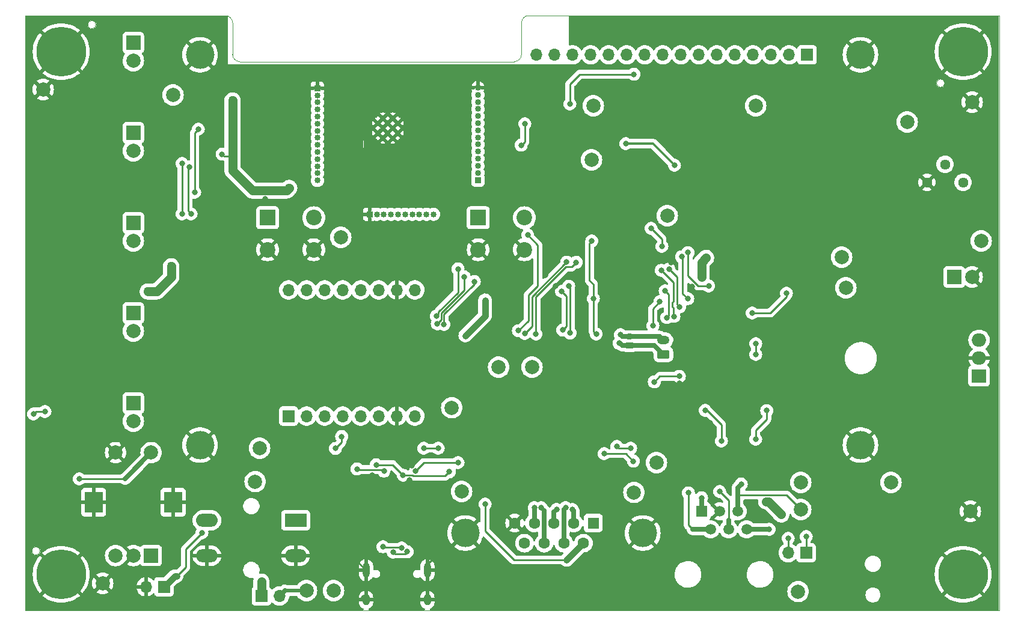
<source format=gbr>
%TF.GenerationSoftware,KiCad,Pcbnew,7.0.5*%
%TF.CreationDate,2025-09-10T14:00:20-04:00*%
%TF.ProjectId,PWA_REV2,5057415f-5245-4563-922e-6b696361645f,2.0*%
%TF.SameCoordinates,Original*%
%TF.FileFunction,Copper,L2,Bot*%
%TF.FilePolarity,Positive*%
%FSLAX46Y46*%
G04 Gerber Fmt 4.6, Leading zero omitted, Abs format (unit mm)*
G04 Created by KiCad (PCBNEW 7.0.5) date 2025-09-10 14:00:20*
%MOMM*%
%LPD*%
G01*
G04 APERTURE LIST*
G04 Aperture macros list*
%AMRoundRect*
0 Rectangle with rounded corners*
0 $1 Rounding radius*
0 $2 $3 $4 $5 $6 $7 $8 $9 X,Y pos of 4 corners*
0 Add a 4 corners polygon primitive as box body*
4,1,4,$2,$3,$4,$5,$6,$7,$8,$9,$2,$3,0*
0 Add four circle primitives for the rounded corners*
1,1,$1+$1,$2,$3*
1,1,$1+$1,$4,$5*
1,1,$1+$1,$6,$7*
1,1,$1+$1,$8,$9*
0 Add four rect primitives between the rounded corners*
20,1,$1+$1,$2,$3,$4,$5,0*
20,1,$1+$1,$4,$5,$6,$7,0*
20,1,$1+$1,$6,$7,$8,$9,0*
20,1,$1+$1,$8,$9,$2,$3,0*%
G04 Aperture macros list end*
%TA.AperFunction,ComponentPad*%
%ADD10R,2.200000X2.200000*%
%TD*%
%TA.AperFunction,ComponentPad*%
%ADD11C,2.200000*%
%TD*%
%TA.AperFunction,ComponentPad*%
%ADD12C,0.800000*%
%TD*%
%TA.AperFunction,ComponentPad*%
%ADD13C,7.000000*%
%TD*%
%TA.AperFunction,ComponentPad*%
%ADD14O,1.000000X2.100000*%
%TD*%
%TA.AperFunction,ComponentPad*%
%ADD15O,1.000000X1.600000*%
%TD*%
%TA.AperFunction,ComponentPad*%
%ADD16RoundRect,0.200000X0.450000X-0.200000X0.450000X0.200000X-0.450000X0.200000X-0.450000X-0.200000X0*%
%TD*%
%TA.AperFunction,ComponentPad*%
%ADD17O,1.300000X0.800000*%
%TD*%
%TA.AperFunction,ComponentPad*%
%ADD18R,1.700000X1.700000*%
%TD*%
%TA.AperFunction,ComponentPad*%
%ADD19O,1.700000X1.700000*%
%TD*%
%TA.AperFunction,ComponentPad*%
%ADD20R,1.520000X1.520000*%
%TD*%
%TA.AperFunction,ComponentPad*%
%ADD21C,1.520000*%
%TD*%
%TA.AperFunction,ComponentPad*%
%ADD22RoundRect,0.250000X0.625000X-0.350000X0.625000X0.350000X-0.625000X0.350000X-0.625000X-0.350000X0*%
%TD*%
%TA.AperFunction,ComponentPad*%
%ADD23O,1.750000X1.200000*%
%TD*%
%TA.AperFunction,ComponentPad*%
%ADD24C,2.000000*%
%TD*%
%TA.AperFunction,ComponentPad*%
%ADD25C,4.000000*%
%TD*%
%TA.AperFunction,ComponentPad*%
%ADD26R,1.600000X1.600000*%
%TD*%
%TA.AperFunction,ComponentPad*%
%ADD27C,1.600000*%
%TD*%
%TA.AperFunction,ComponentPad*%
%ADD28R,0.850000X0.850000*%
%TD*%
%TA.AperFunction,ComponentPad*%
%ADD29O,0.850000X0.850000*%
%TD*%
%TA.AperFunction,ComponentPad*%
%ADD30R,2.000000X1.905000*%
%TD*%
%TA.AperFunction,ComponentPad*%
%ADD31O,2.000000X1.905000*%
%TD*%
%TA.AperFunction,HeatsinkPad*%
%ADD32C,0.600000*%
%TD*%
%TA.AperFunction,ComponentPad*%
%ADD33R,2.000000X2.000000*%
%TD*%
%TA.AperFunction,ComponentPad*%
%ADD34C,1.440000*%
%TD*%
%TA.AperFunction,ComponentPad*%
%ADD35R,3.048000X1.850000*%
%TD*%
%TA.AperFunction,ComponentPad*%
%ADD36O,3.048000X1.850000*%
%TD*%
%TA.AperFunction,ComponentPad*%
%ADD37R,1.524000X1.524000*%
%TD*%
%TA.AperFunction,ComponentPad*%
%ADD38C,1.524000*%
%TD*%
%TA.AperFunction,ComponentPad*%
%ADD39R,2.500000X3.000000*%
%TD*%
%TA.AperFunction,ViaPad*%
%ADD40C,0.800000*%
%TD*%
%TA.AperFunction,ViaPad*%
%ADD41C,2.540000*%
%TD*%
%TA.AperFunction,ViaPad*%
%ADD42C,1.270000*%
%TD*%
%TA.AperFunction,Conductor*%
%ADD43C,0.250000*%
%TD*%
%TA.AperFunction,Conductor*%
%ADD44C,1.270000*%
%TD*%
%TA.AperFunction,Conductor*%
%ADD45C,0.635000*%
%TD*%
%TA.AperFunction,Conductor*%
%ADD46C,0.508000*%
%TD*%
%TA.AperFunction,Conductor*%
%ADD47C,0.350000*%
%TD*%
%TA.AperFunction,Conductor*%
%ADD48C,0.254000*%
%TD*%
%TA.AperFunction,Conductor*%
%ADD49C,0.889000*%
%TD*%
%TA.AperFunction,Profile*%
%ADD50C,0.050000*%
%TD*%
%TA.AperFunction,Profile*%
%ADD51C,0.120000*%
%TD*%
G04 APERTURE END LIST*
D10*
%TO.P,S101,1*%
%TO.N,Net-(R1008-Pad2)*%
X90020000Y-46264000D03*
D11*
%TO.P,S101,2*%
X96520000Y-46264000D03*
%TO.P,S101,3*%
%TO.N,GND*%
X90020000Y-50764000D03*
%TO.P,S101,4*%
X96520000Y-50764000D03*
%TD*%
D12*
%TO.P,H101,1,1*%
%TO.N,GND*%
X58335000Y-22860000D03*
X59103845Y-21003845D03*
X59103845Y-24716155D03*
X60960000Y-20235000D03*
D13*
X60960000Y-22860000D03*
D12*
X60960000Y-25485000D03*
X62816155Y-21003845D03*
X62816155Y-24716155D03*
X63585000Y-22860000D03*
%TD*%
%TO.P,H102,1,1*%
%TO.N,GND*%
X185335000Y-22860000D03*
X186103845Y-21003845D03*
X186103845Y-24716155D03*
X187960000Y-20235000D03*
D13*
X187960000Y-22860000D03*
D12*
X187960000Y-25485000D03*
X189816155Y-21003845D03*
X189816155Y-24716155D03*
X190585000Y-22860000D03*
%TD*%
%TO.P,H104,1,1*%
%TO.N,GND*%
X185335000Y-96520000D03*
X186103845Y-94663845D03*
X186103845Y-98376155D03*
X187960000Y-93895000D03*
D13*
X187960000Y-96520000D03*
D12*
X187960000Y-99145000D03*
X189816155Y-94663845D03*
X189816155Y-98376155D03*
X190585000Y-96520000D03*
%TD*%
D14*
%TO.P,J501,S1,SHIELD*%
%TO.N,GND*%
X103884000Y-95930000D03*
D15*
X103884000Y-100110000D03*
D14*
X112524000Y-95930000D03*
D15*
X112524000Y-100110000D03*
%TD*%
D16*
%TO.P,J601,1*%
%TO.N,Net-(J603-SPK_2)*%
X140970000Y-64262000D03*
D17*
%TO.P,J601,2*%
%TO.N,Net-(J603-SPK_1)*%
X140970000Y-63012000D03*
%TD*%
D18*
%TO.P,J102,1*%
%TO.N,+5V*%
X89149000Y-99568000D03*
D19*
%TO.P,J102,2*%
%TO.N,VBus*%
X91689000Y-99568000D03*
%TD*%
D12*
%TO.P,H103,1,1*%
%TO.N,GND*%
X58335000Y-96520000D03*
X59103845Y-94663845D03*
X59103845Y-98376155D03*
X60960000Y-93895000D03*
D13*
X60960000Y-96520000D03*
D12*
X60960000Y-99145000D03*
X62816155Y-94663845D03*
X62816155Y-98376155D03*
X63585000Y-96520000D03*
%TD*%
D20*
%TO.P,J401,1*%
%TO.N,/SPI Peripherial/SS*%
X151130000Y-87630000D03*
D21*
%TO.P,J401,2*%
%TO.N,/SPI Peripherial/MOSI*%
X152400000Y-90170000D03*
%TO.P,J401,3*%
%TO.N,GND*%
X153670000Y-87630000D03*
%TO.P,J401,4*%
%TO.N,SPI_SCK*%
X154940000Y-90170000D03*
%TO.P,J401,5*%
%TO.N,/SPI Peripherial/+12in*%
X156210000Y-87630000D03*
%TO.P,J401,6*%
%TO.N,/SPI Peripherial/MISO*%
X157480000Y-90170000D03*
%TD*%
D18*
%TO.P,J603,1,VCC*%
%TO.N,/AlarmAudio/5VDFP*%
X92979000Y-74209710D03*
D19*
%TO.P,J603,2,RX*%
%TO.N,Net-(J603-RX)*%
X95519000Y-74209710D03*
%TO.P,J603,3,TX*%
%TO.N,Net-(J603-TX)*%
X98059000Y-74209710D03*
%TO.P,J603,4,DAC_R*%
%TO.N,unconnected-(J603-DAC_R-Pad4)*%
X100599000Y-74209710D03*
%TO.P,J603,5,DAC_I*%
%TO.N,unconnected-(J603-DAC_I-Pad5)*%
X103139000Y-74209710D03*
%TO.P,J603,6,SPK_1*%
%TO.N,Net-(J603-SPK_1)*%
X105679000Y-74209710D03*
%TO.P,J603,7,GND*%
%TO.N,GND*%
X108219000Y-74209710D03*
%TO.P,J603,8,SPK_2*%
%TO.N,Net-(J603-SPK_2)*%
X110759000Y-74209710D03*
%TO.P,J603,9,IO_1*%
%TO.N,unconnected-(J603-IO_1-Pad9)*%
X110759000Y-56429710D03*
%TO.P,J603,10,GND*%
%TO.N,GND*%
X108219000Y-56429710D03*
%TO.P,J603,11,IO_2*%
%TO.N,unconnected-(J603-IO_2-Pad11)*%
X105679000Y-56429710D03*
%TO.P,J603,12,ADKEY_1*%
%TO.N,unconnected-(J603-ADKEY_1-Pad12)*%
X103139000Y-56429710D03*
%TO.P,J603,13,ADKEY_2*%
%TO.N,unconnected-(J603-ADKEY_2-Pad13)*%
X100599000Y-56429710D03*
%TO.P,J603,14,USB+*%
%TO.N,unconnected-(J603-USB+-Pad14)*%
X98059000Y-56429710D03*
%TO.P,J603,15,USB-*%
%TO.N,unconnected-(J603-USB--Pad15)*%
X95519000Y-56429710D03*
%TO.P,J603,16,BUSY*%
%TO.N,Net-(J603-BUSY)*%
X92979000Y-56429710D03*
%TD*%
D22*
%TO.P,J604,1*%
%TO.N,Net-(J603-SPK_2)*%
X145754000Y-65516000D03*
D23*
%TO.P,J604,2*%
%TO.N,Net-(J603-SPK_1)*%
X145754000Y-63516000D03*
%TD*%
D24*
%TO.P,TP102,1,1*%
%TO.N,Vin*%
X177800000Y-83566000D03*
%TD*%
%TO.P,TP105,1,1*%
%TO.N,GND*%
X188976000Y-87630000D03*
%TD*%
%TO.P,TP101,1,1*%
%TO.N,GND*%
X189230000Y-29972000D03*
%TD*%
D25*
%TO.P,J701,0,PAD*%
%TO.N,GND*%
X117850000Y-90701000D03*
X142850000Y-90701000D03*
D26*
%TO.P,J701,1,1*%
%TO.N,unconnected-(J701-Pad1)*%
X135890000Y-89281000D03*
D27*
%TO.P,J701,2,2*%
%TO.N,/RS232/DCE_RX*%
X133120000Y-89281000D03*
%TO.P,J701,3,3*%
%TO.N,/RS232/DCE_TX*%
X130350000Y-89281000D03*
%TO.P,J701,4,4*%
%TO.N,Net-(J701-Pad4)*%
X127580000Y-89281000D03*
%TO.P,J701,5,5*%
%TO.N,GND*%
X124810000Y-89281000D03*
%TO.P,J701,6,6*%
%TO.N,Net-(J701-Pad6)*%
X134505000Y-92121000D03*
%TO.P,J701,7,7*%
%TO.N,/RS232/DCE_RTS*%
X131735000Y-92121000D03*
%TO.P,J701,8,8*%
%TO.N,/RS232/DCE_CTS*%
X128965000Y-92121000D03*
%TO.P,J701,9,9*%
%TO.N,unconnected-(J701-Pad9)*%
X126195000Y-92121000D03*
%TD*%
D24*
%TO.P,TP204,1,1*%
%TO.N,Net-(U501-RST#)*%
X117348000Y-84836000D03*
%TD*%
%TO.P,TP303,1,1*%
%TO.N,SPI_SCK*%
X141605000Y-84963000D03*
%TD*%
%TO.P,TP104,1,1*%
%TO.N,GND*%
X58420000Y-28194000D03*
%TD*%
%TO.P,TP402,1,1*%
%TO.N,Net-(U301-~{INT})*%
X135890000Y-30480000D03*
%TD*%
%TO.P,TP301,1,1*%
%TO.N,/SPI Peripherial/MISO*%
X165100000Y-83566000D03*
%TD*%
D28*
%TO.P,J106,1,Pin_1*%
%TO.N,GPIO0*%
X119634000Y-40940000D03*
D29*
%TO.P,J106,2,Pin_2*%
%TO.N,Busy*%
X119634000Y-39940000D03*
%TO.P,J106,3,Pin_3*%
%TO.N,ControllerRX2*%
X119634000Y-38940000D03*
%TO.P,J106,4,Pin_4*%
%TO.N,Net-(J106-Pin_4)*%
X119634000Y-37940000D03*
%TO.P,J106,5,Pin_5*%
%TO.N,Net-(J106-Pin_5)*%
X119634000Y-36940000D03*
%TO.P,J106,6,Pin_6*%
%TO.N,Net-(J106-Pin_6)*%
X119634000Y-35940000D03*
%TO.P,J106,7,Pin_7*%
%TO.N,CIPO*%
X119634000Y-34940000D03*
%TO.P,J106,8,Pin_8*%
%TO.N,Net-(J106-Pin_8)*%
X119634000Y-33940000D03*
%TO.P,J106,9,Pin_9*%
%TO.N,SDA*%
X119634000Y-32940000D03*
%TO.P,J106,10,Pin_10*%
%TO.N,ControllerRX*%
X119634000Y-31940000D03*
%TO.P,J106,11,Pin_11*%
%TO.N,ControllerTX*%
X119634000Y-30940000D03*
%TO.P,J106,12,Pin_12*%
%TO.N,SCL*%
X119634000Y-29940000D03*
%TO.P,J106,13,Pin_13*%
%TO.N,Net-(J106-Pin_13)*%
X119634000Y-28940000D03*
%TO.P,J106,14,Pin_14*%
%TO.N,GND*%
X119634000Y-27940000D03*
%TD*%
D24*
%TO.P,TP306,1,1*%
%TO.N,/SPI Peripherial/5VRaw*%
X171450000Y-56134000D03*
%TD*%
D30*
%TO.P,U101,1,VI*%
%TO.N,Vin*%
X190205000Y-68580000D03*
D31*
%TO.P,U101,2,GND*%
%TO.N,GND*%
X190205000Y-66040000D03*
%TO.P,U101,3,VO*%
%TO.N,+5V*%
X190205000Y-63500000D03*
%TD*%
D18*
%TO.P,J602,1*%
%TO.N,Switch_Mute*%
X75438000Y-98278000D03*
D19*
%TO.P,J602,2*%
%TO.N,GND*%
X72898000Y-98278000D03*
%TD*%
D28*
%TO.P,J104,1,Pin_1*%
%TO.N,GND*%
X97028000Y-28004000D03*
D29*
%TO.P,J104,2,Pin_2*%
%TO.N,/3v3Controller*%
X97028000Y-29004000D03*
%TO.P,J104,3,Pin_3*%
%TO.N,nRESET*%
X97028000Y-30004000D03*
%TO.P,J104,4,Pin_4*%
%TO.N,/RT_ENC_B*%
X97028000Y-31004000D03*
%TO.P,J104,5,Pin_5*%
%TO.N,/RT_ENC_A*%
X97028000Y-32004000D03*
%TO.P,J104,6,Pin_6*%
%TO.N,/nS1*%
X97028000Y-33004000D03*
%TO.P,J104,7,Pin_7*%
%TO.N,Switch_Mute*%
X97028000Y-34004000D03*
%TO.P,J104,8,Pin_8*%
%TO.N,RTS1*%
X97028000Y-35004000D03*
%TO.P,J104,9,Pin_9*%
%TO.N,CTS1*%
X97028000Y-36004000D03*
%TO.P,J104,10,Pin_10*%
%TO.N,Light4*%
X97028000Y-37004000D03*
%TO.P,J104,11,Pin_11*%
%TO.N,Light3*%
X97028000Y-38004000D03*
%TO.P,J104,12,Pin_12*%
%TO.N,Light2*%
X97028000Y-39004000D03*
%TO.P,J104,13,Pin_13*%
%TO.N,Light1*%
X97028000Y-40004000D03*
%TO.P,J104,14,Pin_14*%
%TO.N,Light0*%
X97028000Y-41004000D03*
%TD*%
D18*
%TO.P,J103,1*%
%TO.N,Net-(D104-A)*%
X165867000Y-93472000D03*
D19*
%TO.P,J103,2*%
%TO.N,ControllerVcc*%
X163327000Y-93472000D03*
%TD*%
D24*
%TO.P,TP405,1,1*%
%TO.N,Net-(U302-VO)*%
X180086000Y-32766000D03*
%TD*%
%TO.P,+5esp32,1,1*%
%TO.N,/+5esp32*%
X170856000Y-51816000D03*
%TD*%
%TO.P,TP202,1,1*%
%TO.N,/USB_UART/V3*%
X99314000Y-98806000D03*
%TD*%
D28*
%TO.P,J107,1,Pin_1*%
%TO.N,GND*%
X104394000Y-45768000D03*
D29*
%TO.P,J107,2,Pin_2*%
%TO.N,/LED_BUILTIN*%
X105394000Y-45768000D03*
%TO.P,J107,3,Pin_3*%
%TO.N,Net-(J107-Pin_3)*%
X106394000Y-45768000D03*
%TO.P,J107,4,Pin_4*%
%TO.N,Net-(J107-Pin_4)*%
X107394000Y-45768000D03*
%TO.P,J107,5,Pin_5*%
%TO.N,Net-(J107-Pin_5)*%
X108394000Y-45768000D03*
%TO.P,J107,6,Pin_6*%
%TO.N,Net-(J107-Pin_6)*%
X109394000Y-45768000D03*
%TO.P,J107,7,Pin_7*%
%TO.N,Net-(J107-Pin_7)*%
X110394000Y-45768000D03*
%TO.P,J107,8,Pin_8*%
%TO.N,Net-(J107-Pin_8)*%
X111394000Y-45768000D03*
%TO.P,J107,9,Pin_9*%
%TO.N,RX1*%
X112394000Y-45768000D03*
%TO.P,J107,10,Pin_10*%
%TO.N,TX1*%
X113394000Y-45768000D03*
%TD*%
D24*
%TO.P,TP100,1,1*%
%TO.N,+3.3V*%
X100330000Y-49022000D03*
%TD*%
%TO.P,TP109,1,1*%
%TO.N,/3v3Controller*%
X76708000Y-28956000D03*
%TD*%
%TO.P,TP302,1,1*%
%TO.N,/SPI Peripherial/+12in*%
X165100000Y-87376000D03*
%TD*%
%TO.P,TP108,1,1*%
%TO.N,ControllerRX*%
X122555000Y-67310000D03*
%TD*%
%TO.P,TP201,1,1*%
%TO.N,VBus*%
X95504000Y-98806000D03*
%TD*%
%TO.P,TP403,1,1*%
%TO.N,Net-(Q401-D)*%
X135636000Y-38100000D03*
%TD*%
%TO.P,TP203,1,1*%
%TO.N,Net-(U501-~{CTS})*%
X115951000Y-73025000D03*
%TD*%
%TO.P,TP103,1,1*%
%TO.N,+5V*%
X190500000Y-49530000D03*
%TD*%
%TO.P,TP205,1,1*%
%TO.N,/USB_UART/3V3USB*%
X88265000Y-83439000D03*
%TD*%
D32*
%TO.P,U102,39,GND*%
%TO.N,GND*%
X105558000Y-32939000D03*
X105558000Y-34339000D03*
X106258000Y-32239000D03*
X106258000Y-33639000D03*
X106258000Y-35039000D03*
X106933000Y-32939000D03*
X106933000Y-34339000D03*
X107658000Y-32239000D03*
X107658000Y-33639000D03*
X107658000Y-35039000D03*
X108358000Y-32939000D03*
X108358000Y-34339000D03*
%TD*%
D24*
%TO.P,TP106,1,1*%
%TO.N,GND*%
X66802000Y-97790000D03*
%TD*%
%TO.P,TP404,1,1*%
%TO.N,Net-(Q402-D)*%
X146304000Y-45974000D03*
%TD*%
%TO.P,TP206,1,1*%
%TO.N,Net-(U501-RXD)*%
X127254000Y-67310000D03*
%TD*%
%TO.P,TP401,1,1*%
%TO.N,/LCD And I2C Interface/Vcc_LCD*%
X158750000Y-30480000D03*
%TD*%
%TO.P,TP501,1,1*%
%TO.N,/AlarmAudio/5VDFP*%
X88900000Y-78740000D03*
%TD*%
%TO.P,TP305,1,1*%
%TO.N,/SPI Peripherial/SS*%
X144780000Y-80772000D03*
%TD*%
%TO.P,TP304,1,1*%
%TO.N,/SPI Peripherial/MOSI*%
X164719000Y-98933000D03*
%TD*%
D10*
%TO.P,S102,1*%
%TO.N,GPIO0*%
X119686000Y-46264000D03*
D11*
%TO.P,S102,2*%
X126186000Y-46264000D03*
%TO.P,S102,3*%
%TO.N,GND*%
X119686000Y-50764000D03*
%TO.P,S102,4*%
X126186000Y-50764000D03*
%TD*%
D33*
%TO.P,D202,1*%
%TO.N,Net-(D202-Pad1)*%
X71120000Y-59690000D03*
D24*
%TO.P,D202,2*%
%TO.N,Net-(Q202-C)*%
X71120000Y-62230000D03*
%TD*%
D33*
%TO.P,D203,1*%
%TO.N,Net-(D203-Pad1)*%
X71120000Y-46990000D03*
D24*
%TO.P,D203,2*%
%TO.N,Net-(Q203-C)*%
X71120000Y-49530000D03*
%TD*%
D33*
%TO.P,D201,1*%
%TO.N,Net-(D201-Pad1)*%
X71120000Y-72390000D03*
D24*
%TO.P,D201,2*%
%TO.N,Net-(Q201-C)*%
X71120000Y-74930000D03*
%TD*%
D33*
%TO.P,D204,1*%
%TO.N,Net-(D204-Pad1)*%
X71120000Y-34290000D03*
D24*
%TO.P,D204,2*%
%TO.N,Net-(Q204-C)*%
X71120000Y-36830000D03*
%TD*%
D33*
%TO.P,D205,1*%
%TO.N,Net-(D205-Pad1)*%
X71120000Y-21590000D03*
D24*
%TO.P,D205,2*%
%TO.N,Net-(Q205-C)*%
X71120000Y-24130000D03*
%TD*%
D33*
%TO.P,D105,1*%
%TO.N,Net-(D105-Pad1)*%
X186690000Y-54610000D03*
D24*
%TO.P,D105,2*%
%TO.N,GND*%
X189230000Y-54610000D03*
%TD*%
D34*
%TO.P,RV301,1,1*%
%TO.N,GND*%
X182880000Y-41275000D03*
%TO.P,RV301,2,2*%
%TO.N,Net-(U302-VO)*%
X185420000Y-38735000D03*
%TO.P,RV301,3,3*%
%TO.N,/LCD And I2C Interface/Vcc_LCD*%
X187960000Y-41275000D03*
%TD*%
D18*
%TO.P,U303,1,Pin_1*%
%TO.N,unconnected-(U303-Pin_1-Pad1)*%
X166000000Y-23300000D03*
D19*
%TO.P,U303,2,Pin_2*%
%TO.N,unconnected-(U303-Pin_2-Pad2)*%
X163460000Y-23300000D03*
%TO.P,U303,3,Pin_3*%
%TO.N,unconnected-(U303-Pin_3-Pad3)*%
X160920000Y-23300000D03*
%TO.P,U303,4,Pin_4*%
%TO.N,unconnected-(U303-Pin_4-Pad4)*%
X158380000Y-23300000D03*
%TO.P,U303,5,Pin_5*%
%TO.N,unconnected-(U303-Pin_5-Pad5)*%
X155840000Y-23300000D03*
%TO.P,U303,6,Pin_6*%
%TO.N,unconnected-(U303-Pin_6-Pad6)*%
X153300000Y-23300000D03*
%TO.P,U303,7,Pin_7*%
%TO.N,unconnected-(U303-Pin_7-Pad7)*%
X150760000Y-23300000D03*
%TO.P,U303,8,Pin_8*%
%TO.N,unconnected-(U303-Pin_8-Pad8)*%
X148220000Y-23300000D03*
%TO.P,U303,9,Pin_9*%
%TO.N,unconnected-(U303-Pin_9-Pad9)*%
X145680000Y-23300000D03*
%TO.P,U303,10,Pin_10*%
%TO.N,unconnected-(U303-Pin_10-Pad10)*%
X143140000Y-23300000D03*
%TO.P,U303,11,Pin_11*%
%TO.N,unconnected-(U303-Pin_11-Pad11)*%
X140600000Y-23300000D03*
%TO.P,U303,12,Pin_12*%
%TO.N,unconnected-(U303-Pin_12-Pad12)*%
X138060000Y-23300000D03*
%TO.P,U303,13,Pin_13*%
%TO.N,unconnected-(U303-Pin_13-Pad13)*%
X135520000Y-23300000D03*
%TO.P,U303,14,Pin_14*%
%TO.N,unconnected-(U303-Pin_14-Pad14)*%
X132980000Y-23300000D03*
%TO.P,U303,15,Pin_15*%
%TO.N,unconnected-(U303-Pin_15-Pad15)*%
X130440000Y-23300000D03*
%TO.P,U303,16,Pin_16*%
%TO.N,unconnected-(U303-Pin_16-Pad16)*%
X127900000Y-23300000D03*
%TD*%
D35*
%TO.P,S601,1*%
%TO.N,Switch_Mute*%
X93980000Y-88900000D03*
D36*
%TO.P,S601,2*%
X81480000Y-88900000D03*
%TO.P,S601,3*%
%TO.N,GND*%
X93980000Y-93900000D03*
%TO.P,S601,4*%
X81480000Y-93900000D03*
%TD*%
D37*
%TO.P,U302,1,VSS*%
%TO.N,GND*%
X166000000Y-23300000D03*
D38*
%TO.P,U302,2,VDD*%
%TO.N,/LCD And I2C Interface/Vcc_LCD*%
X163460000Y-23300000D03*
%TO.P,U302,3,VO*%
%TO.N,Net-(U302-VO)*%
X160920000Y-23300000D03*
%TO.P,U302,4,RS*%
%TO.N,Net-(U301-P0)*%
X158380000Y-23300000D03*
%TO.P,U302,5,R/W*%
%TO.N,Net-(U301-P1)*%
X155840000Y-23300000D03*
%TO.P,U302,6,E*%
%TO.N,Net-(U301-P2)*%
X153300000Y-23300000D03*
%TO.P,U302,7,DB0*%
%TO.N,GND*%
X150760000Y-23300000D03*
%TO.P,U302,8,DB1*%
X148220000Y-23300000D03*
%TO.P,U302,9,DB2*%
X145680000Y-23300000D03*
%TO.P,U302,10,DB3*%
X143140000Y-23300000D03*
%TO.P,U302,11,DB4*%
%TO.N,Net-(U301-P4)*%
X140600000Y-23300000D03*
%TO.P,U302,12,DB5*%
%TO.N,Net-(U301-P5)*%
X138060000Y-23300000D03*
%TO.P,U302,13,DB6*%
%TO.N,Net-(U301-P6)*%
X135520000Y-23300000D03*
%TO.P,U302,14,DB7*%
%TO.N,Net-(U301-P7)*%
X132980000Y-23300000D03*
%TO.P,U302,15,A*%
%TO.N,/LCD And I2C Interface/Vcc_LCD*%
X130440000Y-23300000D03*
%TO.P,U302,16,K*%
%TO.N,Net-(Q301-D)*%
X127900000Y-23300000D03*
D25*
%TO.P,U302,17,MH1*%
%TO.N,GND*%
X173500000Y-23300000D03*
%TO.P,U302,18,MH2*%
X173500000Y-78300000D03*
%TO.P,U302,19,MH3*%
X80500000Y-78300000D03*
%TO.P,U302,20,MH4*%
X80500000Y-23300000D03*
%TD*%
D33*
%TO.P,SW101,A,A*%
%TO.N,/RT_ENC_A*%
X73620000Y-93864000D03*
D24*
%TO.P,SW101,B,B*%
%TO.N,/RT_ENC_B*%
X68620000Y-93864000D03*
%TO.P,SW101,C,C*%
%TO.N,GND*%
X71120000Y-93864000D03*
D39*
%TO.P,SW101,MP1,A*%
X65520000Y-86364000D03*
%TO.P,SW101,MP2,A*%
X76720000Y-86364000D03*
D24*
%TO.P,SW101,S1,S1*%
%TO.N,/nS1*%
X73620000Y-79364000D03*
%TO.P,SW101,S2,S2*%
%TO.N,GND*%
X68620000Y-79364000D03*
%TD*%
D40*
%TO.N,GND*%
X66040000Y-51054000D03*
X89662000Y-43603000D03*
X185166000Y-30480000D03*
X74870797Y-38655105D03*
X129899952Y-31347952D03*
X149225000Y-29845000D03*
X92797000Y-81480648D03*
X134366000Y-64516000D03*
X181610000Y-27305000D03*
X116459000Y-61468000D03*
X81280000Y-37338000D03*
X113665000Y-93980000D03*
X136144000Y-46736000D03*
X168415000Y-62484000D03*
X180086000Y-73406000D03*
X130810000Y-63881000D03*
X110490000Y-87122000D03*
X84455000Y-86995000D03*
X143510000Y-44704000D03*
X157723097Y-75147000D03*
X88646000Y-75946000D03*
X74676000Y-86360000D03*
X142240000Y-56134000D03*
X69215000Y-23241000D03*
X85090000Y-48514000D03*
X140716000Y-76454000D03*
X111790702Y-67594702D03*
X160961230Y-43230629D03*
X78727360Y-99095000D03*
X71120000Y-91694000D03*
X67310000Y-31750000D03*
X114782935Y-75147661D03*
X153670000Y-80010000D03*
X124968000Y-71501000D03*
X102870000Y-87757000D03*
X128397000Y-64262000D03*
X101727000Y-79248000D03*
X145288000Y-41656000D03*
X166370000Y-57150000D03*
X72222999Y-26164186D03*
X156477000Y-63246000D03*
X177165000Y-26035000D03*
X159766000Y-25908000D03*
X146812000Y-52578000D03*
X100203000Y-83058000D03*
X125603000Y-65024000D03*
X163068000Y-75184000D03*
X167300000Y-29550000D03*
X138938000Y-66802000D03*
X83185000Y-81280000D03*
X109220000Y-70866000D03*
X130937000Y-69215000D03*
X159107500Y-36830000D03*
X160369350Y-47032383D03*
X124714000Y-48160477D03*
X63070524Y-81709476D03*
X83474536Y-97235997D03*
X75184000Y-41148000D03*
X103632000Y-47498000D03*
X129540000Y-41148000D03*
X131826000Y-33528000D03*
X176784000Y-59436000D03*
X149763701Y-55976297D03*
X168570000Y-43688000D03*
X89154000Y-33147000D03*
X165875000Y-58166000D03*
X131826000Y-80010000D03*
X155796202Y-74008202D03*
X69596000Y-77978000D03*
X66548000Y-73787000D03*
X124797929Y-69509000D03*
X166370000Y-26035000D03*
X137160000Y-82804000D03*
X148025945Y-69566892D03*
X72390000Y-64135000D03*
X138938000Y-30988000D03*
X159017000Y-68326000D03*
X136906000Y-72644000D03*
X79502000Y-61468000D03*
X121412000Y-27432000D03*
X61214000Y-69342000D03*
X105029000Y-66548000D03*
X130611405Y-55876664D03*
X94488000Y-78613000D03*
X131445000Y-25400000D03*
X110363000Y-81153000D03*
X190754000Y-76454000D03*
X122428000Y-33020000D03*
X108204000Y-76454000D03*
X90424000Y-37338000D03*
X137160000Y-33528000D03*
X104775000Y-82550000D03*
X134620000Y-27940000D03*
X163236000Y-41910000D03*
X176530000Y-51435000D03*
X151828761Y-61974165D03*
X83820000Y-18796000D03*
X160782000Y-56896000D03*
X129159000Y-54356000D03*
X84328000Y-62230000D03*
X69850000Y-100076000D03*
X129794000Y-80010000D03*
X94996000Y-86614000D03*
X148336000Y-64008000D03*
X146812000Y-84836000D03*
X133350000Y-69596000D03*
X107347798Y-68231798D03*
X156718000Y-79756000D03*
X109982000Y-83250508D03*
X117856000Y-70866000D03*
X148670000Y-40720000D03*
X190754000Y-71882000D03*
X88900000Y-25400000D03*
X76708000Y-37592000D03*
X101854000Y-98298002D03*
D41*
X176530000Y-91440000D03*
D40*
X90170000Y-85217000D03*
X101092000Y-87630000D03*
X124587000Y-55880000D03*
X144526000Y-51308000D03*
X155969000Y-65532000D03*
X88138000Y-58674000D03*
X158918000Y-48260000D03*
D41*
X181610000Y-96520000D03*
D40*
X109728000Y-49530000D03*
X142240000Y-68580000D03*
X162065000Y-64008000D03*
X187198000Y-61214000D03*
X134182496Y-55903618D03*
X73025000Y-50800000D03*
X186182000Y-81280000D03*
X160020000Y-82550000D03*
X155956000Y-71120000D03*
X89535000Y-87630000D03*
X150622000Y-49022000D03*
X120396000Y-42926000D03*
X148336000Y-75438000D03*
X140462000Y-47498000D03*
X157209545Y-42417661D03*
X70104000Y-96012000D03*
X67818000Y-88392000D03*
X103541706Y-99779323D03*
X152146000Y-42672000D03*
X95250000Y-81788000D03*
X152352654Y-75202249D03*
X66548000Y-68326000D03*
X146685000Y-29845000D03*
X148590000Y-72644000D03*
X136398000Y-69342000D03*
X139446000Y-39624000D03*
X101727000Y-92202000D03*
X121158000Y-77978000D03*
D42*
%TO.N,+5V*%
X73152000Y-56642000D03*
D40*
X89149000Y-97535998D03*
D42*
X76454000Y-53086004D03*
D40*
%TO.N,Net-(J603-SPK_2)*%
X139513456Y-63940544D03*
%TO.N,Net-(J603-SPK_1)*%
X139700000Y-62738000D03*
%TO.N,/SPI Peripherial/+12in*%
X156717975Y-83794525D03*
%TO.N,ControllerVcc*%
X163322000Y-91440000D03*
X160249730Y-86254000D03*
X162369504Y-88074504D03*
%TO.N,/SPI Peripherial/5VRaw*%
X163081000Y-56896000D03*
X158763000Y-64008000D03*
X158763000Y-65532000D03*
X158255000Y-59690000D03*
%TO.N,Net-(D104-A)*%
X165862000Y-91186000D03*
%TO.N,SPI_SCK*%
X153670000Y-84836000D03*
X145469335Y-53662947D03*
X147247021Y-60166215D03*
%TO.N,CIPO*%
X149212028Y-51168098D03*
X152133701Y-55862958D03*
%TO.N,COPI*%
X149199878Y-57670515D03*
X126238000Y-33020030D03*
X125730000Y-36045002D03*
X148332581Y-51766774D03*
%TO.N,nCS*%
X148047020Y-58824204D03*
X146543732Y-53489338D03*
%TO.N,ControllerRX*%
X132125999Y-52526651D03*
X126238000Y-62562670D03*
%TO.N,/LCD And I2C Interface/Vcc_LCD*%
X147320000Y-38862000D03*
X140461996Y-35814000D03*
%TO.N,Switch_Mute*%
X80772000Y-90678000D03*
%TO.N,Net-(J603-TX)*%
X117692247Y-54573247D03*
X113916441Y-61205099D03*
%TO.N,Net-(U301-P3)*%
X141605004Y-26035000D03*
X132588000Y-30226000D03*
%TO.N,Net-(U501-RXD)*%
X127807343Y-62651000D03*
X133475999Y-52553617D03*
%TO.N,Net-(U501-~{CTS})*%
X112014000Y-78740000D03*
X114046000Y-78740000D03*
%TO.N,nRESET*%
X79756000Y-42672000D03*
X80264000Y-33782000D03*
%TO.N,+3.3V*%
X136302360Y-62638640D03*
X83621061Y-37300249D03*
X135676000Y-49530000D03*
D42*
X93074079Y-42056000D03*
D40*
X120650000Y-57893947D03*
X99568000Y-78780000D03*
X117856000Y-62865000D03*
X135890029Y-57658058D03*
X100457000Y-77089000D03*
X151763439Y-51920000D03*
X151130000Y-54610002D03*
D42*
X85090000Y-29718000D03*
D40*
%TO.N,Net-(D301-COM)*%
X153924000Y-77724000D03*
X151638000Y-73406000D03*
%TO.N,Net-(D303-COM)*%
X147995000Y-68617394D03*
X144480310Y-69384885D03*
%TO.N,Net-(D304-COM)*%
X158750000Y-77470000D03*
X160304702Y-73436702D03*
%TO.N,/RT_ENC_B*%
X57065000Y-73914000D03*
X58674000Y-73579306D03*
%TO.N,/nS1*%
X63500000Y-83058000D03*
%TO.N,CTS1*%
X79248000Y-45720000D03*
X146244788Y-60340022D03*
X78994000Y-39116000D03*
X145998152Y-56562283D03*
%TO.N,RX1*%
X132422538Y-55903625D03*
X132611134Y-62504608D03*
%TO.N,GPIO0*%
X126640998Y-48704071D03*
X125336748Y-62183583D03*
%TO.N,Busy*%
X116840000Y-53467000D03*
X113786190Y-60104854D03*
%TO.N,ControllerTX2*%
X114861189Y-61305248D03*
X119126000Y-55244992D03*
%TO.N,Net-(U501-UD+)*%
X109686720Y-93333676D03*
X107696000Y-93385000D03*
%TO.N,Net-(U501-UD-)*%
X106265343Y-92638920D03*
X108896392Y-92805143D03*
%TO.N,/SPI Peripherial/SS*%
X151130000Y-85725000D03*
%TO.N,/SPI Peripherial/MOSI*%
X149274905Y-85040095D03*
%TO.N,/SPI Peripherial/MISO*%
X160655000Y-90170000D03*
%TO.N,/RS232/DCE_RX*%
X132945500Y-87376000D03*
%TO.N,/RS232/DCE_TX*%
X130706500Y-87376000D03*
%TO.N,Net-(J701-Pad4)*%
X127580000Y-87122000D03*
%TO.N,Net-(J701-Pad6)*%
X120650000Y-86614000D03*
%TO.N,/RS232/DCE_RTS*%
X131976500Y-87122000D03*
%TO.N,/RS232/DCE_CTS*%
X128564929Y-87127680D03*
%TO.N,Net-(Q206-E)*%
X110810813Y-81990835D03*
X102616000Y-81661000D03*
X106416412Y-81970610D03*
X116840000Y-80772000D03*
%TO.N,Net-(Q402-D)*%
X144018000Y-47752000D03*
X145542000Y-50292000D03*
%TO.N,Net-(U701-T1IN)*%
X141146000Y-78740000D03*
X139192000Y-78486000D03*
X131422913Y-56645000D03*
X131572000Y-62084018D03*
%TO.N,Net-(U701-T2IN)*%
X137414000Y-79502000D03*
X144272000Y-61468000D03*
X77978000Y-38608000D03*
X141523263Y-80568122D03*
X145248011Y-58083454D03*
X77978000Y-45720000D03*
%TO.N,Net-(Q207-E)*%
X109103964Y-82535505D03*
X115613487Y-82082000D03*
X105320801Y-81073000D03*
%TD*%
D43*
%TO.N,GND*%
X112524000Y-95930000D02*
X112524000Y-95121000D01*
X112524000Y-100110000D02*
X103884000Y-100110000D01*
X103884000Y-95930000D02*
X103884000Y-100110000D01*
X103884000Y-95930000D02*
X102743000Y-94789000D01*
X112524000Y-95930000D02*
X112524000Y-100110000D01*
X112524000Y-95121000D02*
X113665000Y-93980000D01*
X102743000Y-94789000D02*
X102743000Y-93980000D01*
D44*
%TO.N,+5V*%
X89149000Y-99568000D02*
X89149000Y-97536000D01*
X73152000Y-56642000D02*
X74422000Y-56642000D01*
X76454000Y-54610000D02*
X76454000Y-53086004D01*
X74422000Y-56642000D02*
X76454000Y-54610000D01*
D45*
%TO.N,VBus*%
X92451000Y-98806000D02*
X91689000Y-99568000D01*
D46*
X95504000Y-98806000D02*
X92451000Y-98806000D01*
D45*
%TO.N,Net-(J603-SPK_2)*%
X140970000Y-64262000D02*
X144500000Y-64262000D01*
X140970000Y-64262000D02*
X139954000Y-64262000D01*
X139632544Y-63940544D02*
X139513456Y-63940544D01*
X144500000Y-64262000D02*
X145754000Y-65516000D01*
X139954000Y-64262000D02*
X139632544Y-63940544D01*
%TO.N,Net-(J603-SPK_1)*%
X140970000Y-62992000D02*
X139954000Y-62992000D01*
X140970000Y-63012000D02*
X145250000Y-63012000D01*
X139954000Y-62992000D02*
X139700000Y-62738000D01*
D43*
X145754000Y-63516000D02*
X145754001Y-63516001D01*
D45*
X145250000Y-63012000D02*
X145754001Y-63516001D01*
D43*
%TO.N,/SPI Peripherial/+12in*%
X156210000Y-85344000D02*
X163068000Y-85344000D01*
D45*
X156210000Y-84302500D02*
X156717975Y-83794525D01*
X156210000Y-85344000D02*
X156210000Y-84302500D01*
X156210000Y-87630000D02*
X156210000Y-85344000D01*
D43*
X163068000Y-85344000D02*
X165100000Y-87376000D01*
%TO.N,ControllerVcc*%
X163327000Y-93472000D02*
X163327000Y-91440000D01*
D44*
X162369504Y-88074504D02*
X160549000Y-86254000D01*
X160549000Y-86254000D02*
X160249730Y-86254000D01*
D43*
%TO.N,/SPI Peripherial/5VRaw*%
X158763000Y-64008000D02*
X158763000Y-65532000D01*
X158255000Y-59690000D02*
X160795000Y-59690000D01*
X163081000Y-57404000D02*
X163081000Y-56896000D01*
X160795000Y-59690000D02*
X163081000Y-57404000D01*
%TO.N,Net-(D104-A)*%
X165867000Y-93472000D02*
X165867000Y-91186000D01*
%TO.N,SPI_SCK*%
X147206350Y-60125544D02*
X147206350Y-59001216D01*
X146972021Y-58766887D02*
X146972021Y-58207697D01*
X147247021Y-60166215D02*
X147206350Y-60125544D01*
D45*
X154940000Y-90170000D02*
X154940000Y-88900000D01*
D43*
X154940000Y-88900000D02*
X154940000Y-86106000D01*
X146972021Y-58207697D02*
X147206350Y-57973368D01*
X147206350Y-55399962D02*
X145469335Y-53662947D01*
X154940000Y-86106000D02*
X153670000Y-84836000D01*
X147206350Y-57973368D02*
X147206350Y-55399962D01*
X147206350Y-59001216D02*
X146972021Y-58766887D01*
%TO.N,CIPO*%
X149212028Y-54470028D02*
X150604958Y-55862958D01*
X149212028Y-51168098D02*
X149212028Y-54470028D01*
X150604958Y-55862958D02*
X152133701Y-55862958D01*
%TO.N,COPI*%
X148332581Y-51766774D02*
X148478723Y-51912916D01*
X148478723Y-51912916D02*
X148478723Y-56949360D01*
X126238000Y-33020030D02*
X126238000Y-35537002D01*
X148478723Y-56949360D02*
X149199878Y-57670515D01*
X126238000Y-35537002D02*
X125730000Y-36045002D01*
%TO.N,nCS*%
X147647021Y-54592627D02*
X147647021Y-58424205D01*
X147647021Y-58424205D02*
X148047020Y-58824204D01*
X146543732Y-53489338D02*
X147647021Y-54592627D01*
%TO.N,ControllerRX*%
X127254000Y-57398650D02*
X127254000Y-61546670D01*
X132125999Y-52526651D02*
X127254000Y-57398650D01*
X127254000Y-61546670D02*
X126238000Y-62562670D01*
D47*
%TO.N,/LCD And I2C Interface/Vcc_LCD*%
X147320000Y-38862000D02*
X144272000Y-35814000D01*
X144272000Y-35814000D02*
X140461996Y-35814000D01*
D48*
%TO.N,Switch_Mute*%
X78486000Y-92964000D02*
X80772000Y-90678000D01*
D49*
X75438000Y-98278000D02*
X76942000Y-96774000D01*
D48*
X78486000Y-94829000D02*
X78486000Y-92964000D01*
D43*
X78486000Y-95504000D02*
X77216000Y-96774000D01*
D49*
X76942000Y-96774000D02*
X77216000Y-96774000D01*
D43*
X78486000Y-94829000D02*
X78486000Y-95504000D01*
%TO.N,Net-(J603-TX)*%
X114461189Y-59725126D02*
X114461189Y-60660351D01*
X117692247Y-56494067D02*
X114461189Y-59725126D01*
X117692247Y-54573247D02*
X117692247Y-56494067D01*
X114461189Y-60660351D02*
X113916441Y-61205099D01*
%TO.N,Net-(U301-P3)*%
X141605004Y-26035000D02*
X133985000Y-26035000D01*
X133985000Y-26035000D02*
X132588000Y-27432000D01*
X132588000Y-27432000D02*
X132588000Y-30226000D01*
%TO.N,Net-(U501-RXD)*%
X133475999Y-52553617D02*
X132827952Y-53201664D01*
X127807343Y-57418915D02*
X127807343Y-62651000D01*
X132024594Y-53201664D02*
X127807343Y-57418915D01*
X132827952Y-53201664D02*
X132024594Y-53201664D01*
%TO.N,Net-(U501-~{CTS})*%
X112014000Y-78740000D02*
X114046000Y-78740000D01*
%TO.N,nRESET*%
X79756000Y-34290000D02*
X79756000Y-42672000D01*
X80264000Y-33782000D02*
X79756000Y-34290000D01*
%TO.N,+3.3V*%
X135345000Y-55081000D02*
X135345000Y-49861000D01*
X135890000Y-55626000D02*
X135890000Y-57658029D01*
X135890000Y-62289000D02*
X136239640Y-62638640D01*
X83912812Y-37592000D02*
X83621061Y-37300249D01*
D49*
X120650000Y-60071000D02*
X120650000Y-57893947D01*
D43*
X135890000Y-55626000D02*
X135345000Y-55081000D01*
D44*
X92712079Y-42418000D02*
X93074079Y-42056000D01*
X85090000Y-29718000D02*
X85090000Y-37592000D01*
X85090000Y-39624000D02*
X87884000Y-42418000D01*
D43*
X135345000Y-49861000D02*
X135676000Y-49530000D01*
D44*
X151130000Y-52553439D02*
X151763439Y-51920000D01*
D43*
X85090000Y-37592000D02*
X83912812Y-37592000D01*
X135890000Y-57658029D02*
X135890029Y-57658058D01*
X136239640Y-62638640D02*
X136302360Y-62638640D01*
D49*
X117856000Y-62865000D02*
X120650000Y-60071000D01*
D43*
X100457000Y-77891000D02*
X99568000Y-78780000D01*
X135890000Y-55626000D02*
X135890000Y-62289000D01*
D44*
X151130000Y-54610000D02*
X151130000Y-52553439D01*
D43*
X100457000Y-77089000D02*
X100457000Y-77891000D01*
D44*
X85090000Y-37592000D02*
X85090000Y-39624000D01*
X87884000Y-42418000D02*
X92712079Y-42418000D01*
D43*
%TO.N,Net-(D301-COM)*%
X151892000Y-73406000D02*
X151638000Y-73406000D01*
X153924000Y-75438000D02*
X151892000Y-73406000D01*
X153924000Y-77724000D02*
X153924000Y-75438000D01*
%TO.N,Net-(D303-COM)*%
X145247801Y-68617394D02*
X147995000Y-68617394D01*
X144480310Y-69384885D02*
X145247801Y-68617394D01*
%TO.N,Net-(D304-COM)*%
X158750000Y-76200000D02*
X160304702Y-74645298D01*
X160304702Y-74645298D02*
X160304702Y-73436702D01*
X158750000Y-77470000D02*
X158750000Y-76200000D01*
%TO.N,/RT_ENC_B*%
X57065000Y-73914000D02*
X57399694Y-73579306D01*
X57399694Y-73579306D02*
X58674000Y-73579306D01*
D45*
%TO.N,/nS1*%
X69926000Y-83058000D02*
X73620000Y-79364000D01*
D43*
X63500000Y-83058000D02*
X69926000Y-83058000D01*
%TO.N,CTS1*%
X78827000Y-39283000D02*
X78994000Y-39116000D01*
X146485360Y-57049491D02*
X146485360Y-60099450D01*
X79248000Y-45720000D02*
X78827000Y-45299000D01*
X145998152Y-56562283D02*
X146485360Y-57049491D01*
X146485360Y-60099450D02*
X146244788Y-60340022D01*
X78827000Y-45299000D02*
X78827000Y-39283000D01*
%TO.N,RX1*%
X132422538Y-55903625D02*
X132617187Y-56098274D01*
X132617187Y-56098274D02*
X132617187Y-62498555D01*
X132617187Y-62498555D02*
X132611134Y-62504608D01*
%TO.N,GPIO0*%
X128053000Y-55843000D02*
X126746000Y-57150000D01*
X126746000Y-60774331D02*
X125336748Y-62183583D01*
X126746000Y-57150000D02*
X126746000Y-60774331D01*
X128053000Y-50116073D02*
X128053000Y-55843000D01*
X126640998Y-48704071D02*
X128053000Y-50116073D01*
%TO.N,Busy*%
X116840000Y-53467000D02*
X116840000Y-56780628D01*
X114061189Y-59829855D02*
X113786190Y-60104854D01*
X116840000Y-56780628D02*
X114061189Y-59559441D01*
X114061189Y-59559441D02*
X114061189Y-59829855D01*
%TO.N,ControllerTX2*%
X114861189Y-59890811D02*
X114861189Y-61305248D01*
X119126000Y-55244992D02*
X119126000Y-55626000D01*
X119126000Y-55626000D02*
X114861189Y-59890811D01*
%TO.N,Net-(U501-UD+)*%
X107731401Y-93357829D02*
X108012572Y-93639000D01*
X109381396Y-93639000D02*
X109686720Y-93333676D01*
X108012572Y-93639000D02*
X109381396Y-93639000D01*
%TO.N,Net-(U501-UD-)*%
X106415296Y-92720704D02*
X106426000Y-92710000D01*
X106336423Y-92710000D02*
X106265343Y-92638920D01*
X106426000Y-92710000D02*
X108801249Y-92710000D01*
X106426000Y-92710000D02*
X106336423Y-92710000D01*
X108801249Y-92710000D02*
X108896392Y-92805143D01*
D45*
%TO.N,/SPI Peripherial/SS*%
X151130000Y-87630000D02*
X151130000Y-85725000D01*
D43*
%TO.N,/SPI Peripherial/MOSI*%
X149274905Y-89584905D02*
X149274905Y-85040095D01*
D45*
X152400000Y-90170000D02*
X149860000Y-90170000D01*
D43*
X149860000Y-90170000D02*
X149274905Y-89584905D01*
D45*
%TO.N,/SPI Peripherial/MISO*%
X157480000Y-90170000D02*
X160655000Y-90170000D01*
D43*
%TO.N,/RS232/DCE_RX*%
X133120000Y-87550500D02*
X132945500Y-87376000D01*
D45*
X133120000Y-89281000D02*
X133120000Y-87550500D01*
%TO.N,/RS232/DCE_TX*%
X130350000Y-89281000D02*
X130350000Y-87732500D01*
D43*
X130350000Y-87732500D02*
X130706500Y-87376000D01*
D45*
%TO.N,Net-(J701-Pad4)*%
X127580000Y-89281000D02*
X127580000Y-87122000D01*
D43*
%TO.N,Net-(J701-Pad6)*%
X124714000Y-94488000D02*
X120650000Y-90424000D01*
X132138000Y-94488000D02*
X124714000Y-94488000D01*
X120650000Y-90424000D02*
X120650000Y-86614000D01*
D49*
X134505000Y-92121000D02*
X132138000Y-94488000D01*
D45*
%TO.N,/RS232/DCE_RTS*%
X131735000Y-92121000D02*
X131735000Y-87363500D01*
D43*
X131735000Y-87363500D02*
X131976500Y-87122000D01*
D45*
%TO.N,/RS232/DCE_CTS*%
X128965000Y-92121000D02*
X128965000Y-87527751D01*
D43*
X128965000Y-87527751D02*
X128564929Y-87127680D01*
%TO.N,Net-(Q206-E)*%
X106193802Y-81748000D02*
X102703000Y-81748000D01*
X112029648Y-80772000D02*
X110810813Y-81990835D01*
X116840000Y-80772000D02*
X112029648Y-80772000D01*
X106416412Y-81970610D02*
X106193802Y-81748000D01*
X102703000Y-81748000D02*
X102616000Y-81661000D01*
%TO.N,Net-(Q402-D)*%
X145542000Y-49276000D02*
X144018000Y-47752000D01*
X145542000Y-50292000D02*
X145542000Y-49276000D01*
%TO.N,Net-(U701-T1IN)*%
X132080000Y-57302087D02*
X132080000Y-61576018D01*
X132080000Y-61576018D02*
X131572000Y-62084018D01*
X139446000Y-78740000D02*
X141146000Y-78740000D01*
X139192000Y-78486000D02*
X139446000Y-78740000D01*
X131422913Y-56645000D02*
X132080000Y-57302087D01*
%TO.N,Net-(U701-T2IN)*%
X144272000Y-59059465D02*
X145248011Y-58083454D01*
X77978000Y-45720000D02*
X77978000Y-38608000D01*
X137414000Y-79502000D02*
X140457141Y-79502000D01*
X140457141Y-79502000D02*
X141523263Y-80568122D01*
X144272000Y-61468000D02*
X144272000Y-59059465D01*
%TO.N,Net-(Q207-E)*%
X105320801Y-81073000D02*
X107641459Y-81073000D01*
X110400888Y-82535505D02*
X109103964Y-82535505D01*
X110531218Y-82665835D02*
X110400888Y-82535505D01*
X107641459Y-81073000D02*
X109103964Y-82535505D01*
X115029652Y-82665835D02*
X110531218Y-82665835D01*
X115613487Y-82082000D02*
X115029652Y-82665835D01*
%TD*%
%TA.AperFunction,Conductor*%
%TO.N,GND*%
G36*
X110236000Y-37084000D02*
G01*
X103505000Y-37084000D01*
X103530545Y-35755660D01*
X105894891Y-35755660D01*
X105908697Y-35764335D01*
X105908701Y-35764337D01*
X106078858Y-35823877D01*
X106078861Y-35823878D01*
X106257997Y-35844062D01*
X106258003Y-35844062D01*
X106437138Y-35823878D01*
X106607307Y-35764333D01*
X106621107Y-35755661D01*
X106621107Y-35755660D01*
X107294891Y-35755660D01*
X107308697Y-35764335D01*
X107308701Y-35764337D01*
X107478858Y-35823877D01*
X107478861Y-35823878D01*
X107657997Y-35844062D01*
X107658003Y-35844062D01*
X107837138Y-35823878D01*
X108007307Y-35764333D01*
X108021107Y-35755661D01*
X108021107Y-35755660D01*
X107658001Y-35392553D01*
X107658000Y-35392553D01*
X107294891Y-35755660D01*
X106621107Y-35755660D01*
X106258001Y-35392553D01*
X106258000Y-35392553D01*
X105894891Y-35755660D01*
X103530545Y-35755660D01*
X103544007Y-35055660D01*
X105194891Y-35055660D01*
X105208697Y-35064335D01*
X105208701Y-35064337D01*
X105378859Y-35123878D01*
X105379644Y-35124057D01*
X105380099Y-35124311D01*
X105385430Y-35126177D01*
X105385103Y-35127110D01*
X105440623Y-35158166D01*
X105469952Y-35211875D01*
X105470823Y-35211571D01*
X105472672Y-35216855D01*
X105472940Y-35217346D01*
X105473120Y-35218137D01*
X105532662Y-35388298D01*
X105532667Y-35388308D01*
X105541338Y-35402108D01*
X105871955Y-35071492D01*
X106158000Y-35071492D01*
X106196197Y-35124065D01*
X106242162Y-35139000D01*
X106273838Y-35139000D01*
X106319803Y-35124065D01*
X106358000Y-35071492D01*
X106358000Y-35039000D01*
X106611553Y-35039000D01*
X106957998Y-35385447D01*
X106957999Y-35385447D01*
X107271954Y-35071492D01*
X107558000Y-35071492D01*
X107596197Y-35124065D01*
X107642162Y-35139000D01*
X107673838Y-35139000D01*
X107719803Y-35124065D01*
X107758000Y-35071492D01*
X107758000Y-35039000D01*
X108011552Y-35039000D01*
X108374660Y-35402107D01*
X108374661Y-35402107D01*
X108383333Y-35388307D01*
X108442877Y-35218141D01*
X108443056Y-35217358D01*
X108443310Y-35216902D01*
X108445177Y-35211569D01*
X108446111Y-35211895D01*
X108477164Y-35156379D01*
X108530874Y-35127050D01*
X108530569Y-35126177D01*
X108535871Y-35124321D01*
X108536358Y-35124056D01*
X108537141Y-35123877D01*
X108707307Y-35064333D01*
X108721107Y-35055661D01*
X108721107Y-35055660D01*
X108358001Y-34692553D01*
X108358000Y-34692553D01*
X108011552Y-35039000D01*
X107758000Y-35039000D01*
X107758000Y-35006508D01*
X107719803Y-34953935D01*
X107673838Y-34939000D01*
X107642162Y-34939000D01*
X107596197Y-34953935D01*
X107558000Y-35006508D01*
X107558000Y-35071492D01*
X107271954Y-35071492D01*
X107291946Y-35051500D01*
X107291946Y-35051499D01*
X106945501Y-34705053D01*
X106945500Y-34705053D01*
X106611553Y-35038999D01*
X106611553Y-35039000D01*
X106358000Y-35039000D01*
X106358000Y-35006508D01*
X106319803Y-34953935D01*
X106273838Y-34939000D01*
X106242162Y-34939000D01*
X106196197Y-34953935D01*
X106158000Y-35006508D01*
X106158000Y-35071492D01*
X105871955Y-35071492D01*
X105904447Y-35039000D01*
X105904447Y-35038999D01*
X105558001Y-34692553D01*
X105558000Y-34692553D01*
X105194891Y-35055660D01*
X103544007Y-35055660D01*
X103557789Y-34339002D01*
X104752938Y-34339002D01*
X104773121Y-34518138D01*
X104773122Y-34518141D01*
X104832662Y-34688298D01*
X104832667Y-34688308D01*
X104841338Y-34702108D01*
X105171954Y-34371492D01*
X105458000Y-34371492D01*
X105496197Y-34424065D01*
X105542162Y-34439000D01*
X105573838Y-34439000D01*
X105619803Y-34424065D01*
X105658000Y-34371492D01*
X105658000Y-34339000D01*
X105911553Y-34339000D01*
X106245500Y-34672947D01*
X106546955Y-34371492D01*
X106833000Y-34371492D01*
X106871197Y-34424065D01*
X106917162Y-34439000D01*
X106948838Y-34439000D01*
X106994803Y-34424065D01*
X107033000Y-34371492D01*
X107033000Y-34339000D01*
X107311553Y-34339000D01*
X107658000Y-34685447D01*
X107971955Y-34371492D01*
X108258000Y-34371492D01*
X108296197Y-34424065D01*
X108342162Y-34439000D01*
X108373838Y-34439000D01*
X108419803Y-34424065D01*
X108458000Y-34371492D01*
X108458000Y-34339000D01*
X108711553Y-34339000D01*
X109074660Y-34702107D01*
X109074661Y-34702107D01*
X109083333Y-34688307D01*
X109142878Y-34518138D01*
X109163062Y-34339002D01*
X109163062Y-34338997D01*
X109142878Y-34159861D01*
X109142877Y-34159858D01*
X109083337Y-33989701D01*
X109083335Y-33989697D01*
X109074660Y-33975891D01*
X108711553Y-34338999D01*
X108711553Y-34339000D01*
X108458000Y-34339000D01*
X108458000Y-34306508D01*
X108419803Y-34253935D01*
X108373838Y-34239000D01*
X108342162Y-34239000D01*
X108296197Y-34253935D01*
X108258000Y-34306508D01*
X108258000Y-34371492D01*
X107971955Y-34371492D01*
X108004447Y-34339000D01*
X107658000Y-33992553D01*
X107311553Y-34339000D01*
X107033000Y-34339000D01*
X107033000Y-34306508D01*
X106994803Y-34253935D01*
X106948838Y-34239000D01*
X106917162Y-34239000D01*
X106871197Y-34253935D01*
X106833000Y-34306508D01*
X106833000Y-34371492D01*
X106546955Y-34371492D01*
X106579447Y-34339000D01*
X106245500Y-34005053D01*
X105911553Y-34339000D01*
X105658000Y-34339000D01*
X105658000Y-34306508D01*
X105619803Y-34253935D01*
X105573838Y-34239000D01*
X105542162Y-34239000D01*
X105496197Y-34253935D01*
X105458000Y-34306508D01*
X105458000Y-34371492D01*
X105171954Y-34371492D01*
X105204447Y-34338999D01*
X104841338Y-33975890D01*
X104841338Y-33975891D01*
X104832664Y-33989696D01*
X104773122Y-34159858D01*
X104773121Y-34159861D01*
X104752938Y-34338997D01*
X104752938Y-34339002D01*
X103557789Y-34339002D01*
X103571251Y-33638999D01*
X105211553Y-33638999D01*
X105557999Y-33985447D01*
X105558000Y-33985447D01*
X105871955Y-33671492D01*
X106158000Y-33671492D01*
X106196197Y-33724065D01*
X106242162Y-33739000D01*
X106273838Y-33739000D01*
X106319803Y-33724065D01*
X106358000Y-33671492D01*
X106358000Y-33639000D01*
X106611553Y-33639000D01*
X106945500Y-33972947D01*
X107246955Y-33671492D01*
X107558000Y-33671492D01*
X107596197Y-33724065D01*
X107642162Y-33739000D01*
X107673838Y-33739000D01*
X107719803Y-33724065D01*
X107758000Y-33671492D01*
X107758000Y-33639000D01*
X108011552Y-33639000D01*
X108358000Y-33985446D01*
X108358001Y-33985446D01*
X108704447Y-33638999D01*
X108704447Y-33638998D01*
X108358000Y-33292553D01*
X108357999Y-33292553D01*
X108011552Y-33639000D01*
X107758000Y-33639000D01*
X107758000Y-33606508D01*
X107719803Y-33553935D01*
X107673838Y-33539000D01*
X107642162Y-33539000D01*
X107596197Y-33553935D01*
X107558000Y-33606508D01*
X107558000Y-33671492D01*
X107246955Y-33671492D01*
X107279447Y-33639000D01*
X106945500Y-33305053D01*
X106611553Y-33639000D01*
X106358000Y-33639000D01*
X106358000Y-33606508D01*
X106319803Y-33553935D01*
X106273838Y-33539000D01*
X106242162Y-33539000D01*
X106196197Y-33553935D01*
X106158000Y-33606508D01*
X106158000Y-33671492D01*
X105871955Y-33671492D01*
X105904447Y-33639000D01*
X105904447Y-33638999D01*
X105558001Y-33292553D01*
X105558000Y-33292553D01*
X105211553Y-33638998D01*
X105211553Y-33638999D01*
X103571251Y-33638999D01*
X103584712Y-32939002D01*
X104752938Y-32939002D01*
X104773121Y-33118138D01*
X104773122Y-33118141D01*
X104832662Y-33288298D01*
X104832667Y-33288308D01*
X104841338Y-33302108D01*
X105171954Y-32971492D01*
X105458000Y-32971492D01*
X105496197Y-33024065D01*
X105542162Y-33039000D01*
X105573838Y-33039000D01*
X105619803Y-33024065D01*
X105658000Y-32971492D01*
X105658000Y-32938999D01*
X105911552Y-32938999D01*
X106245500Y-33272947D01*
X106546955Y-32971492D01*
X106833000Y-32971492D01*
X106871197Y-33024065D01*
X106917162Y-33039000D01*
X106948838Y-33039000D01*
X106994803Y-33024065D01*
X107033000Y-32971492D01*
X107033000Y-32939000D01*
X107311553Y-32939000D01*
X107658000Y-33285446D01*
X107658001Y-33285446D01*
X107971954Y-32971492D01*
X108258000Y-32971492D01*
X108296197Y-33024065D01*
X108342162Y-33039000D01*
X108373838Y-33039000D01*
X108419803Y-33024065D01*
X108458000Y-32971492D01*
X108458000Y-32939000D01*
X108711553Y-32939000D01*
X109074660Y-33302107D01*
X109074661Y-33302107D01*
X109083333Y-33288307D01*
X109142878Y-33118138D01*
X109163062Y-32939002D01*
X109163062Y-32938997D01*
X109142878Y-32759861D01*
X109142877Y-32759858D01*
X109083337Y-32589701D01*
X109083335Y-32589697D01*
X109074660Y-32575891D01*
X108711553Y-32938999D01*
X108711553Y-32939000D01*
X108458000Y-32939000D01*
X108458000Y-32906508D01*
X108419803Y-32853935D01*
X108373838Y-32839000D01*
X108342162Y-32839000D01*
X108296197Y-32853935D01*
X108258000Y-32906508D01*
X108258000Y-32971492D01*
X107971954Y-32971492D01*
X108004447Y-32938999D01*
X108004447Y-32938998D01*
X107658000Y-32592553D01*
X107657999Y-32592553D01*
X107311553Y-32938999D01*
X107311553Y-32939000D01*
X107033000Y-32939000D01*
X107033000Y-32906508D01*
X106994803Y-32853935D01*
X106948838Y-32839000D01*
X106917162Y-32839000D01*
X106871197Y-32853935D01*
X106833000Y-32906508D01*
X106833000Y-32971492D01*
X106546955Y-32971492D01*
X106579447Y-32939000D01*
X106579447Y-32938999D01*
X106245501Y-32605052D01*
X106245500Y-32605052D01*
X105911552Y-32938998D01*
X105911552Y-32938999D01*
X105658000Y-32938999D01*
X105658000Y-32906508D01*
X105619803Y-32853935D01*
X105573838Y-32839000D01*
X105542162Y-32839000D01*
X105496197Y-32853935D01*
X105458000Y-32906508D01*
X105458000Y-32971492D01*
X105171954Y-32971492D01*
X105204447Y-32938999D01*
X104841338Y-32575890D01*
X104841338Y-32575891D01*
X104832664Y-32589696D01*
X104773122Y-32759858D01*
X104773121Y-32759861D01*
X104752938Y-32938997D01*
X104752938Y-32939002D01*
X103584712Y-32939002D01*
X103598494Y-32222338D01*
X105194890Y-32222338D01*
X105557999Y-32585447D01*
X105871954Y-32271492D01*
X106158000Y-32271492D01*
X106196197Y-32324065D01*
X106242162Y-32339000D01*
X106273838Y-32339000D01*
X106319803Y-32324065D01*
X106358000Y-32271492D01*
X106358000Y-32238999D01*
X106611553Y-32238999D01*
X106945499Y-32572947D01*
X106945500Y-32572947D01*
X107246955Y-32271492D01*
X107558000Y-32271492D01*
X107596197Y-32324065D01*
X107642162Y-32339000D01*
X107673838Y-32339000D01*
X107719803Y-32324065D01*
X107758000Y-32271492D01*
X107758000Y-32239000D01*
X108011552Y-32239000D01*
X108358000Y-32585447D01*
X108358001Y-32585447D01*
X108721108Y-32222338D01*
X108721108Y-32222337D01*
X108707308Y-32213667D01*
X108707298Y-32213662D01*
X108537137Y-32154120D01*
X108536346Y-32153940D01*
X108535886Y-32153683D01*
X108530571Y-32151823D01*
X108530896Y-32150891D01*
X108475370Y-32119827D01*
X108446049Y-32066124D01*
X108445177Y-32066430D01*
X108443322Y-32061130D01*
X108443057Y-32060644D01*
X108442878Y-32059859D01*
X108383337Y-31889701D01*
X108383335Y-31889697D01*
X108374660Y-31875891D01*
X108011553Y-32238999D01*
X108011552Y-32239000D01*
X107758000Y-32239000D01*
X107758000Y-32206508D01*
X107719803Y-32153935D01*
X107673838Y-32139000D01*
X107642162Y-32139000D01*
X107596197Y-32153935D01*
X107558000Y-32206508D01*
X107558000Y-32271492D01*
X107246955Y-32271492D01*
X107291947Y-32226500D01*
X106957999Y-31892552D01*
X106957998Y-31892552D01*
X106611553Y-32238998D01*
X106611553Y-32238999D01*
X106358000Y-32238999D01*
X106358000Y-32206508D01*
X106319803Y-32153935D01*
X106273838Y-32139000D01*
X106242162Y-32139000D01*
X106196197Y-32153935D01*
X106158000Y-32206508D01*
X106158000Y-32271492D01*
X105871954Y-32271492D01*
X105904447Y-32238999D01*
X105541338Y-31875890D01*
X105541338Y-31875891D01*
X105532665Y-31889695D01*
X105473118Y-32059869D01*
X105472939Y-32060656D01*
X105472683Y-32061112D01*
X105470823Y-32066430D01*
X105469890Y-32066103D01*
X105438824Y-32121631D01*
X105385125Y-32150952D01*
X105385430Y-32151823D01*
X105380143Y-32153672D01*
X105379656Y-32153939D01*
X105378869Y-32154118D01*
X105208695Y-32213665D01*
X105194891Y-32222338D01*
X105194890Y-32222338D01*
X103598494Y-32222338D01*
X103611955Y-31522338D01*
X105894890Y-31522338D01*
X106258000Y-31885447D01*
X106258001Y-31885447D01*
X106621108Y-31522338D01*
X107294890Y-31522338D01*
X107658000Y-31885447D01*
X107658001Y-31885447D01*
X108021108Y-31522338D01*
X108021108Y-31522337D01*
X108007308Y-31513667D01*
X108007298Y-31513662D01*
X107837141Y-31454122D01*
X107837138Y-31454121D01*
X107658003Y-31433938D01*
X107657997Y-31433938D01*
X107478861Y-31454121D01*
X107478858Y-31454122D01*
X107308696Y-31513664D01*
X107294891Y-31522338D01*
X107294890Y-31522338D01*
X106621108Y-31522338D01*
X106621108Y-31522337D01*
X106607308Y-31513667D01*
X106607298Y-31513662D01*
X106437141Y-31454122D01*
X106437138Y-31454121D01*
X106258003Y-31433938D01*
X106257997Y-31433938D01*
X106078861Y-31454121D01*
X106078858Y-31454122D01*
X105908696Y-31513664D01*
X105894891Y-31522338D01*
X105894890Y-31522338D01*
X103611955Y-31522338D01*
X103632000Y-30480000D01*
X110109000Y-30480000D01*
X110236000Y-37084000D01*
G37*
%TD.AperFunction*%
%TD*%
%TA.AperFunction,Conductor*%
%TO.N,GND*%
G36*
X62992564Y-98193355D02*
G01*
X62913700Y-98140660D01*
X62840779Y-98126155D01*
X62791531Y-98126155D01*
X62718610Y-98140660D01*
X62635915Y-98195915D01*
X62580660Y-98278610D01*
X62561257Y-98376155D01*
X62580660Y-98473700D01*
X62633355Y-98552564D01*
X62005425Y-97924634D01*
X62153640Y-97806438D01*
X62332042Y-97614167D01*
X62365014Y-97565805D01*
X62992564Y-98193355D01*
G37*
%TD.AperFunction*%
%TA.AperFunction,Conductor*%
G36*
X59587958Y-97614167D02*
G01*
X59766360Y-97806438D01*
X59914574Y-97924634D01*
X59286645Y-98552562D01*
X59339340Y-98473700D01*
X59358743Y-98376155D01*
X59339340Y-98278610D01*
X59284085Y-98195915D01*
X59201390Y-98140660D01*
X59128469Y-98126155D01*
X59079221Y-98126155D01*
X59006300Y-98140660D01*
X58927430Y-98193358D01*
X59554985Y-97565804D01*
X59587958Y-97614167D01*
G37*
%TD.AperFunction*%
%TA.AperFunction,Conductor*%
G36*
X59914574Y-95115365D02*
G01*
X59766360Y-95233562D01*
X59587958Y-95425833D01*
X59554985Y-95474194D01*
X58927435Y-94846644D01*
X59006300Y-94899340D01*
X59079221Y-94913845D01*
X59128469Y-94913845D01*
X59201390Y-94899340D01*
X59284085Y-94844085D01*
X59339340Y-94761390D01*
X59358743Y-94663845D01*
X59339340Y-94566300D01*
X59286644Y-94487435D01*
X59914574Y-95115365D01*
G37*
%TD.AperFunction*%
%TA.AperFunction,Conductor*%
G36*
X62580660Y-94566300D02*
G01*
X62561257Y-94663845D01*
X62580660Y-94761390D01*
X62635915Y-94844085D01*
X62718610Y-94899340D01*
X62791531Y-94913845D01*
X62840779Y-94913845D01*
X62913700Y-94899340D01*
X62992562Y-94846645D01*
X62365014Y-95474194D01*
X62332042Y-95425833D01*
X62153640Y-95233562D01*
X62005425Y-95115365D01*
X62633358Y-94487431D01*
X62580660Y-94566300D01*
G37*
%TD.AperFunction*%
%TA.AperFunction,Conductor*%
G36*
X189992565Y-98193356D02*
G01*
X189913700Y-98140660D01*
X189840779Y-98126155D01*
X189791531Y-98126155D01*
X189718610Y-98140660D01*
X189635915Y-98195915D01*
X189580660Y-98278610D01*
X189561257Y-98376155D01*
X189580660Y-98473700D01*
X189633355Y-98552564D01*
X189005425Y-97924634D01*
X189153640Y-97806438D01*
X189332042Y-97614167D01*
X189365014Y-97565804D01*
X189992565Y-98193356D01*
G37*
%TD.AperFunction*%
%TA.AperFunction,Conductor*%
G36*
X186587958Y-97614167D02*
G01*
X186766360Y-97806438D01*
X186914574Y-97924634D01*
X186286645Y-98552562D01*
X186339340Y-98473700D01*
X186358743Y-98376155D01*
X186339340Y-98278610D01*
X186284085Y-98195915D01*
X186201390Y-98140660D01*
X186128469Y-98126155D01*
X186079221Y-98126155D01*
X186006300Y-98140660D01*
X185927430Y-98193358D01*
X186554985Y-97565804D01*
X186587958Y-97614167D01*
G37*
%TD.AperFunction*%
%TA.AperFunction,Conductor*%
G36*
X186914574Y-95115365D02*
G01*
X186766360Y-95233562D01*
X186587958Y-95425833D01*
X186554985Y-95474194D01*
X185927435Y-94846644D01*
X186006300Y-94899340D01*
X186079221Y-94913845D01*
X186128469Y-94913845D01*
X186201390Y-94899340D01*
X186284085Y-94844085D01*
X186339340Y-94761390D01*
X186358743Y-94663845D01*
X186339340Y-94566300D01*
X186286644Y-94487435D01*
X186914574Y-95115365D01*
G37*
%TD.AperFunction*%
%TA.AperFunction,Conductor*%
G36*
X189580660Y-94566300D02*
G01*
X189561257Y-94663845D01*
X189580660Y-94761390D01*
X189635915Y-94844085D01*
X189718610Y-94899340D01*
X189791531Y-94913845D01*
X189840779Y-94913845D01*
X189913700Y-94899340D01*
X189992562Y-94846645D01*
X189365014Y-95474194D01*
X189332042Y-95425833D01*
X189153640Y-95233562D01*
X189005425Y-95115365D01*
X189633358Y-94487431D01*
X189580660Y-94566300D01*
G37*
%TD.AperFunction*%
%TA.AperFunction,Conductor*%
G36*
X153286062Y-87661814D02*
G01*
X153317195Y-87784755D01*
X153386559Y-87890925D01*
X153486639Y-87968821D01*
X153606589Y-88010000D01*
X153649208Y-88010000D01*
X152970829Y-88688378D01*
X153033577Y-88732314D01*
X153234658Y-88826080D01*
X153234664Y-88826082D01*
X153448973Y-88883506D01*
X153670000Y-88902843D01*
X153891030Y-88883506D01*
X153955388Y-88866261D01*
X154026364Y-88867950D01*
X154085160Y-88907743D01*
X154113109Y-88973007D01*
X154114000Y-88987967D01*
X154114000Y-89149881D01*
X154093998Y-89218002D01*
X154077095Y-89238976D01*
X153964563Y-89351507D01*
X153964558Y-89351513D01*
X153837251Y-89533327D01*
X153784195Y-89647106D01*
X153737277Y-89700391D01*
X153669000Y-89719852D01*
X153601040Y-89699310D01*
X153555805Y-89647106D01*
X153531443Y-89594862D01*
X153502749Y-89533328D01*
X153375439Y-89351510D01*
X153218490Y-89194561D01*
X153218486Y-89194558D01*
X153218481Y-89194554D01*
X153036673Y-89067251D01*
X153036671Y-89067250D01*
X152835512Y-88973448D01*
X152835507Y-88973446D01*
X152621117Y-88916000D01*
X152547409Y-88909551D01*
X152400000Y-88896655D01*
X152399997Y-88896655D01*
X152399994Y-88896655D01*
X152397634Y-88896655D01*
X152396632Y-88896360D01*
X152394519Y-88896176D01*
X152394556Y-88895751D01*
X152329513Y-88876653D01*
X152283020Y-88822997D01*
X152272916Y-88752723D01*
X152296766Y-88695146D01*
X152340887Y-88636207D01*
X152340887Y-88636206D01*
X152340889Y-88636204D01*
X152391989Y-88499201D01*
X152398500Y-88438638D01*
X152398500Y-88424422D01*
X152418502Y-88356302D01*
X152472158Y-88309809D01*
X152542432Y-88299705D01*
X152605839Y-88328663D01*
X152611619Y-88329169D01*
X153286702Y-87654086D01*
X153286062Y-87661814D01*
G37*
%TD.AperFunction*%
%TA.AperFunction,Conductor*%
G36*
X62992564Y-24533355D02*
G01*
X62913700Y-24480660D01*
X62840779Y-24466155D01*
X62791531Y-24466155D01*
X62718610Y-24480660D01*
X62635915Y-24535915D01*
X62580660Y-24618610D01*
X62561257Y-24716155D01*
X62580660Y-24813700D01*
X62633355Y-24892564D01*
X62005425Y-24264634D01*
X62153640Y-24146438D01*
X62332042Y-23954167D01*
X62365014Y-23905805D01*
X62992564Y-24533355D01*
G37*
%TD.AperFunction*%
%TA.AperFunction,Conductor*%
G36*
X59587958Y-23954167D02*
G01*
X59766360Y-24146438D01*
X59914574Y-24264634D01*
X59286645Y-24892562D01*
X59339340Y-24813700D01*
X59358743Y-24716155D01*
X59339340Y-24618610D01*
X59284085Y-24535915D01*
X59201390Y-24480660D01*
X59128469Y-24466155D01*
X59079221Y-24466155D01*
X59006300Y-24480660D01*
X58927427Y-24533360D01*
X59554984Y-23905803D01*
X59587958Y-23954167D01*
G37*
%TD.AperFunction*%
%TA.AperFunction,Conductor*%
G36*
X59914574Y-21455365D02*
G01*
X59766360Y-21573562D01*
X59587958Y-21765833D01*
X59554985Y-21814194D01*
X58927435Y-21186644D01*
X59006300Y-21239340D01*
X59079221Y-21253845D01*
X59128469Y-21253845D01*
X59201390Y-21239340D01*
X59284085Y-21184085D01*
X59339340Y-21101390D01*
X59358743Y-21003845D01*
X59339340Y-20906300D01*
X59286645Y-20827436D01*
X59914574Y-21455365D01*
G37*
%TD.AperFunction*%
%TA.AperFunction,Conductor*%
G36*
X62580660Y-20906300D02*
G01*
X62561257Y-21003845D01*
X62580660Y-21101390D01*
X62635915Y-21184085D01*
X62718610Y-21239340D01*
X62791531Y-21253845D01*
X62840779Y-21253845D01*
X62913700Y-21239340D01*
X62992558Y-21186648D01*
X62365013Y-21814193D01*
X62332042Y-21765833D01*
X62153640Y-21573562D01*
X62005424Y-21455364D01*
X62633360Y-20827428D01*
X62580660Y-20906300D01*
G37*
%TD.AperFunction*%
%TA.AperFunction,Conductor*%
G36*
X189992565Y-24533356D02*
G01*
X189913700Y-24480660D01*
X189840779Y-24466155D01*
X189791531Y-24466155D01*
X189718610Y-24480660D01*
X189635915Y-24535915D01*
X189580660Y-24618610D01*
X189561257Y-24716155D01*
X189580660Y-24813700D01*
X189633355Y-24892564D01*
X189005425Y-24264634D01*
X189153640Y-24146438D01*
X189332042Y-23954167D01*
X189365014Y-23905804D01*
X189992565Y-24533356D01*
G37*
%TD.AperFunction*%
%TA.AperFunction,Conductor*%
G36*
X186587958Y-23954167D02*
G01*
X186766360Y-24146438D01*
X186914574Y-24264634D01*
X186286645Y-24892562D01*
X186339340Y-24813700D01*
X186358743Y-24716155D01*
X186339340Y-24618610D01*
X186284085Y-24535915D01*
X186201390Y-24480660D01*
X186128469Y-24466155D01*
X186079221Y-24466155D01*
X186006300Y-24480660D01*
X185927430Y-24533358D01*
X186554985Y-23905804D01*
X186587958Y-23954167D01*
G37*
%TD.AperFunction*%
%TA.AperFunction,Conductor*%
G36*
X186914574Y-21455365D02*
G01*
X186766360Y-21573562D01*
X186587958Y-21765833D01*
X186554985Y-21814194D01*
X185927436Y-21186645D01*
X186006300Y-21239340D01*
X186079221Y-21253845D01*
X186128469Y-21253845D01*
X186201390Y-21239340D01*
X186284085Y-21184085D01*
X186339340Y-21101390D01*
X186358743Y-21003845D01*
X186339340Y-20906300D01*
X186286644Y-20827435D01*
X186914574Y-21455365D01*
G37*
%TD.AperFunction*%
%TA.AperFunction,Conductor*%
G36*
X189580660Y-20906300D02*
G01*
X189561257Y-21003845D01*
X189580660Y-21101390D01*
X189635915Y-21184085D01*
X189718610Y-21239340D01*
X189791531Y-21253845D01*
X189840779Y-21253845D01*
X189913700Y-21239340D01*
X189992561Y-21186646D01*
X189365013Y-21814194D01*
X189332042Y-21765833D01*
X189153640Y-21573562D01*
X189005425Y-21455365D01*
X189633358Y-20827431D01*
X189580660Y-20906300D01*
G37*
%TD.AperFunction*%
%TA.AperFunction,Conductor*%
G36*
X84076736Y-17805740D02*
G01*
X84185787Y-17815280D01*
X84235021Y-17819587D01*
X84256644Y-17823400D01*
X84364613Y-17852330D01*
X84425233Y-17889280D01*
X84456255Y-17953141D01*
X84458000Y-17974035D01*
X84458000Y-24619000D01*
X127540277Y-24619000D01*
X127561015Y-24620718D01*
X127565364Y-24621443D01*
X127565365Y-24621444D01*
X127787431Y-24658500D01*
X127787435Y-24658500D01*
X128012565Y-24658500D01*
X128012569Y-24658500D01*
X128234635Y-24621444D01*
X128234635Y-24621443D01*
X128238985Y-24620718D01*
X128259723Y-24619000D01*
X130080277Y-24619000D01*
X130101015Y-24620718D01*
X130105364Y-24621443D01*
X130105365Y-24621444D01*
X130327431Y-24658500D01*
X130327435Y-24658500D01*
X130552565Y-24658500D01*
X130552569Y-24658500D01*
X130774635Y-24621444D01*
X130774635Y-24621443D01*
X130778985Y-24620718D01*
X130799723Y-24619000D01*
X132465940Y-24619000D01*
X132510759Y-24594526D01*
X132578455Y-24598473D01*
X132645365Y-24621444D01*
X132867431Y-24658500D01*
X132867435Y-24658500D01*
X133092565Y-24658500D01*
X133092569Y-24658500D01*
X133314635Y-24621444D01*
X133527574Y-24548342D01*
X133725576Y-24441189D01*
X133903240Y-24302906D01*
X134055722Y-24137268D01*
X134144518Y-24001354D01*
X134198520Y-23955268D01*
X134268868Y-23945692D01*
X134333225Y-23975669D01*
X134355480Y-24001353D01*
X134370848Y-24024875D01*
X134444275Y-24137265D01*
X134444279Y-24137270D01*
X134596762Y-24302908D01*
X134605838Y-24309972D01*
X134774424Y-24441189D01*
X134972426Y-24548342D01*
X134972427Y-24548342D01*
X134972428Y-24548343D01*
X134997998Y-24557121D01*
X135185365Y-24621444D01*
X135407431Y-24658500D01*
X135407435Y-24658500D01*
X135632565Y-24658500D01*
X135632569Y-24658500D01*
X135854635Y-24621444D01*
X136067574Y-24548342D01*
X136265576Y-24441189D01*
X136443240Y-24302906D01*
X136595722Y-24137268D01*
X136684518Y-24001354D01*
X136738520Y-23955268D01*
X136808868Y-23945692D01*
X136873225Y-23975669D01*
X136895480Y-24001353D01*
X136910848Y-24024875D01*
X136984275Y-24137265D01*
X136984279Y-24137270D01*
X137136762Y-24302908D01*
X137145838Y-24309972D01*
X137314424Y-24441189D01*
X137512426Y-24548342D01*
X137512427Y-24548342D01*
X137512428Y-24548343D01*
X137537998Y-24557121D01*
X137725365Y-24621444D01*
X137947431Y-24658500D01*
X137947435Y-24658500D01*
X138172565Y-24658500D01*
X138172569Y-24658500D01*
X138394635Y-24621444D01*
X138607574Y-24548342D01*
X138805576Y-24441189D01*
X138983240Y-24302906D01*
X139135722Y-24137268D01*
X139224518Y-24001354D01*
X139278520Y-23955268D01*
X139348868Y-23945692D01*
X139413225Y-23975669D01*
X139435480Y-24001353D01*
X139450848Y-24024875D01*
X139524275Y-24137265D01*
X139524279Y-24137270D01*
X139676762Y-24302908D01*
X139685838Y-24309972D01*
X139854424Y-24441189D01*
X140052426Y-24548342D01*
X140052427Y-24548342D01*
X140052428Y-24548343D01*
X140077998Y-24557121D01*
X140265365Y-24621444D01*
X140487431Y-24658500D01*
X140487435Y-24658500D01*
X140712565Y-24658500D01*
X140712569Y-24658500D01*
X140934635Y-24621444D01*
X141147574Y-24548342D01*
X141345576Y-24441189D01*
X141523240Y-24302906D01*
X141675722Y-24137268D01*
X141764518Y-24001354D01*
X141818520Y-23955268D01*
X141888868Y-23945692D01*
X141953225Y-23975669D01*
X141975480Y-24001353D01*
X141990848Y-24024875D01*
X142064275Y-24137265D01*
X142064279Y-24137270D01*
X142216762Y-24302908D01*
X142225838Y-24309972D01*
X142394424Y-24441189D01*
X142592426Y-24548342D01*
X142592427Y-24548342D01*
X142592428Y-24548343D01*
X142617998Y-24557121D01*
X142805365Y-24621444D01*
X143027431Y-24658500D01*
X143027435Y-24658500D01*
X143252565Y-24658500D01*
X143252569Y-24658500D01*
X143474635Y-24621444D01*
X143687574Y-24548342D01*
X143885576Y-24441189D01*
X144063240Y-24302906D01*
X144215722Y-24137268D01*
X144304518Y-24001354D01*
X144358520Y-23955268D01*
X144428868Y-23945692D01*
X144493225Y-23975669D01*
X144515480Y-24001353D01*
X144530848Y-24024875D01*
X144604275Y-24137265D01*
X144604279Y-24137270D01*
X144756762Y-24302908D01*
X144765838Y-24309972D01*
X144934424Y-24441189D01*
X145132426Y-24548342D01*
X145132427Y-24548342D01*
X145132428Y-24548343D01*
X145157998Y-24557121D01*
X145345365Y-24621444D01*
X145567431Y-24658500D01*
X145567435Y-24658500D01*
X145792565Y-24658500D01*
X145792569Y-24658500D01*
X146014635Y-24621444D01*
X146227574Y-24548342D01*
X146425576Y-24441189D01*
X146603240Y-24302906D01*
X146755722Y-24137268D01*
X146844518Y-24001354D01*
X146898520Y-23955268D01*
X146968868Y-23945692D01*
X147033225Y-23975669D01*
X147055480Y-24001353D01*
X147070848Y-24024875D01*
X147144275Y-24137265D01*
X147144279Y-24137270D01*
X147296762Y-24302908D01*
X147305838Y-24309972D01*
X147474424Y-24441189D01*
X147672426Y-24548342D01*
X147672427Y-24548342D01*
X147672428Y-24548343D01*
X147697998Y-24557121D01*
X147885365Y-24621444D01*
X148107431Y-24658500D01*
X148107435Y-24658500D01*
X148332565Y-24658500D01*
X148332569Y-24658500D01*
X148554635Y-24621444D01*
X148767574Y-24548342D01*
X148965576Y-24441189D01*
X149143240Y-24302906D01*
X149295722Y-24137268D01*
X149384519Y-24001353D01*
X149438518Y-23955268D01*
X149508866Y-23945692D01*
X149573224Y-23975668D01*
X149595482Y-24001356D01*
X149684275Y-24137265D01*
X149684279Y-24137270D01*
X149836762Y-24302908D01*
X149845838Y-24309972D01*
X150014424Y-24441189D01*
X150212426Y-24548342D01*
X150212427Y-24548342D01*
X150212428Y-24548343D01*
X150237998Y-24557121D01*
X150425365Y-24621444D01*
X150647431Y-24658500D01*
X150647435Y-24658500D01*
X150872565Y-24658500D01*
X150872569Y-24658500D01*
X151094635Y-24621444D01*
X151307574Y-24548342D01*
X151505576Y-24441189D01*
X151683240Y-24302906D01*
X151835722Y-24137268D01*
X151924518Y-24001354D01*
X151978520Y-23955268D01*
X152048868Y-23945692D01*
X152113225Y-23975669D01*
X152135480Y-24001353D01*
X152150848Y-24024875D01*
X152224275Y-24137265D01*
X152224279Y-24137270D01*
X152376762Y-24302908D01*
X152385838Y-24309972D01*
X152554424Y-24441189D01*
X152752426Y-24548342D01*
X152752427Y-24548342D01*
X152752428Y-24548343D01*
X152777998Y-24557121D01*
X152965365Y-24621444D01*
X153187431Y-24658500D01*
X153187435Y-24658500D01*
X153412565Y-24658500D01*
X153412569Y-24658500D01*
X153634635Y-24621444D01*
X153847574Y-24548342D01*
X154045576Y-24441189D01*
X154223240Y-24302906D01*
X154375722Y-24137268D01*
X154464518Y-24001354D01*
X154518520Y-23955268D01*
X154588868Y-23945692D01*
X154653225Y-23975669D01*
X154675480Y-24001353D01*
X154690848Y-24024875D01*
X154764275Y-24137265D01*
X154764279Y-24137270D01*
X154916762Y-24302908D01*
X154925838Y-24309972D01*
X155094424Y-24441189D01*
X155292426Y-24548342D01*
X155292427Y-24548342D01*
X155292428Y-24548343D01*
X155317998Y-24557121D01*
X155505365Y-24621444D01*
X155727431Y-24658500D01*
X155727435Y-24658500D01*
X155952565Y-24658500D01*
X155952569Y-24658500D01*
X156174635Y-24621444D01*
X156387574Y-24548342D01*
X156585576Y-24441189D01*
X156763240Y-24302906D01*
X156915722Y-24137268D01*
X157004518Y-24001354D01*
X157058520Y-23955268D01*
X157128868Y-23945692D01*
X157193225Y-23975669D01*
X157215480Y-24001353D01*
X157230848Y-24024875D01*
X157304275Y-24137265D01*
X157304279Y-24137270D01*
X157456762Y-24302908D01*
X157465838Y-24309972D01*
X157634424Y-24441189D01*
X157832426Y-24548342D01*
X157832427Y-24548342D01*
X157832428Y-24548343D01*
X157857998Y-24557121D01*
X158045365Y-24621444D01*
X158267431Y-24658500D01*
X158267435Y-24658500D01*
X158492565Y-24658500D01*
X158492569Y-24658500D01*
X158714635Y-24621444D01*
X158927574Y-24548342D01*
X159125576Y-24441189D01*
X159303240Y-24302906D01*
X159455722Y-24137268D01*
X159544518Y-24001354D01*
X159598520Y-23955268D01*
X159668868Y-23945692D01*
X159733225Y-23975669D01*
X159755480Y-24001353D01*
X159770848Y-24024875D01*
X159844275Y-24137265D01*
X159844279Y-24137270D01*
X159996762Y-24302908D01*
X160005838Y-24309972D01*
X160174424Y-24441189D01*
X160372426Y-24548342D01*
X160372427Y-24548342D01*
X160372428Y-24548343D01*
X160397998Y-24557121D01*
X160585365Y-24621444D01*
X160807431Y-24658500D01*
X160807435Y-24658500D01*
X161032565Y-24658500D01*
X161032569Y-24658500D01*
X161254635Y-24621444D01*
X161467574Y-24548342D01*
X161665576Y-24441189D01*
X161843240Y-24302906D01*
X161995722Y-24137268D01*
X162084518Y-24001354D01*
X162138520Y-23955268D01*
X162208868Y-23945692D01*
X162273225Y-23975669D01*
X162295480Y-24001353D01*
X162310848Y-24024875D01*
X162384275Y-24137265D01*
X162384279Y-24137270D01*
X162536762Y-24302908D01*
X162545838Y-24309972D01*
X162714424Y-24441189D01*
X162912426Y-24548342D01*
X162912427Y-24548342D01*
X162912428Y-24548343D01*
X162937998Y-24557121D01*
X163125365Y-24621444D01*
X163347431Y-24658500D01*
X163347435Y-24658500D01*
X163572565Y-24658500D01*
X163572569Y-24658500D01*
X163794635Y-24621444D01*
X164007574Y-24548342D01*
X164205576Y-24441189D01*
X164383240Y-24302906D01*
X164444245Y-24236637D01*
X164505096Y-24200067D01*
X164576061Y-24202200D01*
X164634606Y-24242362D01*
X164655000Y-24277941D01*
X164699111Y-24396204D01*
X164699112Y-24396207D01*
X164786738Y-24513261D01*
X164903792Y-24600887D01*
X164903794Y-24600888D01*
X164903796Y-24600889D01*
X164958900Y-24621442D01*
X165040795Y-24651988D01*
X165040803Y-24651990D01*
X165101350Y-24658499D01*
X165101355Y-24658499D01*
X165101362Y-24658500D01*
X165101368Y-24658500D01*
X166898632Y-24658500D01*
X166898638Y-24658500D01*
X166898645Y-24658499D01*
X166898649Y-24658499D01*
X166959196Y-24651990D01*
X166959199Y-24651989D01*
X166959201Y-24651989D01*
X167096204Y-24600889D01*
X167100609Y-24597592D01*
X167213261Y-24513261D01*
X167300887Y-24396207D01*
X167300887Y-24396206D01*
X167300889Y-24396204D01*
X167351989Y-24259201D01*
X167353800Y-24242362D01*
X167358499Y-24198649D01*
X167358500Y-24198632D01*
X167358500Y-23300006D01*
X170987041Y-23300006D01*
X171006854Y-23614944D01*
X171006856Y-23614961D01*
X171065989Y-23924942D01*
X171065992Y-23924955D01*
X171163509Y-24225079D01*
X171163513Y-24225088D01*
X171297875Y-24510622D01*
X171297882Y-24510636D01*
X171466966Y-24777071D01*
X171466969Y-24777075D01*
X171556043Y-24884746D01*
X172140572Y-24300216D01*
X172236484Y-24426041D01*
X172423181Y-24605719D01*
X172499680Y-24659527D01*
X171912521Y-25246686D01*
X171912521Y-25246688D01*
X172153486Y-25421759D01*
X172430034Y-25573792D01*
X172723460Y-25689968D01*
X172723466Y-25689970D01*
X173029103Y-25768444D01*
X173029130Y-25768449D01*
X173342195Y-25807998D01*
X173342214Y-25808000D01*
X173657786Y-25808000D01*
X173657804Y-25807998D01*
X173970869Y-25768449D01*
X173970896Y-25768444D01*
X174276533Y-25689970D01*
X174276539Y-25689968D01*
X174569965Y-25573792D01*
X174846517Y-25421756D01*
X175087477Y-25246688D01*
X175087477Y-25246686D01*
X174501877Y-24661086D01*
X174673611Y-24519458D01*
X174846006Y-24326016D01*
X174861421Y-24302211D01*
X175443955Y-24884746D01*
X175443956Y-24884745D01*
X175533026Y-24777080D01*
X175533029Y-24777076D01*
X175702117Y-24510636D01*
X175702124Y-24510622D01*
X175836486Y-24225088D01*
X175836490Y-24225079D01*
X175934007Y-23924955D01*
X175934010Y-23924942D01*
X175993143Y-23614961D01*
X175993145Y-23614944D01*
X176012959Y-23300006D01*
X176012959Y-23299993D01*
X175993145Y-22985055D01*
X175993143Y-22985038D01*
X175969291Y-22860003D01*
X183947166Y-22860003D01*
X183966489Y-23253323D01*
X183966490Y-23253337D01*
X184024271Y-23642868D01*
X184119960Y-24024874D01*
X184119960Y-24024875D01*
X184252625Y-24395645D01*
X184420998Y-24751640D01*
X184623452Y-25089415D01*
X184858032Y-25405709D01*
X184858036Y-25405715D01*
X184951715Y-25509073D01*
X184951716Y-25509073D01*
X185921048Y-24539740D01*
X185868350Y-24618610D01*
X185848947Y-24716155D01*
X185868350Y-24813700D01*
X185923605Y-24896395D01*
X186006300Y-24951650D01*
X186079221Y-24966155D01*
X186128469Y-24966155D01*
X186201390Y-24951650D01*
X186280252Y-24898955D01*
X185310925Y-25868283D01*
X185414276Y-25961956D01*
X185414286Y-25961963D01*
X185730584Y-26196547D01*
X186068359Y-26399001D01*
X186424354Y-26567374D01*
X186795124Y-26700039D01*
X187177131Y-26795728D01*
X187566662Y-26853509D01*
X187566676Y-26853510D01*
X187959996Y-26872834D01*
X187960004Y-26872834D01*
X188353323Y-26853510D01*
X188353337Y-26853509D01*
X188742868Y-26795728D01*
X189124874Y-26700039D01*
X189124875Y-26700039D01*
X189495645Y-26567374D01*
X189851640Y-26399001D01*
X190189415Y-26196547D01*
X190505709Y-25961967D01*
X190505715Y-25961962D01*
X190609073Y-25868283D01*
X190609073Y-25868282D01*
X189639745Y-24898954D01*
X189718610Y-24951650D01*
X189791531Y-24966155D01*
X189840779Y-24966155D01*
X189913700Y-24951650D01*
X189996395Y-24896395D01*
X190051650Y-24813700D01*
X190071053Y-24716155D01*
X190051650Y-24618610D01*
X189998953Y-24539744D01*
X190968282Y-25509073D01*
X190968283Y-25509073D01*
X191061962Y-25405715D01*
X191061967Y-25405709D01*
X191296547Y-25089415D01*
X191499001Y-24751640D01*
X191667374Y-24395645D01*
X191800039Y-24024875D01*
X191800039Y-24024874D01*
X191895728Y-23642868D01*
X191953509Y-23253337D01*
X191953510Y-23253323D01*
X191972834Y-22860003D01*
X191972834Y-22859996D01*
X191953510Y-22466676D01*
X191953509Y-22466662D01*
X191895728Y-22077131D01*
X191800039Y-21695125D01*
X191800039Y-21695124D01*
X191667374Y-21324354D01*
X191499001Y-20968359D01*
X191296547Y-20630584D01*
X191061963Y-20314286D01*
X191061956Y-20314276D01*
X190968283Y-20210925D01*
X189998956Y-21180251D01*
X190051650Y-21101390D01*
X190071053Y-21003845D01*
X190051650Y-20906300D01*
X189996395Y-20823605D01*
X189913700Y-20768350D01*
X189840779Y-20753845D01*
X189791531Y-20753845D01*
X189718610Y-20768350D01*
X189639741Y-20821048D01*
X190609073Y-19851716D01*
X190609073Y-19851715D01*
X190505715Y-19758036D01*
X190505709Y-19758032D01*
X190189415Y-19523452D01*
X189851640Y-19320998D01*
X189495645Y-19152625D01*
X189124875Y-19019960D01*
X188742868Y-18924271D01*
X188353337Y-18866490D01*
X188353323Y-18866489D01*
X187960004Y-18847166D01*
X187959996Y-18847166D01*
X187566676Y-18866489D01*
X187566662Y-18866490D01*
X187177131Y-18924271D01*
X186795125Y-19019960D01*
X186795124Y-19019960D01*
X186424354Y-19152625D01*
X186068359Y-19320998D01*
X185730584Y-19523452D01*
X185414290Y-19758032D01*
X185414285Y-19758036D01*
X185310925Y-19851715D01*
X185310925Y-19851716D01*
X186280254Y-20821045D01*
X186201390Y-20768350D01*
X186128469Y-20753845D01*
X186079221Y-20753845D01*
X186006300Y-20768350D01*
X185923605Y-20823605D01*
X185868350Y-20906300D01*
X185848947Y-21003845D01*
X185868350Y-21101390D01*
X185921044Y-21180253D01*
X184951716Y-20210925D01*
X184951715Y-20210925D01*
X184858036Y-20314285D01*
X184858032Y-20314290D01*
X184623452Y-20630584D01*
X184420998Y-20968359D01*
X184252625Y-21324354D01*
X184119960Y-21695124D01*
X184119960Y-21695125D01*
X184024271Y-22077131D01*
X183966490Y-22466662D01*
X183966489Y-22466676D01*
X183947166Y-22859996D01*
X183947166Y-22860003D01*
X175969291Y-22860003D01*
X175934010Y-22675057D01*
X175934007Y-22675044D01*
X175836490Y-22374920D01*
X175836486Y-22374911D01*
X175702124Y-22089377D01*
X175702117Y-22089363D01*
X175533033Y-21822928D01*
X175533030Y-21822924D01*
X175443955Y-21715252D01*
X174859426Y-22299781D01*
X174763516Y-22173959D01*
X174576819Y-21994281D01*
X174500317Y-21940471D01*
X175087477Y-21353312D01*
X175087477Y-21353310D01*
X174846513Y-21178240D01*
X174569965Y-21026207D01*
X174276539Y-20910031D01*
X174276533Y-20910029D01*
X173970896Y-20831555D01*
X173970869Y-20831550D01*
X173657804Y-20792001D01*
X173657786Y-20792000D01*
X173342214Y-20792000D01*
X173342195Y-20792001D01*
X173029130Y-20831550D01*
X173029103Y-20831555D01*
X172723466Y-20910029D01*
X172723460Y-20910031D01*
X172430034Y-21026207D01*
X172153485Y-21178241D01*
X171912521Y-21353310D01*
X171912521Y-21353312D01*
X172498123Y-21938913D01*
X172326389Y-22080542D01*
X172153994Y-22273984D01*
X172138578Y-22297787D01*
X171556043Y-21715252D01*
X171556042Y-21715252D01*
X171466971Y-21822921D01*
X171466969Y-21822924D01*
X171297882Y-22089363D01*
X171297875Y-22089377D01*
X171163513Y-22374911D01*
X171163509Y-22374920D01*
X171065992Y-22675044D01*
X171065989Y-22675057D01*
X171006856Y-22985038D01*
X171006854Y-22985055D01*
X170987041Y-23299993D01*
X170987041Y-23300006D01*
X167358500Y-23300006D01*
X167358500Y-22401367D01*
X167358499Y-22401350D01*
X167351990Y-22340803D01*
X167351988Y-22340795D01*
X167322924Y-22262875D01*
X167300889Y-22203796D01*
X167300888Y-22203794D01*
X167300887Y-22203792D01*
X167213261Y-22086738D01*
X167096207Y-21999112D01*
X167096202Y-21999110D01*
X166959204Y-21948011D01*
X166959196Y-21948009D01*
X166898649Y-21941500D01*
X166898638Y-21941500D01*
X165101362Y-21941500D01*
X165101350Y-21941500D01*
X165040803Y-21948009D01*
X165040795Y-21948011D01*
X164903797Y-21999110D01*
X164903792Y-21999112D01*
X164786738Y-22086738D01*
X164699112Y-22203792D01*
X164699111Y-22203795D01*
X164655000Y-22322058D01*
X164612453Y-22378893D01*
X164545932Y-22403703D01*
X164476558Y-22388611D01*
X164444246Y-22363363D01*
X164383240Y-22297094D01*
X164383239Y-22297093D01*
X164383237Y-22297091D01*
X164263372Y-22203796D01*
X164205576Y-22158811D01*
X164007574Y-22051658D01*
X164007572Y-22051657D01*
X164007571Y-22051656D01*
X163794639Y-21978557D01*
X163794630Y-21978555D01*
X163750476Y-21971187D01*
X163572569Y-21941500D01*
X163347431Y-21941500D01*
X163199211Y-21966233D01*
X163125369Y-21978555D01*
X163125360Y-21978557D01*
X162912428Y-22051656D01*
X162912426Y-22051658D01*
X162714426Y-22158810D01*
X162714424Y-22158811D01*
X162536762Y-22297091D01*
X162384279Y-22462729D01*
X162295483Y-22598643D01*
X162241479Y-22644731D01*
X162171131Y-22654306D01*
X162106774Y-22624329D01*
X162084517Y-22598643D01*
X161995720Y-22462729D01*
X161843237Y-22297091D01*
X161723372Y-22203796D01*
X161665576Y-22158811D01*
X161467574Y-22051658D01*
X161467572Y-22051657D01*
X161467571Y-22051656D01*
X161254639Y-21978557D01*
X161254630Y-21978555D01*
X161210476Y-21971187D01*
X161032569Y-21941500D01*
X160807431Y-21941500D01*
X160659211Y-21966233D01*
X160585369Y-21978555D01*
X160585360Y-21978557D01*
X160372428Y-22051656D01*
X160372426Y-22051658D01*
X160174426Y-22158810D01*
X160174424Y-22158811D01*
X159996762Y-22297091D01*
X159844279Y-22462729D01*
X159755483Y-22598643D01*
X159701479Y-22644731D01*
X159631131Y-22654306D01*
X159566774Y-22624329D01*
X159544517Y-22598643D01*
X159455720Y-22462729D01*
X159303237Y-22297091D01*
X159183372Y-22203796D01*
X159125576Y-22158811D01*
X158927574Y-22051658D01*
X158927572Y-22051657D01*
X158927571Y-22051656D01*
X158714639Y-21978557D01*
X158714630Y-21978555D01*
X158670476Y-21971187D01*
X158492569Y-21941500D01*
X158267431Y-21941500D01*
X158119210Y-21966233D01*
X158045369Y-21978555D01*
X158045360Y-21978557D01*
X157832428Y-22051656D01*
X157832426Y-22051658D01*
X157634426Y-22158810D01*
X157634424Y-22158811D01*
X157456762Y-22297091D01*
X157304279Y-22462729D01*
X157215483Y-22598643D01*
X157161479Y-22644731D01*
X157091131Y-22654306D01*
X157026774Y-22624329D01*
X157004517Y-22598643D01*
X156915720Y-22462729D01*
X156763237Y-22297091D01*
X156643372Y-22203796D01*
X156585576Y-22158811D01*
X156387574Y-22051658D01*
X156387572Y-22051657D01*
X156387571Y-22051656D01*
X156174639Y-21978557D01*
X156174630Y-21978555D01*
X156130476Y-21971187D01*
X155952569Y-21941500D01*
X155727431Y-21941500D01*
X155579210Y-21966233D01*
X155505369Y-21978555D01*
X155505360Y-21978557D01*
X155292428Y-22051656D01*
X155292426Y-22051658D01*
X155094426Y-22158810D01*
X155094424Y-22158811D01*
X154916762Y-22297091D01*
X154764279Y-22462729D01*
X154675483Y-22598643D01*
X154621479Y-22644731D01*
X154551131Y-22654306D01*
X154486774Y-22624329D01*
X154464517Y-22598643D01*
X154375720Y-22462729D01*
X154223237Y-22297091D01*
X154103372Y-22203796D01*
X154045576Y-22158811D01*
X153847574Y-22051658D01*
X153847572Y-22051657D01*
X153847571Y-22051656D01*
X153634639Y-21978557D01*
X153634630Y-21978555D01*
X153590476Y-21971187D01*
X153412569Y-21941500D01*
X153187431Y-21941500D01*
X153039211Y-21966233D01*
X152965369Y-21978555D01*
X152965360Y-21978557D01*
X152752428Y-22051656D01*
X152752426Y-22051658D01*
X152554426Y-22158810D01*
X152554424Y-22158811D01*
X152376762Y-22297091D01*
X152224279Y-22462729D01*
X152135483Y-22598643D01*
X152081479Y-22644731D01*
X152011131Y-22654306D01*
X151946774Y-22624329D01*
X151924517Y-22598643D01*
X151835720Y-22462729D01*
X151683237Y-22297091D01*
X151563372Y-22203796D01*
X151505576Y-22158811D01*
X151307574Y-22051658D01*
X151307572Y-22051657D01*
X151307571Y-22051656D01*
X151094639Y-21978557D01*
X151094630Y-21978555D01*
X151050476Y-21971187D01*
X150872569Y-21941500D01*
X150647431Y-21941500D01*
X150499211Y-21966233D01*
X150425369Y-21978555D01*
X150425360Y-21978557D01*
X150212428Y-22051656D01*
X150212426Y-22051658D01*
X150014426Y-22158810D01*
X150014424Y-22158811D01*
X149836762Y-22297091D01*
X149684279Y-22462729D01*
X149595483Y-22598643D01*
X149541479Y-22644731D01*
X149471131Y-22654306D01*
X149406774Y-22624329D01*
X149384517Y-22598643D01*
X149295720Y-22462729D01*
X149143237Y-22297091D01*
X149023372Y-22203796D01*
X148965576Y-22158811D01*
X148767574Y-22051658D01*
X148767572Y-22051657D01*
X148767571Y-22051656D01*
X148554639Y-21978557D01*
X148554630Y-21978555D01*
X148510476Y-21971187D01*
X148332569Y-21941500D01*
X148107431Y-21941500D01*
X147959210Y-21966233D01*
X147885369Y-21978555D01*
X147885360Y-21978557D01*
X147672428Y-22051656D01*
X147672426Y-22051658D01*
X147474426Y-22158810D01*
X147474424Y-22158811D01*
X147296762Y-22297091D01*
X147144279Y-22462729D01*
X147055483Y-22598643D01*
X147001479Y-22644731D01*
X146931131Y-22654306D01*
X146866774Y-22624329D01*
X146844517Y-22598643D01*
X146755720Y-22462729D01*
X146603237Y-22297091D01*
X146483372Y-22203796D01*
X146425576Y-22158811D01*
X146227574Y-22051658D01*
X146227572Y-22051657D01*
X146227571Y-22051656D01*
X146014639Y-21978557D01*
X146014630Y-21978555D01*
X145970476Y-21971187D01*
X145792569Y-21941500D01*
X145567431Y-21941500D01*
X145419210Y-21966233D01*
X145345369Y-21978555D01*
X145345360Y-21978557D01*
X145132428Y-22051656D01*
X145132426Y-22051658D01*
X144934426Y-22158810D01*
X144934424Y-22158811D01*
X144756762Y-22297091D01*
X144604279Y-22462729D01*
X144515483Y-22598643D01*
X144461479Y-22644731D01*
X144391131Y-22654306D01*
X144326774Y-22624329D01*
X144304517Y-22598643D01*
X144215720Y-22462729D01*
X144063237Y-22297091D01*
X143943372Y-22203796D01*
X143885576Y-22158811D01*
X143687574Y-22051658D01*
X143687572Y-22051657D01*
X143687571Y-22051656D01*
X143474639Y-21978557D01*
X143474630Y-21978555D01*
X143430476Y-21971187D01*
X143252569Y-21941500D01*
X143027431Y-21941500D01*
X142879210Y-21966233D01*
X142805369Y-21978555D01*
X142805360Y-21978557D01*
X142592428Y-22051656D01*
X142592426Y-22051658D01*
X142394426Y-22158810D01*
X142394424Y-22158811D01*
X142216762Y-22297091D01*
X142064279Y-22462729D01*
X141975483Y-22598643D01*
X141921479Y-22644731D01*
X141851131Y-22654306D01*
X141786774Y-22624329D01*
X141764517Y-22598643D01*
X141675720Y-22462729D01*
X141523237Y-22297091D01*
X141403372Y-22203796D01*
X141345576Y-22158811D01*
X141147574Y-22051658D01*
X141147572Y-22051657D01*
X141147571Y-22051656D01*
X140934639Y-21978557D01*
X140934630Y-21978555D01*
X140890476Y-21971187D01*
X140712569Y-21941500D01*
X140487431Y-21941500D01*
X140339210Y-21966233D01*
X140265369Y-21978555D01*
X140265360Y-21978557D01*
X140052428Y-22051656D01*
X140052426Y-22051658D01*
X139854426Y-22158810D01*
X139854424Y-22158811D01*
X139676762Y-22297091D01*
X139524279Y-22462729D01*
X139435483Y-22598643D01*
X139381479Y-22644731D01*
X139311131Y-22654306D01*
X139246774Y-22624329D01*
X139224517Y-22598643D01*
X139135720Y-22462729D01*
X138983237Y-22297091D01*
X138863372Y-22203796D01*
X138805576Y-22158811D01*
X138607574Y-22051658D01*
X138607572Y-22051657D01*
X138607571Y-22051656D01*
X138394639Y-21978557D01*
X138394630Y-21978555D01*
X138350476Y-21971187D01*
X138172569Y-21941500D01*
X137947431Y-21941500D01*
X137799210Y-21966233D01*
X137725369Y-21978555D01*
X137725360Y-21978557D01*
X137512428Y-22051656D01*
X137512426Y-22051658D01*
X137314426Y-22158810D01*
X137314424Y-22158811D01*
X137136762Y-22297091D01*
X136984279Y-22462729D01*
X136895483Y-22598643D01*
X136841479Y-22644731D01*
X136771131Y-22654306D01*
X136706774Y-22624329D01*
X136684517Y-22598643D01*
X136595720Y-22462729D01*
X136443237Y-22297091D01*
X136323372Y-22203796D01*
X136265576Y-22158811D01*
X136067574Y-22051658D01*
X136067572Y-22051657D01*
X136067571Y-22051656D01*
X135854639Y-21978557D01*
X135854630Y-21978555D01*
X135810476Y-21971187D01*
X135632569Y-21941500D01*
X135407431Y-21941500D01*
X135259210Y-21966233D01*
X135185369Y-21978555D01*
X135185360Y-21978557D01*
X134972428Y-22051656D01*
X134972426Y-22051658D01*
X134774426Y-22158810D01*
X134774424Y-22158811D01*
X134596762Y-22297091D01*
X134444279Y-22462729D01*
X134355483Y-22598643D01*
X134301479Y-22644731D01*
X134231131Y-22654306D01*
X134166774Y-22624329D01*
X134144517Y-22598643D01*
X134055720Y-22462729D01*
X133903237Y-22297091D01*
X133783372Y-22203796D01*
X133725576Y-22158811D01*
X133527574Y-22051658D01*
X133527572Y-22051657D01*
X133527571Y-22051656D01*
X133314639Y-21978557D01*
X133314630Y-21978555D01*
X133270476Y-21971187D01*
X133092569Y-21941500D01*
X132867431Y-21941500D01*
X132719210Y-21966233D01*
X132645369Y-21978555D01*
X132645358Y-21978558D01*
X132624909Y-21985578D01*
X132553985Y-21988777D01*
X132492590Y-21953123D01*
X132460217Y-21889937D01*
X132458000Y-21866404D01*
X132458000Y-17931500D01*
X132478002Y-17863379D01*
X132531658Y-17816886D01*
X132584000Y-17805500D01*
X192888500Y-17805500D01*
X192956621Y-17825502D01*
X193003114Y-17879158D01*
X193014500Y-17931500D01*
X193014500Y-101448500D01*
X192994498Y-101516621D01*
X192940842Y-101563114D01*
X192888500Y-101574500D01*
X112986719Y-101574500D01*
X112918598Y-101554498D01*
X112872105Y-101500842D01*
X112862001Y-101430568D01*
X112891495Y-101365988D01*
X112927323Y-101337378D01*
X113086724Y-101252175D01*
X113240211Y-101126211D01*
X113366175Y-100972724D01*
X113459774Y-100797614D01*
X113459780Y-100797599D01*
X113517414Y-100607606D01*
X113517416Y-100607594D01*
X113531999Y-100459526D01*
X113532000Y-100459508D01*
X113532000Y-100364000D01*
X112824000Y-100364000D01*
X112824000Y-99856000D01*
X113532000Y-99856000D01*
X113532000Y-99760491D01*
X113531999Y-99760473D01*
X113517416Y-99612405D01*
X113517414Y-99612393D01*
X113459780Y-99422400D01*
X113459774Y-99422385D01*
X113366175Y-99247275D01*
X113240211Y-99093788D01*
X113086724Y-98967824D01*
X113021573Y-98933000D01*
X163205835Y-98933000D01*
X163224465Y-99169710D01*
X163279894Y-99400592D01*
X163367624Y-99612391D01*
X163370760Y-99619963D01*
X163476410Y-99792368D01*
X163494825Y-99822417D01*
X163494826Y-99822419D01*
X163649030Y-100002969D01*
X163826146Y-100154240D01*
X163829584Y-100157176D01*
X164032037Y-100281240D01*
X164251406Y-100372105D01*
X164482289Y-100427535D01*
X164719000Y-100446165D01*
X164955711Y-100427535D01*
X165186594Y-100372105D01*
X165405963Y-100281240D01*
X165608416Y-100157176D01*
X165788969Y-100002969D01*
X165943176Y-99822416D01*
X166067240Y-99619963D01*
X166150066Y-99420003D01*
X174204417Y-99420003D01*
X174224698Y-99625927D01*
X174224699Y-99625933D01*
X174224700Y-99625934D01*
X174284768Y-99823954D01*
X174382315Y-100006450D01*
X174513590Y-100166410D01*
X174673550Y-100297685D01*
X174856046Y-100395232D01*
X175054066Y-100455300D01*
X175054070Y-100455300D01*
X175054072Y-100455301D01*
X175141789Y-100463940D01*
X175208392Y-100470500D01*
X175208401Y-100470500D01*
X175311599Y-100470500D01*
X175311608Y-100470500D01*
X175399331Y-100461859D01*
X175465927Y-100455301D01*
X175465928Y-100455300D01*
X175465934Y-100455300D01*
X175663954Y-100395232D01*
X175846450Y-100297685D01*
X176006410Y-100166410D01*
X176137685Y-100006450D01*
X176235232Y-99823954D01*
X176295300Y-99625934D01*
X176295692Y-99621962D01*
X176315583Y-99420003D01*
X176315583Y-99419996D01*
X176295301Y-99214072D01*
X176295300Y-99214070D01*
X176295300Y-99214066D01*
X176235232Y-99016046D01*
X176137685Y-98833550D01*
X176006410Y-98673590D01*
X175846450Y-98542315D01*
X175846448Y-98542314D01*
X175846447Y-98542313D01*
X175663954Y-98444768D01*
X175465927Y-98384698D01*
X175311614Y-98369500D01*
X175311608Y-98369500D01*
X175208392Y-98369500D01*
X175208385Y-98369500D01*
X175054072Y-98384698D01*
X174856045Y-98444768D01*
X174673552Y-98542313D01*
X174513590Y-98673590D01*
X174382313Y-98833552D01*
X174284768Y-99016045D01*
X174224698Y-99214072D01*
X174204417Y-99419996D01*
X174204417Y-99420003D01*
X166150066Y-99420003D01*
X166158105Y-99400594D01*
X166213535Y-99169711D01*
X166232165Y-98933000D01*
X166213535Y-98696289D01*
X166158105Y-98465406D01*
X166067240Y-98246037D01*
X165943176Y-98043584D01*
X165943173Y-98043580D01*
X165788969Y-97863030D01*
X165608419Y-97708826D01*
X165608417Y-97708825D01*
X165608416Y-97708824D01*
X165405963Y-97584760D01*
X165398878Y-97581825D01*
X165186592Y-97493894D01*
X165028651Y-97455976D01*
X164955711Y-97438465D01*
X164719000Y-97419835D01*
X164482289Y-97438465D01*
X164251407Y-97493894D01*
X164032038Y-97584759D01*
X163829582Y-97708825D01*
X163829580Y-97708826D01*
X163649030Y-97863030D01*
X163494826Y-98043580D01*
X163494825Y-98043582D01*
X163370759Y-98246038D01*
X163279894Y-98465407D01*
X163224465Y-98696289D01*
X163205835Y-98933000D01*
X113021573Y-98933000D01*
X112911612Y-98874224D01*
X112911610Y-98874223D01*
X112778000Y-98833692D01*
X112777999Y-98833693D01*
X112777999Y-99650348D01*
X112749543Y-99604390D01*
X112660038Y-99536799D01*
X112552160Y-99506105D01*
X112440479Y-99516454D01*
X112340078Y-99566448D01*
X112270000Y-99643318D01*
X112270000Y-98833693D01*
X112269999Y-98833692D01*
X112136389Y-98874223D01*
X112136387Y-98874224D01*
X111961275Y-98967824D01*
X111807788Y-99093788D01*
X111681824Y-99247275D01*
X111588225Y-99422385D01*
X111588219Y-99422400D01*
X111530585Y-99612393D01*
X111530583Y-99612405D01*
X111516000Y-99760473D01*
X111516000Y-99856000D01*
X112224000Y-99856000D01*
X112224000Y-100364000D01*
X111516000Y-100364000D01*
X111516000Y-100459526D01*
X111530583Y-100607594D01*
X111530585Y-100607606D01*
X111588219Y-100797599D01*
X111588225Y-100797614D01*
X111681824Y-100972724D01*
X111807788Y-101126211D01*
X111961275Y-101252175D01*
X112120677Y-101337378D01*
X112171325Y-101387130D01*
X112187035Y-101456367D01*
X112162819Y-101523106D01*
X112106365Y-101566158D01*
X112061281Y-101574500D01*
X104346719Y-101574500D01*
X104278598Y-101554498D01*
X104232105Y-101500842D01*
X104222001Y-101430568D01*
X104251495Y-101365988D01*
X104287323Y-101337378D01*
X104446724Y-101252175D01*
X104600211Y-101126211D01*
X104726175Y-100972724D01*
X104819774Y-100797614D01*
X104819780Y-100797599D01*
X104877414Y-100607606D01*
X104877416Y-100607594D01*
X104891999Y-100459526D01*
X104892000Y-100459508D01*
X104892000Y-100364000D01*
X104184000Y-100364000D01*
X104184000Y-99856000D01*
X104892000Y-99856000D01*
X104892000Y-99760491D01*
X104891999Y-99760473D01*
X104877416Y-99612405D01*
X104877414Y-99612393D01*
X104819780Y-99422400D01*
X104819774Y-99422385D01*
X104726175Y-99247275D01*
X104600211Y-99093788D01*
X104446724Y-98967824D01*
X104271612Y-98874224D01*
X104271610Y-98874223D01*
X104138000Y-98833692D01*
X104137999Y-98833693D01*
X104137999Y-99650348D01*
X104109543Y-99604390D01*
X104020038Y-99536799D01*
X103912160Y-99506105D01*
X103800479Y-99516454D01*
X103700078Y-99566448D01*
X103630000Y-99643318D01*
X103630000Y-98833693D01*
X103629999Y-98833692D01*
X103496389Y-98874223D01*
X103496387Y-98874224D01*
X103321275Y-98967824D01*
X103167788Y-99093788D01*
X103041824Y-99247275D01*
X102948225Y-99422385D01*
X102948219Y-99422400D01*
X102890585Y-99612393D01*
X102890583Y-99612405D01*
X102876000Y-99760473D01*
X102876000Y-99856000D01*
X103584000Y-99856000D01*
X103584000Y-100364000D01*
X102876000Y-100364000D01*
X102876000Y-100459526D01*
X102890583Y-100607594D01*
X102890585Y-100607606D01*
X102948219Y-100797599D01*
X102948225Y-100797614D01*
X103041824Y-100972724D01*
X103167788Y-101126211D01*
X103321275Y-101252175D01*
X103480677Y-101337378D01*
X103531325Y-101387130D01*
X103547035Y-101456367D01*
X103522819Y-101523106D01*
X103466365Y-101566158D01*
X103421281Y-101574500D01*
X56031500Y-101574500D01*
X55963379Y-101554498D01*
X55916886Y-101500842D01*
X55905500Y-101448500D01*
X55905500Y-96520003D01*
X56947166Y-96520003D01*
X56966489Y-96913323D01*
X56966490Y-96913337D01*
X57024271Y-97302868D01*
X57119960Y-97684874D01*
X57119960Y-97684875D01*
X57252625Y-98055645D01*
X57420998Y-98411640D01*
X57623452Y-98749415D01*
X57858032Y-99065709D01*
X57858036Y-99065715D01*
X57951715Y-99169073D01*
X57951716Y-99169073D01*
X58921048Y-98199740D01*
X58868350Y-98278610D01*
X58848947Y-98376155D01*
X58868350Y-98473700D01*
X58923605Y-98556395D01*
X59006300Y-98611650D01*
X59079221Y-98626155D01*
X59128469Y-98626155D01*
X59201390Y-98611650D01*
X59280252Y-98558955D01*
X58310925Y-99528283D01*
X58414276Y-99621956D01*
X58414286Y-99621963D01*
X58730584Y-99856547D01*
X59068359Y-100059001D01*
X59424354Y-100227374D01*
X59795124Y-100360039D01*
X60177131Y-100455728D01*
X60566662Y-100513509D01*
X60566676Y-100513510D01*
X60959996Y-100532834D01*
X60960004Y-100532834D01*
X61353323Y-100513510D01*
X61353337Y-100513509D01*
X61742868Y-100455728D01*
X62124874Y-100360039D01*
X62124875Y-100360039D01*
X62495645Y-100227374D01*
X62851640Y-100059001D01*
X63189415Y-99856547D01*
X63505709Y-99621967D01*
X63505715Y-99621962D01*
X63609073Y-99528283D01*
X63609073Y-99528282D01*
X62639745Y-98558954D01*
X62718610Y-98611650D01*
X62791531Y-98626155D01*
X62840779Y-98626155D01*
X62913700Y-98611650D01*
X62996395Y-98556395D01*
X63051650Y-98473700D01*
X63071053Y-98376155D01*
X63051650Y-98278610D01*
X62998954Y-98199745D01*
X63968282Y-99169073D01*
X63968283Y-99169073D01*
X64061962Y-99065715D01*
X64061967Y-99065709D01*
X64296547Y-98749415D01*
X64499001Y-98411640D01*
X64667374Y-98055645D01*
X64762424Y-97790000D01*
X65289337Y-97790000D01*
X65307960Y-98026632D01*
X65363371Y-98257437D01*
X65454206Y-98476733D01*
X65568897Y-98663891D01*
X66317638Y-97915149D01*
X66342507Y-97999844D01*
X66420239Y-98120798D01*
X66528900Y-98214952D01*
X66659685Y-98274680D01*
X66674412Y-98276797D01*
X65928107Y-99023101D01*
X65928107Y-99023102D01*
X66115261Y-99137791D01*
X66334562Y-99228628D01*
X66565367Y-99284039D01*
X66802000Y-99302662D01*
X67038632Y-99284039D01*
X67269437Y-99228628D01*
X67488738Y-99137791D01*
X67675891Y-99023102D01*
X67675892Y-99023101D01*
X66929588Y-98276797D01*
X66944315Y-98274680D01*
X67075100Y-98214952D01*
X67183761Y-98120798D01*
X67261493Y-97999844D01*
X67286360Y-97915151D01*
X68035101Y-98663892D01*
X68035102Y-98663891D01*
X68115926Y-98532000D01*
X71561455Y-98532000D01*
X71609176Y-98720449D01*
X71609179Y-98720456D01*
X71699580Y-98926548D01*
X71822674Y-99114958D01*
X71975097Y-99280534D01*
X72152698Y-99418767D01*
X72152699Y-99418768D01*
X72350628Y-99525882D01*
X72350630Y-99525883D01*
X72563483Y-99598955D01*
X72563492Y-99598957D01*
X72644000Y-99612391D01*
X72644000Y-98711674D01*
X72755685Y-98762680D01*
X72862237Y-98778000D01*
X72933763Y-98778000D01*
X73040315Y-98762680D01*
X73152000Y-98711674D01*
X73152000Y-99612390D01*
X73232507Y-99598957D01*
X73232516Y-99598955D01*
X73445369Y-99525883D01*
X73445371Y-99525882D01*
X73643300Y-99418768D01*
X73643301Y-99418767D01*
X73820905Y-99280532D01*
X73882047Y-99214113D01*
X73942899Y-99177541D01*
X74013863Y-99179674D01*
X74072409Y-99219835D01*
X74092804Y-99255415D01*
X74137111Y-99374204D01*
X74137112Y-99374207D01*
X74224738Y-99491261D01*
X74341792Y-99578887D01*
X74341794Y-99578888D01*
X74341796Y-99578889D01*
X74395600Y-99598957D01*
X74478795Y-99629988D01*
X74478803Y-99629990D01*
X74539350Y-99636499D01*
X74539355Y-99636499D01*
X74539362Y-99636500D01*
X74539368Y-99636500D01*
X76336632Y-99636500D01*
X76336638Y-99636500D01*
X76336645Y-99636499D01*
X76336649Y-99636499D01*
X76397196Y-99629990D01*
X76397199Y-99629989D01*
X76397201Y-99629989D01*
X76534204Y-99578889D01*
X76538124Y-99575955D01*
X76651261Y-99491261D01*
X76738887Y-99374207D01*
X76738887Y-99374206D01*
X76738889Y-99374204D01*
X76789989Y-99237201D01*
X76792477Y-99214066D01*
X76796499Y-99176649D01*
X76796500Y-99176632D01*
X76796500Y-98319434D01*
X76816502Y-98251313D01*
X76833400Y-98230344D01*
X77313224Y-97750520D01*
X77375534Y-97716496D01*
X77389558Y-97714265D01*
X77408827Y-97712306D01*
X77496259Y-97684874D01*
X77593751Y-97654286D01*
X77593753Y-97654284D01*
X77593759Y-97654283D01*
X77763226Y-97560222D01*
X77910290Y-97433972D01*
X78028929Y-97280703D01*
X78114287Y-97106689D01*
X78162869Y-96919055D01*
X78162869Y-96919048D01*
X78162870Y-96919046D01*
X78167896Y-96819929D01*
X78170885Y-96760986D01*
X78194311Y-96693968D01*
X78207622Y-96678280D01*
X78874657Y-96011245D01*
X78880443Y-96006610D01*
X86579500Y-96006610D01*
X86610000Y-96169768D01*
X86618679Y-96216199D01*
X86626340Y-96235974D01*
X86695702Y-96415019D01*
X86695703Y-96415020D01*
X86695705Y-96415025D01*
X86807945Y-96596298D01*
X86807946Y-96596300D01*
X86948276Y-96750233D01*
X86951593Y-96753872D01*
X87121745Y-96882366D01*
X87312611Y-96977405D01*
X87517690Y-97035756D01*
X87676806Y-97050500D01*
X87676813Y-97050500D01*
X87783187Y-97050500D01*
X87783194Y-97050500D01*
X87923633Y-97037486D01*
X87993306Y-97051118D01*
X88044551Y-97100255D01*
X88061096Y-97169297D01*
X88056446Y-97197430D01*
X88020154Y-97324983D01*
X88005499Y-97483128D01*
X88005499Y-98239445D01*
X87985497Y-98307566D01*
X87955011Y-98340311D01*
X87935738Y-98354739D01*
X87848112Y-98471792D01*
X87848110Y-98471797D01*
X87797011Y-98608795D01*
X87797009Y-98608803D01*
X87790500Y-98669350D01*
X87790500Y-100466649D01*
X87797009Y-100527196D01*
X87797011Y-100527204D01*
X87848110Y-100664202D01*
X87848112Y-100664207D01*
X87935738Y-100781261D01*
X88052792Y-100868887D01*
X88052794Y-100868888D01*
X88052796Y-100868889D01*
X88107900Y-100889442D01*
X88189795Y-100919988D01*
X88189803Y-100919990D01*
X88250350Y-100926499D01*
X88250355Y-100926499D01*
X88250362Y-100926500D01*
X88250368Y-100926500D01*
X90047632Y-100926500D01*
X90047638Y-100926500D01*
X90047645Y-100926499D01*
X90047649Y-100926499D01*
X90108196Y-100919990D01*
X90108199Y-100919989D01*
X90108201Y-100919989D01*
X90245204Y-100868889D01*
X90315399Y-100816342D01*
X90362261Y-100781261D01*
X90449886Y-100664208D01*
X90449885Y-100664208D01*
X90449889Y-100664204D01*
X90493999Y-100545939D01*
X90536545Y-100489107D01*
X90603066Y-100464296D01*
X90672440Y-100479388D01*
X90704753Y-100504635D01*
X90725529Y-100527204D01*
X90765762Y-100570908D01*
X90812896Y-100607594D01*
X90943424Y-100709189D01*
X91141426Y-100816342D01*
X91141427Y-100816342D01*
X91141428Y-100816343D01*
X91253227Y-100854723D01*
X91354365Y-100889444D01*
X91576431Y-100926500D01*
X91576435Y-100926500D01*
X91801565Y-100926500D01*
X91801569Y-100926500D01*
X92023635Y-100889444D01*
X92236574Y-100816342D01*
X92434576Y-100709189D01*
X92612240Y-100570906D01*
X92764722Y-100405268D01*
X92887860Y-100216791D01*
X92978296Y-100010616D01*
X93033564Y-99792368D01*
X93042536Y-99684093D01*
X93068096Y-99617858D01*
X93125408Y-99575955D01*
X93168106Y-99568500D01*
X94131486Y-99568500D01*
X94199607Y-99588502D01*
X94238918Y-99628665D01*
X94279818Y-99695408D01*
X94279826Y-99695419D01*
X94434030Y-99875969D01*
X94591682Y-100010616D01*
X94614584Y-100030176D01*
X94817037Y-100154240D01*
X95036406Y-100245105D01*
X95267289Y-100300535D01*
X95504000Y-100319165D01*
X95740711Y-100300535D01*
X95971594Y-100245105D01*
X96190963Y-100154240D01*
X96393416Y-100030176D01*
X96573969Y-99875969D01*
X96728176Y-99695416D01*
X96852240Y-99492963D01*
X96943105Y-99273594D01*
X96998535Y-99042711D01*
X97017165Y-98806000D01*
X97800835Y-98806000D01*
X97819465Y-99042711D01*
X97836810Y-99114958D01*
X97874894Y-99273592D01*
X97935028Y-99418768D01*
X97965760Y-99492963D01*
X98053719Y-99636499D01*
X98089825Y-99695417D01*
X98089826Y-99695419D01*
X98244030Y-99875969D01*
X98401682Y-100010616D01*
X98424584Y-100030176D01*
X98627037Y-100154240D01*
X98846406Y-100245105D01*
X99077289Y-100300535D01*
X99314000Y-100319165D01*
X99550711Y-100300535D01*
X99781594Y-100245105D01*
X100000963Y-100154240D01*
X100203416Y-100030176D01*
X100383969Y-99875969D01*
X100538176Y-99695416D01*
X100662240Y-99492963D01*
X100753105Y-99273594D01*
X100808535Y-99042711D01*
X100827165Y-98806000D01*
X100808535Y-98569289D01*
X100753105Y-98338406D01*
X100662240Y-98119037D01*
X100538176Y-97916584D01*
X100538173Y-97916580D01*
X100383969Y-97736030D01*
X100203419Y-97581826D01*
X100203417Y-97581825D01*
X100203416Y-97581824D01*
X100000963Y-97457760D01*
X99997451Y-97456305D01*
X99781592Y-97366894D01*
X99623651Y-97328976D01*
X99550711Y-97311465D01*
X99314000Y-97292835D01*
X99313999Y-97292835D01*
X99077289Y-97311465D01*
X98846407Y-97366894D01*
X98627038Y-97457759D01*
X98424582Y-97581825D01*
X98424580Y-97581826D01*
X98244030Y-97736030D01*
X98089826Y-97916580D01*
X98089825Y-97916582D01*
X97965759Y-98119038D01*
X97874894Y-98338407D01*
X97819465Y-98569289D01*
X97816356Y-98608798D01*
X97800835Y-98806000D01*
X97017165Y-98806000D01*
X96998535Y-98569289D01*
X96943105Y-98338406D01*
X96852240Y-98119037D01*
X96728176Y-97916584D01*
X96728173Y-97916580D01*
X96573969Y-97736030D01*
X96393419Y-97581826D01*
X96393417Y-97581825D01*
X96393416Y-97581824D01*
X96190963Y-97457760D01*
X96187451Y-97456305D01*
X95971592Y-97366894D01*
X95813651Y-97328976D01*
X95740711Y-97311465D01*
X95504000Y-97292835D01*
X95503999Y-97292835D01*
X95267289Y-97311465D01*
X95036407Y-97366894D01*
X94817038Y-97457759D01*
X94614582Y-97581825D01*
X94614580Y-97581826D01*
X94434030Y-97736030D01*
X94279826Y-97916580D01*
X94279818Y-97916591D01*
X94238918Y-97983335D01*
X94186271Y-98030966D01*
X94131486Y-98043500D01*
X92800672Y-98043500D01*
X92763691Y-98037950D01*
X92607574Y-97990015D01*
X92607572Y-97990014D01*
X92607570Y-97990014D01*
X92428505Y-97975432D01*
X92428494Y-97975433D01*
X92250481Y-97999687D01*
X92081833Y-98061645D01*
X91930454Y-98158406D01*
X91914094Y-98174766D01*
X91851781Y-98208789D01*
X91806761Y-98209889D01*
X91806758Y-98209930D01*
X91806377Y-98209898D01*
X91804266Y-98209950D01*
X91801569Y-98209500D01*
X91576431Y-98209500D01*
X91451549Y-98230339D01*
X91354369Y-98246555D01*
X91354360Y-98246557D01*
X91141428Y-98319656D01*
X91141426Y-98319658D01*
X91103263Y-98340311D01*
X90943426Y-98426810D01*
X90943424Y-98426811D01*
X90765762Y-98565091D01*
X90704754Y-98631363D01*
X90643901Y-98667933D01*
X90572936Y-98665798D01*
X90514391Y-98625636D01*
X90493999Y-98590057D01*
X90469265Y-98523744D01*
X90449889Y-98471796D01*
X90449888Y-98471794D01*
X90449887Y-98471792D01*
X90373311Y-98369500D01*
X90362261Y-98354739D01*
X90362260Y-98354738D01*
X90342990Y-98340312D01*
X90300444Y-98283476D01*
X90292500Y-98239445D01*
X90292500Y-97483128D01*
X90280775Y-97356612D01*
X90277845Y-97324982D01*
X90219850Y-97121150D01*
X90125389Y-96931446D01*
X89997677Y-96762329D01*
X89997675Y-96762326D01*
X89841066Y-96619558D01*
X89695660Y-96529526D01*
X102876000Y-96529526D01*
X102890583Y-96677594D01*
X102890585Y-96677606D01*
X102948219Y-96867599D01*
X102948225Y-96867614D01*
X103041824Y-97042724D01*
X103167788Y-97196211D01*
X103321275Y-97322175D01*
X103496388Y-97415775D01*
X103630000Y-97456305D01*
X103630000Y-96639650D01*
X103658457Y-96685610D01*
X103747962Y-96753201D01*
X103855840Y-96783895D01*
X103967521Y-96773546D01*
X104067922Y-96723552D01*
X104138000Y-96646681D01*
X104138000Y-97456305D01*
X104271611Y-97415775D01*
X104446724Y-97322175D01*
X104600211Y-97196211D01*
X104726174Y-97042726D01*
X104773057Y-96955013D01*
X104822809Y-96904364D01*
X104892046Y-96888654D01*
X104958785Y-96912869D01*
X104960842Y-96914414D01*
X105023767Y-96962698D01*
X105163764Y-97020687D01*
X105276280Y-97035500D01*
X105276287Y-97035500D01*
X105351713Y-97035500D01*
X105351720Y-97035500D01*
X105464236Y-97020687D01*
X105604233Y-96962698D01*
X105724451Y-96870451D01*
X105816698Y-96750233D01*
X105874687Y-96610236D01*
X105894466Y-96460000D01*
X110513534Y-96460000D01*
X110533312Y-96610234D01*
X110591301Y-96750231D01*
X110591306Y-96750239D01*
X110683548Y-96870451D01*
X110796393Y-96957040D01*
X110803767Y-96962698D01*
X110943764Y-97020687D01*
X111056280Y-97035500D01*
X111056287Y-97035500D01*
X111131713Y-97035500D01*
X111131720Y-97035500D01*
X111244236Y-97020687D01*
X111384233Y-96962698D01*
X111447117Y-96914444D01*
X111513334Y-96888845D01*
X111582883Y-96903109D01*
X111633679Y-96952710D01*
X111634941Y-96955012D01*
X111681824Y-97042724D01*
X111807788Y-97196211D01*
X111961275Y-97322175D01*
X112136388Y-97415775D01*
X112270000Y-97456305D01*
X112270000Y-96639650D01*
X112298457Y-96685610D01*
X112387962Y-96753201D01*
X112495840Y-96783895D01*
X112607521Y-96773546D01*
X112707922Y-96723552D01*
X112777999Y-96646681D01*
X112777999Y-97456305D01*
X112911611Y-97415775D01*
X113086724Y-97322175D01*
X113240211Y-97196211D01*
X113366175Y-97042724D01*
X113459774Y-96867614D01*
X113459780Y-96867599D01*
X113517414Y-96677606D01*
X113517416Y-96677594D01*
X113526173Y-96588680D01*
X147340738Y-96588680D01*
X147370762Y-96861566D01*
X147440204Y-97127184D01*
X147494724Y-97255479D01*
X147547577Y-97379852D01*
X147690595Y-97614196D01*
X147866209Y-97825218D01*
X147866211Y-97825220D01*
X147866213Y-97825222D01*
X148070666Y-98008414D01*
X148070672Y-98008419D01*
X148070677Y-98008423D01*
X148299641Y-98159904D01*
X148548221Y-98276433D01*
X148811119Y-98355527D01*
X148811122Y-98355527D01*
X148811124Y-98355528D01*
X149082727Y-98395500D01*
X149082731Y-98395500D01*
X149288547Y-98395500D01*
X149493805Y-98380477D01*
X149761775Y-98320784D01*
X150018198Y-98222711D01*
X150257609Y-98088347D01*
X150474904Y-97920557D01*
X150665454Y-97722916D01*
X150825196Y-97499637D01*
X150950727Y-97255479D01*
X150950727Y-97255478D01*
X150950729Y-97255475D01*
X151015799Y-97064738D01*
X151039370Y-96995646D01*
X151082466Y-96762326D01*
X151089235Y-96725682D01*
X151089236Y-96725671D01*
X151089243Y-96725482D01*
X151094242Y-96588680D01*
X157500738Y-96588680D01*
X157530762Y-96861566D01*
X157600204Y-97127184D01*
X157654724Y-97255479D01*
X157707577Y-97379852D01*
X157850595Y-97614196D01*
X158026209Y-97825218D01*
X158026211Y-97825220D01*
X158026213Y-97825222D01*
X158230666Y-98008414D01*
X158230672Y-98008419D01*
X158230677Y-98008423D01*
X158459641Y-98159904D01*
X158708221Y-98276433D01*
X158971119Y-98355527D01*
X158971122Y-98355527D01*
X158971124Y-98355528D01*
X159242727Y-98395500D01*
X159242731Y-98395500D01*
X159448547Y-98395500D01*
X159653805Y-98380477D01*
X159921775Y-98320784D01*
X160178198Y-98222711D01*
X160417609Y-98088347D01*
X160634904Y-97920557D01*
X160825454Y-97722916D01*
X160985196Y-97499637D01*
X161110727Y-97255479D01*
X161110727Y-97255478D01*
X161110729Y-97255475D01*
X161175799Y-97064738D01*
X161199370Y-96995646D01*
X161242466Y-96762326D01*
X161249235Y-96725682D01*
X161249236Y-96725671D01*
X161249243Y-96725482D01*
X161256752Y-96520003D01*
X183947166Y-96520003D01*
X183966489Y-96913323D01*
X183966490Y-96913337D01*
X184024271Y-97302868D01*
X184119960Y-97684874D01*
X184119960Y-97684875D01*
X184252625Y-98055645D01*
X184420998Y-98411640D01*
X184623452Y-98749415D01*
X184858032Y-99065709D01*
X184858036Y-99065715D01*
X184951715Y-99169073D01*
X184951716Y-99169073D01*
X185921048Y-98199740D01*
X185868350Y-98278610D01*
X185848947Y-98376155D01*
X185868350Y-98473700D01*
X185923605Y-98556395D01*
X186006300Y-98611650D01*
X186079221Y-98626155D01*
X186128469Y-98626155D01*
X186201390Y-98611650D01*
X186280252Y-98558955D01*
X185310925Y-99528283D01*
X185414276Y-99621956D01*
X185414286Y-99621963D01*
X185730584Y-99856547D01*
X186068359Y-100059001D01*
X186424354Y-100227374D01*
X186795124Y-100360039D01*
X187177131Y-100455728D01*
X187566662Y-100513509D01*
X187566676Y-100513510D01*
X187959996Y-100532834D01*
X187960004Y-100532834D01*
X188353323Y-100513510D01*
X188353337Y-100513509D01*
X188742868Y-100455728D01*
X189124874Y-100360039D01*
X189124875Y-100360039D01*
X189495645Y-100227374D01*
X189851640Y-100059001D01*
X190189415Y-99856547D01*
X190505709Y-99621967D01*
X190505715Y-99621962D01*
X190609073Y-99528283D01*
X190609073Y-99528282D01*
X189639745Y-98558954D01*
X189718610Y-98611650D01*
X189791531Y-98626155D01*
X189840779Y-98626155D01*
X189913700Y-98611650D01*
X189996395Y-98556395D01*
X190051650Y-98473700D01*
X190071053Y-98376155D01*
X190051650Y-98278610D01*
X189998953Y-98199744D01*
X190968282Y-99169073D01*
X190968283Y-99169073D01*
X191061962Y-99065715D01*
X191061967Y-99065709D01*
X191296547Y-98749415D01*
X191499001Y-98411640D01*
X191667374Y-98055645D01*
X191800039Y-97684875D01*
X191800039Y-97684874D01*
X191895728Y-97302868D01*
X191953509Y-96913337D01*
X191953510Y-96913323D01*
X191972834Y-96520003D01*
X191972834Y-96519996D01*
X191953510Y-96126676D01*
X191953509Y-96126662D01*
X191895728Y-95737131D01*
X191800039Y-95355125D01*
X191800039Y-95355124D01*
X191667374Y-94984354D01*
X191499001Y-94628359D01*
X191296547Y-94290584D01*
X191061963Y-93974286D01*
X191061956Y-93974276D01*
X190968283Y-93870925D01*
X189998955Y-94840252D01*
X190051650Y-94761390D01*
X190071053Y-94663845D01*
X190051650Y-94566300D01*
X189996395Y-94483605D01*
X189913700Y-94428350D01*
X189840779Y-94413845D01*
X189791531Y-94413845D01*
X189718610Y-94428350D01*
X189639741Y-94481048D01*
X190609073Y-93511716D01*
X190609073Y-93511715D01*
X190505715Y-93418036D01*
X190505709Y-93418032D01*
X190189415Y-93183452D01*
X189851640Y-92980998D01*
X189495645Y-92812625D01*
X189124875Y-92679960D01*
X188742868Y-92584271D01*
X188353337Y-92526490D01*
X188353323Y-92526489D01*
X187960004Y-92507166D01*
X187959996Y-92507166D01*
X187566676Y-92526489D01*
X187566662Y-92526490D01*
X187177131Y-92584271D01*
X186795125Y-92679960D01*
X186795124Y-92679960D01*
X186424354Y-92812625D01*
X186068359Y-92980998D01*
X185730584Y-93183452D01*
X185414290Y-93418032D01*
X185414285Y-93418036D01*
X185310925Y-93511715D01*
X185310925Y-93511716D01*
X186280254Y-94481045D01*
X186201390Y-94428350D01*
X186128469Y-94413845D01*
X186079221Y-94413845D01*
X186006300Y-94428350D01*
X185923605Y-94483605D01*
X185868350Y-94566300D01*
X185848947Y-94663845D01*
X185868350Y-94761390D01*
X185921045Y-94840254D01*
X184951716Y-93870925D01*
X184951715Y-93870925D01*
X184858036Y-93974285D01*
X184858032Y-93974290D01*
X184623452Y-94290584D01*
X184420998Y-94628359D01*
X184252625Y-94984354D01*
X184119960Y-95355124D01*
X184119960Y-95355125D01*
X184024271Y-95737131D01*
X183966490Y-96126662D01*
X183966489Y-96126676D01*
X183947166Y-96519996D01*
X183947166Y-96520003D01*
X161256752Y-96520003D01*
X161259262Y-96451320D01*
X161241158Y-96286783D01*
X161229237Y-96178433D01*
X161226970Y-96169760D01*
X161159796Y-95912818D01*
X161151679Y-95893718D01*
X161131151Y-95845410D01*
X161052423Y-95660148D01*
X160909405Y-95425804D01*
X160733791Y-95214782D01*
X160733787Y-95214779D01*
X160733786Y-95214777D01*
X160635386Y-95126610D01*
X174109500Y-95126610D01*
X174136258Y-95269750D01*
X174148679Y-95336199D01*
X174167575Y-95384974D01*
X174225702Y-95535019D01*
X174225703Y-95535020D01*
X174225705Y-95535025D01*
X174337945Y-95716298D01*
X174337946Y-95716300D01*
X174462606Y-95853044D01*
X174481593Y-95873872D01*
X174651745Y-96002366D01*
X174842611Y-96097405D01*
X175047690Y-96155756D01*
X175206806Y-96170500D01*
X175206813Y-96170500D01*
X175313187Y-96170500D01*
X175313194Y-96170500D01*
X175472310Y-96155756D01*
X175677389Y-96097405D01*
X175868255Y-96002366D01*
X176038407Y-95873872D01*
X176182052Y-95716302D01*
X176294298Y-95535019D01*
X176371321Y-95336198D01*
X176410500Y-95126610D01*
X176410500Y-94913390D01*
X176371321Y-94703802D01*
X176294298Y-94504981D01*
X176275676Y-94474906D01*
X176182054Y-94323701D01*
X176182053Y-94323699D01*
X176038408Y-94166129D01*
X176010429Y-94145000D01*
X175868255Y-94037634D01*
X175677389Y-93942595D01*
X175677386Y-93942594D01*
X175677384Y-93942593D01*
X175472311Y-93884244D01*
X175452420Y-93882401D01*
X175313194Y-93869500D01*
X175206806Y-93869500D01*
X175083049Y-93880967D01*
X175047688Y-93884244D01*
X174842615Y-93942593D01*
X174842610Y-93942595D01*
X174842611Y-93942595D01*
X174651745Y-94037634D01*
X174651743Y-94037635D01*
X174651744Y-94037635D01*
X174481591Y-94166129D01*
X174337946Y-94323699D01*
X174337945Y-94323701D01*
X174225705Y-94504974D01*
X174225703Y-94504979D01*
X174148679Y-94703800D01*
X174139404Y-94753416D01*
X174109500Y-94913390D01*
X174109500Y-95126610D01*
X160635386Y-95126610D01*
X160529333Y-95031585D01*
X160529320Y-95031575D01*
X160300359Y-94880096D01*
X160223540Y-94844085D01*
X160051779Y-94763567D01*
X159853128Y-94703802D01*
X159788875Y-94684471D01*
X159517272Y-94644500D01*
X159517269Y-94644500D01*
X159311453Y-94644500D01*
X159106191Y-94659523D01*
X158838231Y-94719214D01*
X158838219Y-94719218D01*
X158581801Y-94817289D01*
X158342397Y-94951649D01*
X158342393Y-94951651D01*
X158125094Y-95119444D01*
X158125093Y-95119445D01*
X157934548Y-95317081D01*
X157774807Y-95540358D01*
X157774803Y-95540364D01*
X157649270Y-95784524D01*
X157560631Y-96044348D01*
X157560628Y-96044361D01*
X157510764Y-96314317D01*
X157510763Y-96314328D01*
X157500738Y-96588680D01*
X151094242Y-96588680D01*
X151099262Y-96451320D01*
X151081158Y-96286783D01*
X151069237Y-96178433D01*
X151066970Y-96169760D01*
X150999796Y-95912818D01*
X150991679Y-95893718D01*
X150971151Y-95845410D01*
X150892423Y-95660148D01*
X150749405Y-95425804D01*
X150573791Y-95214782D01*
X150573787Y-95214779D01*
X150573786Y-95214777D01*
X150369333Y-95031585D01*
X150369320Y-95031575D01*
X150140359Y-94880096D01*
X150063540Y-94844085D01*
X149891779Y-94763567D01*
X149693128Y-94703802D01*
X149628875Y-94684471D01*
X149357272Y-94644500D01*
X149357269Y-94644500D01*
X149151453Y-94644500D01*
X148946191Y-94659523D01*
X148678231Y-94719214D01*
X148678219Y-94719218D01*
X148421801Y-94817289D01*
X148182397Y-94951649D01*
X148182393Y-94951651D01*
X147965094Y-95119444D01*
X147965093Y-95119445D01*
X147774548Y-95317081D01*
X147614807Y-95540358D01*
X147614803Y-95540364D01*
X147489270Y-95784524D01*
X147400631Y-96044348D01*
X147400628Y-96044361D01*
X147350764Y-96314317D01*
X147350763Y-96314328D01*
X147340738Y-96588680D01*
X113526173Y-96588680D01*
X113531999Y-96529526D01*
X113532000Y-96529508D01*
X113532000Y-96184000D01*
X112824000Y-96184000D01*
X112824000Y-95676000D01*
X113532000Y-95676000D01*
X113532000Y-95330491D01*
X113531999Y-95330473D01*
X113517416Y-95182405D01*
X113517414Y-95182393D01*
X113459780Y-94992400D01*
X113459774Y-94992385D01*
X113366175Y-94817275D01*
X113240211Y-94663788D01*
X113086724Y-94537824D01*
X112911612Y-94444224D01*
X112777999Y-94403693D01*
X112777999Y-95220348D01*
X112749543Y-95174390D01*
X112660038Y-95106799D01*
X112552160Y-95076105D01*
X112440479Y-95086454D01*
X112340078Y-95136448D01*
X112270000Y-95213318D01*
X112270000Y-94403693D01*
X112269999Y-94403692D01*
X112136389Y-94444223D01*
X112136387Y-94444224D01*
X111961275Y-94537824D01*
X111807788Y-94663788D01*
X111681824Y-94817275D01*
X111588225Y-94992385D01*
X111588219Y-94992400D01*
X111530585Y-95182393D01*
X111530583Y-95182405D01*
X111516000Y-95330473D01*
X111516000Y-95823309D01*
X111495998Y-95891430D01*
X111442342Y-95937923D01*
X111372068Y-95948027D01*
X111341782Y-95939718D01*
X111244234Y-95899312D01*
X111131722Y-95884500D01*
X111131720Y-95884500D01*
X111056280Y-95884500D01*
X111056277Y-95884500D01*
X110943765Y-95899312D01*
X110803768Y-95957301D01*
X110803760Y-95957306D01*
X110683548Y-96049548D01*
X110591306Y-96169760D01*
X110591301Y-96169768D01*
X110533312Y-96309765D01*
X110513534Y-96459999D01*
X110513534Y-96460000D01*
X105894466Y-96460000D01*
X105874687Y-96309764D01*
X105816698Y-96169767D01*
X105805947Y-96155756D01*
X105724451Y-96049548D01*
X105604239Y-95957306D01*
X105604231Y-95957301D01*
X105464234Y-95899312D01*
X105351722Y-95884500D01*
X105351720Y-95884500D01*
X105276280Y-95884500D01*
X105276277Y-95884500D01*
X105163765Y-95899312D01*
X105066218Y-95939718D01*
X104995628Y-95947307D01*
X104932141Y-95915527D01*
X104895914Y-95854469D01*
X104892000Y-95823309D01*
X104892000Y-95330491D01*
X104891999Y-95330473D01*
X104877416Y-95182405D01*
X104877414Y-95182393D01*
X104819780Y-94992400D01*
X104819774Y-94992385D01*
X104726175Y-94817275D01*
X104600211Y-94663788D01*
X104446724Y-94537824D01*
X104271612Y-94444224D01*
X104271610Y-94444223D01*
X104138000Y-94403692D01*
X104138000Y-95220349D01*
X104109543Y-95174390D01*
X104020038Y-95106799D01*
X103912160Y-95076105D01*
X103800479Y-95086454D01*
X103700078Y-95136448D01*
X103630000Y-95213318D01*
X103630000Y-94403693D01*
X103629999Y-94403692D01*
X103496389Y-94444223D01*
X103496387Y-94444224D01*
X103321275Y-94537824D01*
X103167788Y-94663788D01*
X103041824Y-94817275D01*
X102948225Y-94992385D01*
X102948219Y-94992400D01*
X102890585Y-95182393D01*
X102890583Y-95182405D01*
X102876000Y-95330473D01*
X102876000Y-95676000D01*
X103584000Y-95676000D01*
X103584000Y-96184000D01*
X102876000Y-96184000D01*
X102876000Y-96529526D01*
X89695660Y-96529526D01*
X89660891Y-96507998D01*
X89660886Y-96507996D01*
X89660885Y-96507995D01*
X89536996Y-96460000D01*
X89463277Y-96431441D01*
X89463278Y-96431441D01*
X89463275Y-96431440D01*
X89463274Y-96431440D01*
X89254961Y-96392500D01*
X89043039Y-96392500D01*
X89021074Y-96396605D01*
X88974300Y-96405349D01*
X88903664Y-96398204D01*
X88848104Y-96354004D01*
X88825260Y-96286783D01*
X88833658Y-96235977D01*
X88841321Y-96216198D01*
X88880500Y-96006610D01*
X88880500Y-95793390D01*
X88841321Y-95583802D01*
X88764298Y-95384981D01*
X88756569Y-95372499D01*
X88652054Y-95203701D01*
X88652053Y-95203699D01*
X88508408Y-95046129D01*
X88508407Y-95046128D01*
X88338255Y-94917634D01*
X88147389Y-94822595D01*
X88147386Y-94822594D01*
X88147384Y-94822593D01*
X87942311Y-94764244D01*
X87922420Y-94762401D01*
X87783194Y-94749500D01*
X87676806Y-94749500D01*
X87553049Y-94760967D01*
X87517688Y-94764244D01*
X87312615Y-94822593D01*
X87312610Y-94822595D01*
X87312611Y-94822595D01*
X87121745Y-94917634D01*
X87121743Y-94917635D01*
X87121744Y-94917635D01*
X86951591Y-95046129D01*
X86807946Y-95203699D01*
X86807945Y-95203701D01*
X86695705Y-95384974D01*
X86695703Y-95384979D01*
X86695702Y-95384981D01*
X86692043Y-95394426D01*
X86618679Y-95583800D01*
X86604407Y-95660148D01*
X86579500Y-95793390D01*
X86579500Y-96006610D01*
X78880443Y-96006610D01*
X78887092Y-96001284D01*
X78886905Y-96001057D01*
X78893016Y-95996001D01*
X78893015Y-95996001D01*
X78893018Y-95996000D01*
X78940352Y-95945592D01*
X78941667Y-95944235D01*
X78962134Y-95923770D01*
X78966429Y-95918232D01*
X78970271Y-95913731D01*
X79002586Y-95879321D01*
X79012345Y-95861567D01*
X79023197Y-95845046D01*
X79035613Y-95829041D01*
X79054347Y-95785748D01*
X79056961Y-95780412D01*
X79079694Y-95739061D01*
X79079695Y-95739060D01*
X79084733Y-95719435D01*
X79091138Y-95700730D01*
X79099181Y-95682145D01*
X79106561Y-95635547D01*
X79107762Y-95629740D01*
X79119500Y-95584030D01*
X79119500Y-95563775D01*
X79121051Y-95544063D01*
X79121638Y-95540358D01*
X79124220Y-95524057D01*
X79121629Y-95496651D01*
X79119780Y-95477080D01*
X79119500Y-95471148D01*
X79119500Y-94932990D01*
X79121509Y-94917275D01*
X79120506Y-94917149D01*
X79121500Y-94909280D01*
X79121500Y-94154000D01*
X79470572Y-94154000D01*
X79487088Y-94252983D01*
X79487090Y-94252990D01*
X79564197Y-94477599D01*
X79564198Y-94477601D01*
X79677228Y-94686462D01*
X79677229Y-94686463D01*
X79823095Y-94873871D01*
X79823099Y-94873876D01*
X79997816Y-95034714D01*
X80196630Y-95164605D01*
X80196629Y-95164605D01*
X80414107Y-95259999D01*
X80414114Y-95260002D01*
X80644320Y-95318298D01*
X80821728Y-95332999D01*
X80821738Y-95333000D01*
X81226000Y-95333000D01*
X81226000Y-94502111D01*
X81238817Y-94509158D01*
X81397886Y-94550000D01*
X81520894Y-94550000D01*
X81642933Y-94534583D01*
X81734000Y-94498526D01*
X81734000Y-95333000D01*
X82138262Y-95333000D01*
X82138271Y-95332999D01*
X82315679Y-95318298D01*
X82545885Y-95260002D01*
X82545892Y-95259999D01*
X82763369Y-95164605D01*
X82962183Y-95034714D01*
X83136900Y-94873876D01*
X83136904Y-94873871D01*
X83282770Y-94686463D01*
X83282771Y-94686462D01*
X83395801Y-94477601D01*
X83395802Y-94477599D01*
X83472909Y-94252990D01*
X83472911Y-94252983D01*
X83489428Y-94154000D01*
X91970572Y-94154000D01*
X91987088Y-94252983D01*
X91987090Y-94252990D01*
X92064197Y-94477599D01*
X92064198Y-94477601D01*
X92177228Y-94686462D01*
X92177229Y-94686463D01*
X92323095Y-94873871D01*
X92323099Y-94873876D01*
X92497816Y-95034714D01*
X92696630Y-95164605D01*
X92696629Y-95164605D01*
X92914107Y-95259999D01*
X92914114Y-95260002D01*
X93144320Y-95318298D01*
X93321728Y-95332999D01*
X93321738Y-95333000D01*
X93726000Y-95333000D01*
X93726000Y-94502111D01*
X93738817Y-94509158D01*
X93897886Y-94550000D01*
X94020894Y-94550000D01*
X94142933Y-94534583D01*
X94234000Y-94498526D01*
X94234000Y-95333000D01*
X94638262Y-95333000D01*
X94638271Y-95332999D01*
X94815679Y-95318298D01*
X95045885Y-95260002D01*
X95045892Y-95259999D01*
X95263369Y-95164605D01*
X95462183Y-95034714D01*
X95636900Y-94873876D01*
X95636904Y-94873871D01*
X95782770Y-94686463D01*
X95782771Y-94686462D01*
X95895801Y-94477601D01*
X95895802Y-94477599D01*
X95972909Y-94252990D01*
X95972911Y-94252983D01*
X95989428Y-94154000D01*
X94578846Y-94154000D01*
X94603100Y-94102457D01*
X94633873Y-93941138D01*
X94623561Y-93777234D01*
X94580921Y-93646000D01*
X95989428Y-93646000D01*
X95972911Y-93547016D01*
X95972909Y-93547009D01*
X95895802Y-93322400D01*
X95895801Y-93322398D01*
X95782771Y-93113537D01*
X95782770Y-93113536D01*
X95636904Y-92926128D01*
X95636900Y-92926123D01*
X95462183Y-92765285D01*
X95268766Y-92638920D01*
X105351839Y-92638920D01*
X105371800Y-92828847D01*
X105389629Y-92883717D01*
X105430816Y-93010476D01*
X105430819Y-93010481D01*
X105526301Y-93175861D01*
X105526308Y-93175871D01*
X105654087Y-93317784D01*
X105705699Y-93355282D01*
X105808591Y-93430038D01*
X105983055Y-93507714D01*
X106169856Y-93547420D01*
X106360830Y-93547420D01*
X106547631Y-93507714D01*
X106625888Y-93472871D01*
X106696254Y-93463438D01*
X106760551Y-93493544D01*
X106798365Y-93553633D01*
X106802445Y-93574805D01*
X106802457Y-93574927D01*
X106802458Y-93574928D01*
X106861473Y-93756556D01*
X106882001Y-93792111D01*
X106956958Y-93921941D01*
X106956965Y-93921951D01*
X107084744Y-94063864D01*
X107084747Y-94063866D01*
X107239248Y-94176118D01*
X107413712Y-94253794D01*
X107600513Y-94293500D01*
X107791486Y-94293500D01*
X107791487Y-94293500D01*
X107885190Y-94273581D01*
X107927184Y-94271822D01*
X107932536Y-94272498D01*
X107932542Y-94272500D01*
X107952796Y-94272500D01*
X107972506Y-94274051D01*
X107974713Y-94274400D01*
X107992515Y-94277220D01*
X108027044Y-94273956D01*
X108039489Y-94272780D01*
X108045422Y-94272500D01*
X109297543Y-94272500D01*
X109313384Y-94274249D01*
X109313412Y-94273956D01*
X109321297Y-94274700D01*
X109321305Y-94274702D01*
X109382604Y-94272775D01*
X109390372Y-94272531D01*
X109392351Y-94272500D01*
X109421247Y-94272500D01*
X109421252Y-94272500D01*
X109428214Y-94271619D01*
X109434115Y-94271154D01*
X109481285Y-94269673D01*
X109500743Y-94264019D01*
X109520090Y-94260013D01*
X109540193Y-94257474D01*
X109556481Y-94251024D01*
X109602866Y-94242176D01*
X109782207Y-94242176D01*
X109969008Y-94202470D01*
X110143472Y-94124794D01*
X110297973Y-94012542D01*
X110297975Y-94012540D01*
X110425754Y-93870627D01*
X110425755Y-93870625D01*
X110425760Y-93870620D01*
X110521247Y-93705232D01*
X110580262Y-93523604D01*
X110600224Y-93333676D01*
X110580262Y-93143748D01*
X110521247Y-92962120D01*
X110425760Y-92796732D01*
X110425758Y-92796730D01*
X110425754Y-92796724D01*
X110297975Y-92654811D01*
X110143472Y-92542558D01*
X109969008Y-92464882D01*
X109775748Y-92423803D01*
X109776242Y-92421475D01*
X109720619Y-92398585D01*
X109690335Y-92363294D01*
X109689594Y-92362011D01*
X109635432Y-92268199D01*
X109635430Y-92268197D01*
X109635426Y-92268191D01*
X109507647Y-92126278D01*
X109353144Y-92014025D01*
X109178680Y-91936349D01*
X108991879Y-91896643D01*
X108800905Y-91896643D01*
X108614103Y-91936349D01*
X108439639Y-92014025D01*
X108386772Y-92052436D01*
X108319904Y-92076295D01*
X108312711Y-92076500D01*
X107037543Y-92076500D01*
X106969422Y-92056498D01*
X106943906Y-92034810D01*
X106876595Y-91960053D01*
X106722095Y-91847802D01*
X106547631Y-91770126D01*
X106360830Y-91730420D01*
X106169856Y-91730420D01*
X105983054Y-91770126D01*
X105808590Y-91847802D01*
X105654087Y-91960055D01*
X105526308Y-92101968D01*
X105526301Y-92101978D01*
X105430819Y-92267358D01*
X105430816Y-92267364D01*
X105430545Y-92268199D01*
X105371800Y-92448992D01*
X105351839Y-92638920D01*
X95268766Y-92638920D01*
X95263369Y-92635394D01*
X95263370Y-92635394D01*
X95045892Y-92540000D01*
X95045885Y-92539997D01*
X94815679Y-92481701D01*
X94638271Y-92467000D01*
X94234000Y-92467000D01*
X94234000Y-93297888D01*
X94221183Y-93290842D01*
X94062114Y-93250000D01*
X93939106Y-93250000D01*
X93817067Y-93265417D01*
X93726000Y-93301473D01*
X93726000Y-92467000D01*
X93321728Y-92467000D01*
X93144320Y-92481701D01*
X92914114Y-92539997D01*
X92914107Y-92540000D01*
X92696630Y-92635394D01*
X92497816Y-92765285D01*
X92323099Y-92926123D01*
X92323095Y-92926128D01*
X92177229Y-93113536D01*
X92177228Y-93113537D01*
X92064198Y-93322398D01*
X92064197Y-93322400D01*
X91987090Y-93547009D01*
X91987088Y-93547016D01*
X91970572Y-93646000D01*
X93381154Y-93646000D01*
X93356900Y-93697543D01*
X93326127Y-93858862D01*
X93336439Y-94022766D01*
X93379079Y-94154000D01*
X91970572Y-94154000D01*
X83489428Y-94154000D01*
X82078846Y-94154000D01*
X82103100Y-94102457D01*
X82133873Y-93941138D01*
X82123561Y-93777234D01*
X82080921Y-93646000D01*
X83489428Y-93646000D01*
X83472911Y-93547016D01*
X83472909Y-93547009D01*
X83395802Y-93322400D01*
X83395801Y-93322398D01*
X83282771Y-93113537D01*
X83282770Y-93113536D01*
X83136904Y-92926128D01*
X83136900Y-92926123D01*
X82962183Y-92765285D01*
X82763369Y-92635394D01*
X82763370Y-92635394D01*
X82545892Y-92540000D01*
X82545885Y-92539997D01*
X82315679Y-92481701D01*
X82138271Y-92467000D01*
X81734000Y-92467000D01*
X81734000Y-93297888D01*
X81721183Y-93290842D01*
X81562114Y-93250000D01*
X81439106Y-93250000D01*
X81317067Y-93265417D01*
X81226000Y-93301473D01*
X81226000Y-92467000D01*
X80821728Y-92467000D01*
X80644320Y-92481701D01*
X80414114Y-92539997D01*
X80414107Y-92540000D01*
X80196630Y-92635394D01*
X79997816Y-92765285D01*
X79823099Y-92926123D01*
X79823095Y-92926128D01*
X79677229Y-93113536D01*
X79677228Y-93113537D01*
X79564198Y-93322398D01*
X79564197Y-93322400D01*
X79487090Y-93547009D01*
X79487088Y-93547016D01*
X79470572Y-93646000D01*
X80881154Y-93646000D01*
X80856900Y-93697543D01*
X80826127Y-93858862D01*
X80836439Y-94022766D01*
X80879079Y-94154000D01*
X79470572Y-94154000D01*
X79121500Y-94154000D01*
X79121500Y-93279422D01*
X79141502Y-93211301D01*
X79158405Y-93190327D01*
X80725327Y-91623405D01*
X80787639Y-91589379D01*
X80814422Y-91586500D01*
X80867487Y-91586500D01*
X81054288Y-91546794D01*
X81228752Y-91469118D01*
X81383253Y-91356866D01*
X81383255Y-91356864D01*
X81511034Y-91214951D01*
X81511035Y-91214949D01*
X81511040Y-91214944D01*
X81606527Y-91049556D01*
X81665542Y-90867928D01*
X81683086Y-90701006D01*
X115337041Y-90701006D01*
X115356854Y-91015944D01*
X115356856Y-91015961D01*
X115415989Y-91325942D01*
X115415992Y-91325955D01*
X115513509Y-91626079D01*
X115513513Y-91626088D01*
X115647875Y-91911622D01*
X115647882Y-91911636D01*
X115816966Y-92178071D01*
X115816969Y-92178075D01*
X115906043Y-92285746D01*
X116549994Y-91641794D01*
X116551570Y-91644365D01*
X116715130Y-91835870D01*
X116906635Y-91999430D01*
X116909203Y-92001004D01*
X116262521Y-92647686D01*
X116262521Y-92647688D01*
X116503486Y-92822759D01*
X116780034Y-92974792D01*
X117073460Y-93090968D01*
X117073466Y-93090970D01*
X117379103Y-93169444D01*
X117379130Y-93169449D01*
X117692195Y-93208998D01*
X117692214Y-93209000D01*
X118007786Y-93209000D01*
X118007804Y-93208998D01*
X118320869Y-93169449D01*
X118320896Y-93169444D01*
X118626533Y-93090970D01*
X118626539Y-93090968D01*
X118919965Y-92974792D01*
X119196517Y-92822756D01*
X119437477Y-92647688D01*
X119437477Y-92647686D01*
X118790795Y-92001004D01*
X118793365Y-91999430D01*
X118984870Y-91835870D01*
X119148430Y-91644365D01*
X119150004Y-91641795D01*
X119793955Y-92285746D01*
X119793956Y-92285745D01*
X119883026Y-92178080D01*
X119883029Y-92178076D01*
X120052117Y-91911636D01*
X120052124Y-91911622D01*
X120186486Y-91626088D01*
X120186490Y-91626079D01*
X120284007Y-91325955D01*
X120284011Y-91325940D01*
X120299018Y-91247271D01*
X120331430Y-91184104D01*
X120392847Y-91148489D01*
X120463769Y-91151731D01*
X120511880Y-91181784D01*
X122359479Y-93029384D01*
X124206755Y-94876660D01*
X124216720Y-94889097D01*
X124216947Y-94888910D01*
X124221999Y-94895017D01*
X124222000Y-94895018D01*
X124262436Y-94932990D01*
X124272371Y-94942319D01*
X124273760Y-94943665D01*
X124281744Y-94951649D01*
X124294224Y-94964130D01*
X124294228Y-94964133D01*
X124294230Y-94964135D01*
X124299782Y-94968442D01*
X124304269Y-94972273D01*
X124325686Y-94992385D01*
X124338677Y-95004585D01*
X124338679Y-95004586D01*
X124356428Y-95014343D01*
X124372954Y-95025199D01*
X124381186Y-95031585D01*
X124388959Y-95037614D01*
X124430686Y-95055670D01*
X124432262Y-95056352D01*
X124437583Y-95058958D01*
X124478940Y-95081695D01*
X124478948Y-95081697D01*
X124498558Y-95086732D01*
X124517267Y-95093137D01*
X124535855Y-95101181D01*
X124582477Y-95108564D01*
X124588262Y-95109763D01*
X124633970Y-95121500D01*
X124654224Y-95121500D01*
X124673934Y-95123051D01*
X124676141Y-95123400D01*
X124693943Y-95126220D01*
X124727870Y-95123012D01*
X124740917Y-95121780D01*
X124746850Y-95121500D01*
X131370031Y-95121500D01*
X131438152Y-95141502D01*
X131463520Y-95163027D01*
X131495828Y-95198787D01*
X131495831Y-95198789D01*
X131495831Y-95198790D01*
X131637241Y-95302628D01*
X131652054Y-95313505D01*
X131828174Y-95394426D01*
X132016979Y-95438240D01*
X132210738Y-95443149D01*
X132401519Y-95408956D01*
X132581512Y-95337057D01*
X132582816Y-95336198D01*
X132634197Y-95302334D01*
X132743346Y-95230399D01*
X134501744Y-93472000D01*
X161963844Y-93472000D01*
X161980716Y-93675616D01*
X161982437Y-93696375D01*
X162037702Y-93914612D01*
X162037703Y-93914613D01*
X162037704Y-93914616D01*
X162063879Y-93974290D01*
X162128141Y-94120793D01*
X162251275Y-94309265D01*
X162251279Y-94309270D01*
X162403762Y-94474908D01*
X162407222Y-94477601D01*
X162581424Y-94613189D01*
X162779426Y-94720342D01*
X162779427Y-94720342D01*
X162779428Y-94720343D01*
X162856941Y-94746953D01*
X162992365Y-94793444D01*
X163214431Y-94830500D01*
X163214435Y-94830500D01*
X163439565Y-94830500D01*
X163439569Y-94830500D01*
X163661635Y-94793444D01*
X163874574Y-94720342D01*
X164072576Y-94613189D01*
X164250240Y-94474906D01*
X164311245Y-94408637D01*
X164372096Y-94372067D01*
X164443061Y-94374200D01*
X164501606Y-94414362D01*
X164522000Y-94449941D01*
X164566111Y-94568204D01*
X164566112Y-94568207D01*
X164653738Y-94685261D01*
X164770792Y-94772887D01*
X164770794Y-94772888D01*
X164770796Y-94772889D01*
X164805779Y-94785937D01*
X164907795Y-94823988D01*
X164907803Y-94823990D01*
X164968350Y-94830499D01*
X164968355Y-94830499D01*
X164968362Y-94830500D01*
X164968368Y-94830500D01*
X166765632Y-94830500D01*
X166765638Y-94830500D01*
X166765645Y-94830499D01*
X166765649Y-94830499D01*
X166826196Y-94823990D01*
X166826199Y-94823989D01*
X166826201Y-94823989D01*
X166829939Y-94822595D01*
X166845045Y-94816960D01*
X166963204Y-94772889D01*
X166967064Y-94770000D01*
X167080261Y-94685261D01*
X167167887Y-94568207D01*
X167167887Y-94568206D01*
X167167889Y-94568204D01*
X167218989Y-94431201D01*
X167220800Y-94414362D01*
X167225499Y-94370649D01*
X167225500Y-94370632D01*
X167225500Y-92573367D01*
X167225499Y-92573350D01*
X167218990Y-92512803D01*
X167218988Y-92512795D01*
X167185795Y-92423803D01*
X167167889Y-92375796D01*
X167167888Y-92375794D01*
X167167887Y-92375792D01*
X167080261Y-92258738D01*
X166963207Y-92171112D01*
X166963202Y-92171110D01*
X166826204Y-92120011D01*
X166826196Y-92120009D01*
X166765649Y-92113500D01*
X166765638Y-92113500D01*
X166626500Y-92113500D01*
X166558379Y-92093498D01*
X166511886Y-92039842D01*
X166500500Y-91987500D01*
X166500500Y-91882971D01*
X166520502Y-91814850D01*
X166532858Y-91798667D01*
X166601040Y-91722944D01*
X166696527Y-91557556D01*
X166755542Y-91375928D01*
X166775504Y-91186000D01*
X166755542Y-90996072D01*
X166696527Y-90814444D01*
X166601040Y-90649056D01*
X166601038Y-90649054D01*
X166601034Y-90649048D01*
X166473255Y-90507135D01*
X166318752Y-90394882D01*
X166144288Y-90317206D01*
X165957487Y-90277500D01*
X165766513Y-90277500D01*
X165579711Y-90317206D01*
X165405247Y-90394882D01*
X165250744Y-90507135D01*
X165122965Y-90649048D01*
X165122958Y-90649058D01*
X165027476Y-90814438D01*
X165027473Y-90814445D01*
X164968457Y-90996072D01*
X164948496Y-91186000D01*
X164968457Y-91375927D01*
X164985907Y-91429631D01*
X165027473Y-91557556D01*
X165027476Y-91557561D01*
X165069256Y-91629927D01*
X165122960Y-91722944D01*
X165201137Y-91809768D01*
X165231853Y-91873773D01*
X165233500Y-91894077D01*
X165233500Y-91987500D01*
X165213498Y-92055621D01*
X165159842Y-92102114D01*
X165107500Y-92113500D01*
X164968350Y-92113500D01*
X164907803Y-92120009D01*
X164907795Y-92120011D01*
X164770797Y-92171110D01*
X164770792Y-92171112D01*
X164653738Y-92258738D01*
X164566112Y-92375792D01*
X164566111Y-92375795D01*
X164522000Y-92494058D01*
X164479453Y-92550893D01*
X164412932Y-92575703D01*
X164343558Y-92560611D01*
X164311246Y-92535363D01*
X164250240Y-92469094D01*
X164250239Y-92469093D01*
X164250237Y-92469091D01*
X164130372Y-92375796D01*
X164072576Y-92330811D01*
X164044620Y-92315681D01*
X164026529Y-92305891D01*
X163976139Y-92255877D01*
X163960500Y-92195078D01*
X163960500Y-92136971D01*
X163980502Y-92068850D01*
X163992858Y-92052667D01*
X164061040Y-91976944D01*
X164156527Y-91811556D01*
X164215542Y-91629928D01*
X164235504Y-91440000D01*
X164215542Y-91250072D01*
X164156527Y-91068444D01*
X164061040Y-90903056D01*
X164061038Y-90903054D01*
X164061034Y-90903048D01*
X163933255Y-90761135D01*
X163778752Y-90648882D01*
X163604288Y-90571206D01*
X163417487Y-90531500D01*
X163226513Y-90531500D01*
X163039711Y-90571206D01*
X162865247Y-90648882D01*
X162710744Y-90761135D01*
X162582965Y-90903048D01*
X162582958Y-90903058D01*
X162487476Y-91068438D01*
X162487473Y-91068444D01*
X162486612Y-91071094D01*
X162428457Y-91250072D01*
X162409586Y-91429631D01*
X162408496Y-91440000D01*
X162408848Y-91443345D01*
X162428457Y-91629927D01*
X162458526Y-91722470D01*
X162487473Y-91811556D01*
X162487476Y-91811561D01*
X162573208Y-91960054D01*
X162582960Y-91976944D01*
X162661137Y-92063768D01*
X162691853Y-92127773D01*
X162693500Y-92148077D01*
X162693500Y-92195078D01*
X162673498Y-92263199D01*
X162627471Y-92305891D01*
X162581426Y-92330810D01*
X162581424Y-92330811D01*
X162403762Y-92469091D01*
X162251279Y-92634729D01*
X162251275Y-92634734D01*
X162128141Y-92823206D01*
X162037703Y-93029386D01*
X162037702Y-93029387D01*
X161982437Y-93247624D01*
X161982436Y-93247630D01*
X161982436Y-93247632D01*
X161963844Y-93472000D01*
X134501744Y-93472000D01*
X134510104Y-93463640D01*
X134572413Y-93429618D01*
X134588210Y-93427217D01*
X134733087Y-93414543D01*
X134954243Y-93355284D01*
X135161749Y-93258523D01*
X135349300Y-93127198D01*
X135511198Y-92965300D01*
X135642523Y-92777749D01*
X135739284Y-92570243D01*
X135798543Y-92349087D01*
X135818498Y-92121000D01*
X135798543Y-91892913D01*
X135739284Y-91671757D01*
X135642523Y-91464251D01*
X135511198Y-91276700D01*
X135349300Y-91114802D01*
X135345915Y-91112432D01*
X135161749Y-90983477D01*
X134954246Y-90886717D01*
X134954240Y-90886715D01*
X134812978Y-90848864D01*
X134733087Y-90827457D01*
X134505000Y-90807502D01*
X134504999Y-90807502D01*
X134276913Y-90827457D01*
X134055759Y-90886715D01*
X134055753Y-90886717D01*
X133848250Y-90983477D01*
X133660703Y-91114799D01*
X133660697Y-91114804D01*
X133498804Y-91276697D01*
X133498799Y-91276703D01*
X133367477Y-91464250D01*
X133270717Y-91671753D01*
X133270715Y-91671759D01*
X133241707Y-91780020D01*
X133204755Y-91840643D01*
X133140894Y-91871664D01*
X133070400Y-91863236D01*
X133015653Y-91818033D01*
X132998293Y-91780020D01*
X132995642Y-91770126D01*
X132969284Y-91671757D01*
X132872523Y-91464251D01*
X132741198Y-91276700D01*
X132597903Y-91133405D01*
X132563879Y-91071094D01*
X132561000Y-91044311D01*
X132561000Y-90701006D01*
X140337041Y-90701006D01*
X140356854Y-91015944D01*
X140356856Y-91015961D01*
X140415989Y-91325942D01*
X140415992Y-91325955D01*
X140513509Y-91626079D01*
X140513513Y-91626088D01*
X140647875Y-91911622D01*
X140647882Y-91911636D01*
X140816966Y-92178071D01*
X140816969Y-92178075D01*
X140906043Y-92285746D01*
X141549994Y-91641794D01*
X141551570Y-91644365D01*
X141715130Y-91835870D01*
X141906635Y-91999430D01*
X141909203Y-92001004D01*
X141262521Y-92647686D01*
X141262521Y-92647688D01*
X141503486Y-92822759D01*
X141780034Y-92974792D01*
X142073460Y-93090968D01*
X142073466Y-93090970D01*
X142379103Y-93169444D01*
X142379130Y-93169449D01*
X142692195Y-93208998D01*
X142692214Y-93209000D01*
X143007786Y-93209000D01*
X143007804Y-93208998D01*
X143320869Y-93169449D01*
X143320896Y-93169444D01*
X143626533Y-93090970D01*
X143626539Y-93090968D01*
X143919965Y-92974792D01*
X144196517Y-92822756D01*
X144437477Y-92647688D01*
X144437477Y-92647686D01*
X143790795Y-92001004D01*
X143793365Y-91999430D01*
X143984870Y-91835870D01*
X144148430Y-91644365D01*
X144150004Y-91641795D01*
X144793955Y-92285746D01*
X144793956Y-92285745D01*
X144883026Y-92178080D01*
X144883029Y-92178076D01*
X145052117Y-91911636D01*
X145052124Y-91911622D01*
X145186486Y-91626088D01*
X145186490Y-91626079D01*
X145284007Y-91325955D01*
X145284010Y-91325942D01*
X145343143Y-91015961D01*
X145343145Y-91015944D01*
X145362959Y-90701006D01*
X145362959Y-90700993D01*
X145343145Y-90386055D01*
X145343143Y-90386038D01*
X145284010Y-90076057D01*
X145284007Y-90076044D01*
X145186490Y-89775920D01*
X145186486Y-89775911D01*
X145052124Y-89490377D01*
X145052117Y-89490363D01*
X144883033Y-89223928D01*
X144883030Y-89223924D01*
X144793955Y-89116252D01*
X144150003Y-89760203D01*
X144148430Y-89757635D01*
X143984870Y-89566130D01*
X143793365Y-89402570D01*
X143790794Y-89400994D01*
X144437477Y-88754312D01*
X144437477Y-88754310D01*
X144196513Y-88579240D01*
X143919965Y-88427207D01*
X143626539Y-88311031D01*
X143626533Y-88311029D01*
X143320896Y-88232555D01*
X143320869Y-88232550D01*
X143007804Y-88193001D01*
X143007786Y-88193000D01*
X142692214Y-88193000D01*
X142692195Y-88193001D01*
X142379130Y-88232550D01*
X142379103Y-88232555D01*
X142073466Y-88311029D01*
X142073460Y-88311031D01*
X141780034Y-88427207D01*
X141503485Y-88579241D01*
X141262521Y-88754310D01*
X141262521Y-88754312D01*
X141909204Y-89400995D01*
X141906635Y-89402570D01*
X141715130Y-89566130D01*
X141551570Y-89757635D01*
X141549995Y-89760204D01*
X140906043Y-89116252D01*
X140906042Y-89116252D01*
X140816971Y-89223921D01*
X140816969Y-89223924D01*
X140647882Y-89490363D01*
X140647875Y-89490377D01*
X140513513Y-89775911D01*
X140513509Y-89775920D01*
X140415992Y-90076044D01*
X140415989Y-90076057D01*
X140356856Y-90386038D01*
X140356854Y-90386055D01*
X140337041Y-90700993D01*
X140337041Y-90701006D01*
X132561000Y-90701006D01*
X132561000Y-90650081D01*
X132581002Y-90581960D01*
X132634658Y-90535467D01*
X132704932Y-90525363D01*
X132719603Y-90528372D01*
X132891913Y-90574543D01*
X133120000Y-90594498D01*
X133348087Y-90574543D01*
X133569243Y-90515284D01*
X133776749Y-90418523D01*
X133964300Y-90287198D01*
X134126198Y-90125300D01*
X134257523Y-89937749D01*
X134259176Y-89934204D01*
X134341305Y-89758077D01*
X134388222Y-89704791D01*
X134456499Y-89685330D01*
X134524459Y-89705872D01*
X134570525Y-89759894D01*
X134581500Y-89811326D01*
X134581500Y-90129649D01*
X134588009Y-90190196D01*
X134588011Y-90190204D01*
X134639110Y-90327202D01*
X134639112Y-90327207D01*
X134726738Y-90444261D01*
X134843792Y-90531887D01*
X134843794Y-90531888D01*
X134843796Y-90531889D01*
X134900024Y-90552861D01*
X134980795Y-90582988D01*
X134980803Y-90582990D01*
X135041350Y-90589499D01*
X135041355Y-90589499D01*
X135041362Y-90589500D01*
X135041368Y-90589500D01*
X136738632Y-90589500D01*
X136738638Y-90589500D01*
X136738645Y-90589499D01*
X136738649Y-90589499D01*
X136799196Y-90582990D01*
X136799199Y-90582989D01*
X136799201Y-90582989D01*
X136936204Y-90531889D01*
X136940900Y-90528374D01*
X137053261Y-90444261D01*
X137140887Y-90327207D01*
X137140887Y-90327206D01*
X137140889Y-90327204D01*
X137191989Y-90190201D01*
X137194694Y-90165046D01*
X137198499Y-90129649D01*
X137198500Y-90129632D01*
X137198500Y-88432367D01*
X137198499Y-88432350D01*
X137191990Y-88371803D01*
X137191988Y-88371795D01*
X137162750Y-88293406D01*
X137140889Y-88234796D01*
X137140888Y-88234794D01*
X137140887Y-88234792D01*
X137053261Y-88117738D01*
X136936207Y-88030112D01*
X136936202Y-88030110D01*
X136799204Y-87979011D01*
X136799196Y-87979009D01*
X136738649Y-87972500D01*
X136738638Y-87972500D01*
X135041362Y-87972500D01*
X135041350Y-87972500D01*
X134980803Y-87979009D01*
X134980795Y-87979011D01*
X134843797Y-88030110D01*
X134843792Y-88030112D01*
X134726738Y-88117738D01*
X134639112Y-88234792D01*
X134639110Y-88234797D01*
X134588011Y-88371795D01*
X134588009Y-88371803D01*
X134581500Y-88432350D01*
X134581500Y-88750673D01*
X134561498Y-88818794D01*
X134507842Y-88865287D01*
X134437568Y-88875391D01*
X134372988Y-88845897D01*
X134341305Y-88803923D01*
X134304148Y-88724240D01*
X134257523Y-88624251D01*
X134126198Y-88436700D01*
X133982903Y-88293406D01*
X133948879Y-88231094D01*
X133946000Y-88204311D01*
X133946000Y-87505718D01*
X133945999Y-87505701D01*
X133931447Y-87371893D01*
X133931446Y-87371890D01*
X133931446Y-87371887D01*
X133908340Y-87303310D01*
X133874079Y-87201628D01*
X133874078Y-87201626D01*
X133816313Y-87105620D01*
X133804449Y-87079608D01*
X133780027Y-87004444D01*
X133744703Y-86943262D01*
X133716547Y-86894493D01*
X133684540Y-86839056D01*
X133684538Y-86839054D01*
X133684534Y-86839048D01*
X133556755Y-86697135D01*
X133402252Y-86584882D01*
X133227788Y-86507206D01*
X133040987Y-86467500D01*
X132850013Y-86467500D01*
X132719454Y-86495251D01*
X132648663Y-86489849D01*
X132599619Y-86456313D01*
X132597818Y-86454313D01*
X132587753Y-86443134D01*
X132568994Y-86429505D01*
X132433252Y-86330882D01*
X132258788Y-86253206D01*
X132071987Y-86213500D01*
X131881013Y-86213500D01*
X131694211Y-86253206D01*
X131519747Y-86330882D01*
X131365246Y-86443134D01*
X131277590Y-86540486D01*
X131217144Y-86577725D01*
X131146160Y-86576373D01*
X131132710Y-86571283D01*
X130988788Y-86507206D01*
X130801987Y-86467500D01*
X130611013Y-86467500D01*
X130424211Y-86507206D01*
X130249747Y-86584882D01*
X130095244Y-86697135D01*
X129967465Y-86839048D01*
X129967458Y-86839058D01*
X129871974Y-87004439D01*
X129866923Y-87019984D01*
X129826845Y-87078587D01*
X129761447Y-87106220D01*
X129691491Y-87094109D01*
X129639189Y-87046100D01*
X129626451Y-87024929D01*
X129502894Y-86894493D01*
X129463658Y-86867890D01*
X129418502Y-86813108D01*
X129414540Y-86802550D01*
X129399456Y-86756124D01*
X129303969Y-86590736D01*
X129303967Y-86590734D01*
X129303963Y-86590728D01*
X129176184Y-86448815D01*
X129021681Y-86336562D01*
X128847217Y-86258886D01*
X128660416Y-86219180D01*
X128469442Y-86219180D01*
X128282640Y-86258886D01*
X128130092Y-86326805D01*
X128059725Y-86336239D01*
X128027596Y-86326805D01*
X127862288Y-86253206D01*
X127675487Y-86213500D01*
X127484513Y-86213500D01*
X127297711Y-86253206D01*
X127123247Y-86330882D01*
X126968744Y-86443135D01*
X126840965Y-86585048D01*
X126840958Y-86585058D01*
X126775188Y-86698976D01*
X126745473Y-86750444D01*
X126740456Y-86765885D01*
X126686457Y-86932072D01*
X126666496Y-87122000D01*
X126686457Y-87311927D01*
X126721341Y-87419286D01*
X126745445Y-87493471D01*
X126747514Y-87499836D01*
X126745713Y-87500420D01*
X126753999Y-87539489D01*
X126754000Y-88204311D01*
X126733998Y-88272432D01*
X126717096Y-88293406D01*
X126573799Y-88436703D01*
X126442477Y-88624250D01*
X126345717Y-88831753D01*
X126345716Y-88831756D01*
X126316448Y-88940986D01*
X126279496Y-89001608D01*
X126215635Y-89032630D01*
X126145141Y-89024201D01*
X126090394Y-88978997D01*
X126073034Y-88940985D01*
X126043813Y-88831930D01*
X126043811Y-88831926D01*
X125947086Y-88624498D01*
X125897100Y-88553110D01*
X125897097Y-88553110D01*
X125294360Y-89155847D01*
X125269493Y-89071156D01*
X125191761Y-88950202D01*
X125083100Y-88856048D01*
X124952315Y-88796320D01*
X124937585Y-88794202D01*
X125537888Y-88193899D01*
X125537888Y-88193898D01*
X125466501Y-88143913D01*
X125259073Y-88047188D01*
X125259068Y-88047186D01*
X125038000Y-87987951D01*
X125038004Y-87987951D01*
X124809999Y-87968004D01*
X124581997Y-87987951D01*
X124360931Y-88047186D01*
X124360926Y-88047188D01*
X124153500Y-88143913D01*
X124082109Y-88193899D01*
X124682412Y-88794202D01*
X124667685Y-88796320D01*
X124536900Y-88856048D01*
X124428239Y-88950202D01*
X124350507Y-89071156D01*
X124325639Y-89155849D01*
X123722899Y-88553109D01*
X123672913Y-88624500D01*
X123576188Y-88831926D01*
X123576186Y-88831931D01*
X123516951Y-89052997D01*
X123497004Y-89281000D01*
X123516951Y-89509002D01*
X123576186Y-89730068D01*
X123576188Y-89730073D01*
X123672913Y-89937501D01*
X123722899Y-90008888D01*
X124325638Y-89406149D01*
X124350507Y-89490844D01*
X124428239Y-89611798D01*
X124536900Y-89705952D01*
X124667685Y-89765680D01*
X124682412Y-89767797D01*
X124082110Y-90368098D01*
X124082110Y-90368100D01*
X124153498Y-90418086D01*
X124360926Y-90514811D01*
X124360931Y-90514813D01*
X124581999Y-90574048D01*
X124581995Y-90574048D01*
X124809999Y-90593995D01*
X125038002Y-90574048D01*
X125259068Y-90514813D01*
X125259073Y-90514811D01*
X125466497Y-90418088D01*
X125537888Y-90368099D01*
X125537888Y-90368097D01*
X124937588Y-89767797D01*
X124952315Y-89765680D01*
X125083100Y-89705952D01*
X125191761Y-89611798D01*
X125269493Y-89490844D01*
X125294360Y-89406150D01*
X125897098Y-90008888D01*
X125897099Y-90008888D01*
X125947088Y-89937497D01*
X126043811Y-89730073D01*
X126043813Y-89730069D01*
X126073034Y-89621014D01*
X126109985Y-89560392D01*
X126173846Y-89529370D01*
X126244340Y-89537798D01*
X126299087Y-89583001D01*
X126316447Y-89621013D01*
X126320763Y-89637120D01*
X126345715Y-89730240D01*
X126345717Y-89730246D01*
X126442477Y-89937749D01*
X126539321Y-90076057D01*
X126573802Y-90125300D01*
X126735700Y-90287198D01*
X126923251Y-90418523D01*
X127130757Y-90515284D01*
X127351913Y-90574543D01*
X127580000Y-90594498D01*
X127808087Y-90574543D01*
X127980390Y-90528374D01*
X128051365Y-90530064D01*
X128110161Y-90569858D01*
X128138109Y-90635122D01*
X128139000Y-90650081D01*
X128139000Y-91044311D01*
X128118998Y-91112432D01*
X128102096Y-91133406D01*
X127958799Y-91276703D01*
X127827477Y-91464250D01*
X127730717Y-91671753D01*
X127730715Y-91671759D01*
X127701707Y-91780020D01*
X127664755Y-91840643D01*
X127600894Y-91871664D01*
X127530400Y-91863236D01*
X127475653Y-91818033D01*
X127458293Y-91780020D01*
X127455642Y-91770126D01*
X127429284Y-91671757D01*
X127332523Y-91464251D01*
X127201198Y-91276700D01*
X127039300Y-91114802D01*
X127035915Y-91112432D01*
X126851749Y-90983477D01*
X126644246Y-90886717D01*
X126644240Y-90886715D01*
X126502978Y-90848864D01*
X126423087Y-90827457D01*
X126195000Y-90807502D01*
X125966913Y-90827457D01*
X125745759Y-90886715D01*
X125745753Y-90886717D01*
X125538250Y-90983477D01*
X125350703Y-91114799D01*
X125350697Y-91114804D01*
X125188804Y-91276697D01*
X125188799Y-91276703D01*
X125057477Y-91464250D01*
X124960717Y-91671753D01*
X124960715Y-91671759D01*
X124901457Y-91892913D01*
X124881589Y-92120011D01*
X124881502Y-92121000D01*
X124901457Y-92349087D01*
X124921477Y-92423803D01*
X124960715Y-92570240D01*
X124960717Y-92570246D01*
X125057477Y-92777749D01*
X125153340Y-92914656D01*
X125188802Y-92965300D01*
X125350700Y-93127198D01*
X125538251Y-93258523D01*
X125745757Y-93355284D01*
X125966913Y-93414543D01*
X126195000Y-93434498D01*
X126423087Y-93414543D01*
X126644243Y-93355284D01*
X126851749Y-93258523D01*
X127039300Y-93127198D01*
X127201198Y-92965300D01*
X127332523Y-92777749D01*
X127429284Y-92570243D01*
X127458293Y-92461977D01*
X127495245Y-92401356D01*
X127559105Y-92370335D01*
X127629600Y-92378763D01*
X127684347Y-92423966D01*
X127701705Y-92461976D01*
X127715323Y-92512795D01*
X127730715Y-92570240D01*
X127730717Y-92570246D01*
X127827477Y-92777749D01*
X127923340Y-92914656D01*
X127958802Y-92965300D01*
X128120700Y-93127198D01*
X128308251Y-93258523D01*
X128515757Y-93355284D01*
X128736913Y-93414543D01*
X128965000Y-93434498D01*
X129193087Y-93414543D01*
X129414243Y-93355284D01*
X129621749Y-93258523D01*
X129809300Y-93127198D01*
X129971198Y-92965300D01*
X130102523Y-92777749D01*
X130199284Y-92570243D01*
X130228293Y-92461977D01*
X130265245Y-92401356D01*
X130329105Y-92370335D01*
X130399600Y-92378763D01*
X130454347Y-92423966D01*
X130471705Y-92461976D01*
X130485323Y-92512795D01*
X130500715Y-92570240D01*
X130500717Y-92570246D01*
X130597477Y-92777749D01*
X130693340Y-92914656D01*
X130728802Y-92965300D01*
X130890700Y-93127198D01*
X131078251Y-93258523D01*
X131285757Y-93355284D01*
X131506913Y-93414543D01*
X131565827Y-93419697D01*
X131631943Y-93445559D01*
X131673583Y-93503062D01*
X131677524Y-93573949D01*
X131643940Y-93634312D01*
X131460659Y-93817595D01*
X131398347Y-93851620D01*
X131371563Y-93854500D01*
X125028594Y-93854500D01*
X124960473Y-93834498D01*
X124939499Y-93817595D01*
X121320405Y-90198500D01*
X121286379Y-90136188D01*
X121283500Y-90109405D01*
X121283500Y-87316524D01*
X121303502Y-87248403D01*
X121315858Y-87232220D01*
X121389040Y-87150944D01*
X121484527Y-86985556D01*
X121543542Y-86803928D01*
X121563504Y-86614000D01*
X121543542Y-86424072D01*
X121484527Y-86242444D01*
X121389040Y-86077056D01*
X121389038Y-86077054D01*
X121389034Y-86077048D01*
X121261255Y-85935135D01*
X121106752Y-85822882D01*
X120932288Y-85745206D01*
X120745487Y-85705500D01*
X120554513Y-85705500D01*
X120367711Y-85745206D01*
X120193247Y-85822882D01*
X120038744Y-85935135D01*
X119910965Y-86077048D01*
X119910958Y-86077058D01*
X119815476Y-86242438D01*
X119815473Y-86242444D01*
X119805414Y-86273401D01*
X119756457Y-86424072D01*
X119736496Y-86614000D01*
X119756457Y-86803927D01*
X119769361Y-86843639D01*
X119815473Y-86985556D01*
X119815476Y-86985561D01*
X119885138Y-87106220D01*
X119910960Y-87150944D01*
X119984137Y-87232215D01*
X120014853Y-87296220D01*
X120016500Y-87316524D01*
X120016500Y-89035284D01*
X119996498Y-89103405D01*
X119942842Y-89149898D01*
X119872568Y-89160002D01*
X119807988Y-89130508D01*
X119794059Y-89116257D01*
X119793955Y-89116252D01*
X119150003Y-89760203D01*
X119148430Y-89757635D01*
X118984870Y-89566130D01*
X118793365Y-89402570D01*
X118790794Y-89400994D01*
X119437477Y-88754312D01*
X119437477Y-88754310D01*
X119196513Y-88579240D01*
X118919965Y-88427207D01*
X118626539Y-88311031D01*
X118626533Y-88311029D01*
X118320896Y-88232555D01*
X118320869Y-88232550D01*
X118007804Y-88193001D01*
X118007786Y-88193000D01*
X117692214Y-88193000D01*
X117692195Y-88193001D01*
X117379130Y-88232550D01*
X117379103Y-88232555D01*
X117073466Y-88311029D01*
X117073460Y-88311031D01*
X116780034Y-88427207D01*
X116503485Y-88579241D01*
X116262521Y-88754310D01*
X116262521Y-88754312D01*
X116909204Y-89400995D01*
X116906635Y-89402570D01*
X116715130Y-89566130D01*
X116551570Y-89757635D01*
X116549995Y-89760204D01*
X115906043Y-89116252D01*
X115906042Y-89116252D01*
X115816971Y-89223921D01*
X115816969Y-89223924D01*
X115647882Y-89490363D01*
X115647875Y-89490377D01*
X115513513Y-89775911D01*
X115513509Y-89775920D01*
X115415992Y-90076044D01*
X115415989Y-90076057D01*
X115356856Y-90386038D01*
X115356854Y-90386055D01*
X115337041Y-90700993D01*
X115337041Y-90701006D01*
X81683086Y-90701006D01*
X81685504Y-90678000D01*
X81665542Y-90488072D01*
X81665540Y-90488068D01*
X81665038Y-90485701D01*
X81665145Y-90484294D01*
X81664852Y-90481504D01*
X81665362Y-90481450D01*
X81670438Y-90414910D01*
X81713253Y-90358276D01*
X81779890Y-90333780D01*
X81788284Y-90333500D01*
X82138285Y-90333500D01*
X82138291Y-90333500D01*
X82315755Y-90318795D01*
X82546052Y-90260476D01*
X82763609Y-90165046D01*
X82962492Y-90035110D01*
X82976720Y-90022012D01*
X83137269Y-89874217D01*
X83137270Y-89874215D01*
X83137275Y-89874211D01*
X83137712Y-89873649D01*
X91947500Y-89873649D01*
X91954009Y-89934196D01*
X91954011Y-89934204D01*
X92005110Y-90071202D01*
X92005112Y-90071207D01*
X92092738Y-90188261D01*
X92209792Y-90275887D01*
X92209794Y-90275888D01*
X92209796Y-90275889D01*
X92268875Y-90297924D01*
X92346795Y-90326988D01*
X92346803Y-90326990D01*
X92407350Y-90333499D01*
X92407355Y-90333499D01*
X92407362Y-90333500D01*
X92407368Y-90333500D01*
X95552632Y-90333500D01*
X95552638Y-90333500D01*
X95552645Y-90333499D01*
X95552649Y-90333499D01*
X95613196Y-90326990D01*
X95613199Y-90326989D01*
X95613201Y-90326989D01*
X95750204Y-90275889D01*
X95770794Y-90260476D01*
X95867261Y-90188261D01*
X95954887Y-90071207D01*
X95954887Y-90071206D01*
X95954889Y-90071204D01*
X96005989Y-89934201D01*
X96010470Y-89892525D01*
X96012499Y-89873649D01*
X96012500Y-89873632D01*
X96012500Y-87926367D01*
X96012499Y-87926350D01*
X96005990Y-87865803D01*
X96005988Y-87865795D01*
X95975761Y-87784755D01*
X95954889Y-87728796D01*
X95954888Y-87728794D01*
X95954887Y-87728792D01*
X95867261Y-87611738D01*
X95750207Y-87524112D01*
X95750202Y-87524110D01*
X95613204Y-87473011D01*
X95613196Y-87473009D01*
X95552649Y-87466500D01*
X95552638Y-87466500D01*
X92407362Y-87466500D01*
X92407350Y-87466500D01*
X92346803Y-87473009D01*
X92346795Y-87473011D01*
X92209797Y-87524110D01*
X92209792Y-87524112D01*
X92092738Y-87611738D01*
X92005112Y-87728792D01*
X92005110Y-87728797D01*
X91954011Y-87865795D01*
X91954009Y-87865803D01*
X91947500Y-87926350D01*
X91947500Y-89873649D01*
X83137712Y-89873649D01*
X83283191Y-89686737D01*
X83396260Y-89477804D01*
X83473398Y-89253110D01*
X83512500Y-89018783D01*
X83512500Y-88781217D01*
X83473398Y-88546890D01*
X83396260Y-88322196D01*
X83283191Y-88113263D01*
X83137275Y-87925789D01*
X83137273Y-87925787D01*
X83137269Y-87925782D01*
X82962492Y-87764889D01*
X82763608Y-87634953D01*
X82763609Y-87634953D01*
X82546055Y-87539525D01*
X82546048Y-87539522D01*
X82315762Y-87481206D01*
X82315757Y-87481205D01*
X82315755Y-87481205D01*
X82204281Y-87471968D01*
X82138294Y-87466500D01*
X82138291Y-87466500D01*
X80821709Y-87466500D01*
X80821705Y-87466500D01*
X80743132Y-87473011D01*
X80644245Y-87481205D01*
X80644243Y-87481205D01*
X80644237Y-87481206D01*
X80413951Y-87539522D01*
X80413944Y-87539525D01*
X80196391Y-87634953D01*
X79997507Y-87764889D01*
X79822730Y-87925782D01*
X79676809Y-88113262D01*
X79676808Y-88113263D01*
X79563739Y-88322196D01*
X79563738Y-88322199D01*
X79486603Y-88546885D01*
X79486601Y-88546894D01*
X79477710Y-88600176D01*
X79447500Y-88781217D01*
X79447500Y-89018783D01*
X79476832Y-89194561D01*
X79486601Y-89253105D01*
X79486603Y-89253114D01*
X79563738Y-89477800D01*
X79563739Y-89477803D01*
X79676048Y-89685330D01*
X79676809Y-89686737D01*
X79822274Y-89873632D01*
X79822727Y-89874213D01*
X79842607Y-89892514D01*
X79986371Y-90024857D01*
X80022941Y-90085709D01*
X80020808Y-90156674D01*
X80010153Y-90180557D01*
X79937474Y-90306441D01*
X79937473Y-90306443D01*
X79937473Y-90306444D01*
X79930797Y-90326990D01*
X79878457Y-90488072D01*
X79861425Y-90650130D01*
X79834412Y-90715787D01*
X79825210Y-90726055D01*
X78096077Y-92455188D01*
X78083616Y-92465173D01*
X78083801Y-92465397D01*
X78077700Y-92470443D01*
X78030251Y-92520970D01*
X78028877Y-92522388D01*
X78008359Y-92542907D01*
X78008353Y-92542914D01*
X78004032Y-92548483D01*
X78000185Y-92552987D01*
X77967785Y-92587490D01*
X77967784Y-92587492D01*
X77957976Y-92605332D01*
X77947124Y-92621850D01*
X77934654Y-92637925D01*
X77934650Y-92637932D01*
X77915843Y-92681388D01*
X77913233Y-92686716D01*
X77890433Y-92728191D01*
X77890430Y-92728199D01*
X77885370Y-92747907D01*
X77878968Y-92766607D01*
X77870882Y-92785293D01*
X77870881Y-92785297D01*
X77863476Y-92832051D01*
X77862272Y-92837865D01*
X77850500Y-92883717D01*
X77850500Y-92904065D01*
X77848949Y-92923775D01*
X77845765Y-92943878D01*
X77845765Y-92943879D01*
X77850220Y-92991010D01*
X77850500Y-92996943D01*
X77850500Y-94868994D01*
X77852002Y-94880880D01*
X77852499Y-94888781D01*
X77852499Y-95189403D01*
X77832497Y-95257524D01*
X77815595Y-95278498D01*
X77310000Y-95784095D01*
X77247687Y-95818120D01*
X77220904Y-95821000D01*
X76954897Y-95821000D01*
X76953302Y-95820980D01*
X76904275Y-95819738D01*
X76869262Y-95818851D01*
X76869261Y-95818851D01*
X76869256Y-95818851D01*
X76811887Y-95829132D01*
X76807147Y-95829797D01*
X76749172Y-95835693D01*
X76718202Y-95845410D01*
X76710452Y-95847313D01*
X76678482Y-95853043D01*
X76678472Y-95853046D01*
X76624348Y-95874666D01*
X76619840Y-95876271D01*
X76564240Y-95893717D01*
X76564238Y-95893718D01*
X76535853Y-95909472D01*
X76528648Y-95912894D01*
X76498490Y-95924941D01*
X76449827Y-95957011D01*
X76445734Y-95959491D01*
X76394775Y-95987776D01*
X76394771Y-95987779D01*
X76370127Y-96008934D01*
X76363757Y-96013737D01*
X76336653Y-96031601D01*
X76336649Y-96031604D01*
X76295458Y-96072796D01*
X76291947Y-96076050D01*
X76247715Y-96114023D01*
X76247709Y-96114029D01*
X76227828Y-96139712D01*
X76222553Y-96145700D01*
X75485657Y-96882596D01*
X75423347Y-96916620D01*
X75396564Y-96919500D01*
X74539350Y-96919500D01*
X74478803Y-96926009D01*
X74478795Y-96926011D01*
X74341797Y-96977110D01*
X74341792Y-96977112D01*
X74224738Y-97064738D01*
X74137112Y-97181792D01*
X74137111Y-97181795D01*
X74092804Y-97300584D01*
X74050257Y-97357419D01*
X73983736Y-97382229D01*
X73914362Y-97367137D01*
X73882047Y-97341887D01*
X73820902Y-97275465D01*
X73643301Y-97137232D01*
X73643300Y-97137231D01*
X73445371Y-97030117D01*
X73445369Y-97030116D01*
X73232512Y-96957043D01*
X73232501Y-96957040D01*
X73152000Y-96943606D01*
X73152000Y-97844325D01*
X73040315Y-97793320D01*
X72933763Y-97778000D01*
X72862237Y-97778000D01*
X72755685Y-97793320D01*
X72644000Y-97844325D01*
X72644000Y-96943607D01*
X72643999Y-96943606D01*
X72563498Y-96957040D01*
X72563487Y-96957043D01*
X72350630Y-97030116D01*
X72350628Y-97030117D01*
X72152699Y-97137231D01*
X72152698Y-97137232D01*
X71975097Y-97275465D01*
X71822674Y-97441041D01*
X71699580Y-97629451D01*
X71609179Y-97835543D01*
X71609176Y-97835550D01*
X71561455Y-98023999D01*
X71561456Y-98024000D01*
X72466884Y-98024000D01*
X72438507Y-98068156D01*
X72398000Y-98206111D01*
X72398000Y-98349889D01*
X72438507Y-98487844D01*
X72466884Y-98532000D01*
X71561455Y-98532000D01*
X68115926Y-98532000D01*
X68149791Y-98476738D01*
X68240628Y-98257437D01*
X68296039Y-98026632D01*
X68314662Y-97790000D01*
X68296039Y-97553367D01*
X68240628Y-97322562D01*
X68149791Y-97103261D01*
X68035102Y-96916107D01*
X68035101Y-96916107D01*
X67286360Y-97664848D01*
X67261493Y-97580156D01*
X67183761Y-97459202D01*
X67075100Y-97365048D01*
X66944315Y-97305320D01*
X66929587Y-97303202D01*
X67675891Y-96556897D01*
X67488733Y-96442206D01*
X67269437Y-96351371D01*
X67038632Y-96295960D01*
X66802000Y-96277337D01*
X66565367Y-96295960D01*
X66334562Y-96351371D01*
X66115262Y-96442208D01*
X65928107Y-96556896D01*
X65928107Y-96556898D01*
X66674411Y-97303202D01*
X66659685Y-97305320D01*
X66528900Y-97365048D01*
X66420239Y-97459202D01*
X66342507Y-97580156D01*
X66317639Y-97664848D01*
X65568898Y-96916107D01*
X65568896Y-96916107D01*
X65454208Y-97103262D01*
X65363371Y-97322562D01*
X65307960Y-97553367D01*
X65289337Y-97790000D01*
X64762424Y-97790000D01*
X64800039Y-97684875D01*
X64800039Y-97684874D01*
X64895728Y-97302868D01*
X64953509Y-96913337D01*
X64953510Y-96913323D01*
X64972834Y-96520003D01*
X64972834Y-96519996D01*
X64953510Y-96126676D01*
X64953509Y-96126662D01*
X64895728Y-95737131D01*
X64800039Y-95355125D01*
X64800039Y-95355124D01*
X64667374Y-94984354D01*
X64499001Y-94628359D01*
X64296547Y-94290584D01*
X64061963Y-93974286D01*
X64061956Y-93974276D01*
X63968283Y-93870925D01*
X62998955Y-94840252D01*
X63051650Y-94761390D01*
X63071053Y-94663845D01*
X63051650Y-94566300D01*
X62996395Y-94483605D01*
X62913700Y-94428350D01*
X62840779Y-94413845D01*
X62791531Y-94413845D01*
X62718610Y-94428350D01*
X62639741Y-94481048D01*
X63256789Y-93864000D01*
X67106835Y-93864000D01*
X67125465Y-94100711D01*
X67136098Y-94145000D01*
X67180894Y-94331592D01*
X67243860Y-94483605D01*
X67271760Y-94550963D01*
X67393424Y-94749500D01*
X67395825Y-94753417D01*
X67395826Y-94753419D01*
X67550030Y-94933969D01*
X67730580Y-95088173D01*
X67730584Y-95088176D01*
X67933037Y-95212240D01*
X68152406Y-95303105D01*
X68383289Y-95358535D01*
X68620000Y-95377165D01*
X68856711Y-95358535D01*
X69087594Y-95303105D01*
X69306963Y-95212240D01*
X69509416Y-95088176D01*
X69689969Y-94933969D01*
X69816400Y-94785936D01*
X69875850Y-94747128D01*
X69877835Y-94746953D01*
X70635638Y-93989150D01*
X70660507Y-94073844D01*
X70738239Y-94194798D01*
X70846900Y-94288952D01*
X70977685Y-94348680D01*
X70992410Y-94350797D01*
X70246107Y-95097100D01*
X70246107Y-95097102D01*
X70433261Y-95211791D01*
X70652562Y-95302628D01*
X70883367Y-95358039D01*
X71120000Y-95376662D01*
X71356632Y-95358039D01*
X71587437Y-95302628D01*
X71806738Y-95211791D01*
X72009389Y-95087606D01*
X72077922Y-95069067D01*
X72145599Y-95090523D01*
X72176090Y-95119527D01*
X72198057Y-95148871D01*
X72256738Y-95227261D01*
X72373792Y-95314887D01*
X72373794Y-95314888D01*
X72373796Y-95314889D01*
X72398009Y-95323920D01*
X72510795Y-95365988D01*
X72510803Y-95365990D01*
X72571350Y-95372499D01*
X72571355Y-95372499D01*
X72571362Y-95372500D01*
X72571368Y-95372500D01*
X74668632Y-95372500D01*
X74668638Y-95372500D01*
X74668645Y-95372499D01*
X74668649Y-95372499D01*
X74729196Y-95365990D01*
X74729199Y-95365989D01*
X74729201Y-95365989D01*
X74866204Y-95314889D01*
X74868056Y-95313503D01*
X74983261Y-95227261D01*
X75070887Y-95110207D01*
X75070887Y-95110206D01*
X75070889Y-95110204D01*
X75121989Y-94973201D01*
X75122502Y-94968436D01*
X75128499Y-94912649D01*
X75128500Y-94912632D01*
X75128500Y-92815367D01*
X75128499Y-92815350D01*
X75121990Y-92754803D01*
X75121988Y-92754795D01*
X75082038Y-92647688D01*
X75070889Y-92617796D01*
X75070888Y-92617794D01*
X75070887Y-92617792D01*
X74983261Y-92500738D01*
X74866207Y-92413112D01*
X74866202Y-92413110D01*
X74729204Y-92362011D01*
X74729196Y-92362009D01*
X74668649Y-92355500D01*
X74668638Y-92355500D01*
X72571362Y-92355500D01*
X72571350Y-92355500D01*
X72510803Y-92362009D01*
X72510795Y-92362011D01*
X72373797Y-92413110D01*
X72373792Y-92413112D01*
X72256738Y-92500738D01*
X72176092Y-92608470D01*
X72119256Y-92651017D01*
X72048441Y-92656081D01*
X72009389Y-92640394D01*
X71806733Y-92516206D01*
X71587437Y-92425371D01*
X71356632Y-92369960D01*
X71120000Y-92351337D01*
X70883367Y-92369960D01*
X70652562Y-92425371D01*
X70433262Y-92516208D01*
X70246107Y-92630896D01*
X70246107Y-92630897D01*
X70992412Y-93377202D01*
X70977685Y-93379320D01*
X70846900Y-93439048D01*
X70738239Y-93533202D01*
X70660507Y-93654156D01*
X70635639Y-93738848D01*
X69872998Y-92976207D01*
X69857018Y-92973500D01*
X69816399Y-92942061D01*
X69689969Y-92794030D01*
X69509419Y-92639826D01*
X69509417Y-92639825D01*
X69509416Y-92639824D01*
X69306963Y-92515760D01*
X69299825Y-92512803D01*
X69087592Y-92424894D01*
X68895440Y-92378763D01*
X68856711Y-92369465D01*
X68620000Y-92350835D01*
X68383289Y-92369465D01*
X68152407Y-92424894D01*
X67933038Y-92515759D01*
X67730582Y-92639825D01*
X67730580Y-92639826D01*
X67550030Y-92794030D01*
X67395826Y-92974580D01*
X67395825Y-92974582D01*
X67271759Y-93177038D01*
X67180894Y-93396407D01*
X67130273Y-93607262D01*
X67125465Y-93627289D01*
X67106835Y-93864000D01*
X63256789Y-93864000D01*
X63609073Y-93511716D01*
X63609073Y-93511715D01*
X63505715Y-93418036D01*
X63505709Y-93418032D01*
X63189415Y-93183452D01*
X62851640Y-92980998D01*
X62495645Y-92812625D01*
X62124875Y-92679960D01*
X61742868Y-92584271D01*
X61353337Y-92526490D01*
X61353323Y-92526489D01*
X60960004Y-92507166D01*
X60959996Y-92507166D01*
X60566676Y-92526489D01*
X60566662Y-92526490D01*
X60177131Y-92584271D01*
X59795125Y-92679960D01*
X59795124Y-92679960D01*
X59424354Y-92812625D01*
X59068359Y-92980998D01*
X58730584Y-93183452D01*
X58414290Y-93418032D01*
X58414285Y-93418036D01*
X58310925Y-93511715D01*
X58310925Y-93511716D01*
X59280254Y-94481045D01*
X59201390Y-94428350D01*
X59128469Y-94413845D01*
X59079221Y-94413845D01*
X59006300Y-94428350D01*
X58923605Y-94483605D01*
X58868350Y-94566300D01*
X58848947Y-94663845D01*
X58868350Y-94761390D01*
X58921045Y-94840254D01*
X57951716Y-93870925D01*
X57951701Y-93870925D01*
X57951582Y-93871072D01*
X57858036Y-93974284D01*
X57858032Y-93974290D01*
X57623452Y-94290584D01*
X57420998Y-94628359D01*
X57252625Y-94984354D01*
X57119960Y-95355124D01*
X57119960Y-95355125D01*
X57024271Y-95737131D01*
X56966490Y-96126662D01*
X56966489Y-96126676D01*
X56947166Y-96519996D01*
X56947166Y-96520003D01*
X55905500Y-96520003D01*
X55905500Y-93218000D01*
X56797310Y-93218000D01*
X56817981Y-93375021D01*
X56874603Y-93511716D01*
X56878591Y-93521345D01*
X56975005Y-93646995D01*
X57100655Y-93743409D01*
X57246977Y-93804018D01*
X57325488Y-93814354D01*
X57403999Y-93824690D01*
X57403999Y-93824689D01*
X57404000Y-93824690D01*
X57561023Y-93804018D01*
X57707345Y-93743409D01*
X57781519Y-93686493D01*
X57809652Y-93675616D01*
X57813877Y-93665733D01*
X57827194Y-93652873D01*
X57827156Y-93652835D01*
X57832989Y-93647001D01*
X57832991Y-93646997D01*
X57832995Y-93646995D01*
X57929409Y-93521345D01*
X57990018Y-93375023D01*
X58010690Y-93218000D01*
X57990018Y-93060977D01*
X57929409Y-92914655D01*
X57832995Y-92789005D01*
X57707345Y-92692591D01*
X57676852Y-92679960D01*
X57561021Y-92631981D01*
X57404000Y-92611310D01*
X57246978Y-92631981D01*
X57100656Y-92692590D01*
X57100653Y-92692592D01*
X56975005Y-92789005D01*
X56878592Y-92914653D01*
X56878590Y-92914656D01*
X56817981Y-93060978D01*
X56797310Y-93217999D01*
X56797310Y-93218000D01*
X55905500Y-93218000D01*
X55905500Y-87912597D01*
X63762000Y-87912597D01*
X63768505Y-87973093D01*
X63819555Y-88109964D01*
X63819555Y-88109965D01*
X63907095Y-88226904D01*
X64024034Y-88314444D01*
X64160906Y-88365494D01*
X64221402Y-88371999D01*
X64221415Y-88372000D01*
X65266000Y-88372000D01*
X65266000Y-87581210D01*
X65367791Y-87607566D01*
X65570910Y-87617867D01*
X65771945Y-87587069D01*
X65774000Y-87586307D01*
X65774000Y-88372000D01*
X66818585Y-88372000D01*
X66818597Y-88371999D01*
X66879093Y-88365494D01*
X67015964Y-88314444D01*
X67015965Y-88314444D01*
X67132904Y-88226904D01*
X67220444Y-88109965D01*
X67220444Y-88109964D01*
X67271494Y-87973093D01*
X67277999Y-87912597D01*
X74962000Y-87912597D01*
X74968505Y-87973093D01*
X75019555Y-88109964D01*
X75019555Y-88109965D01*
X75107095Y-88226904D01*
X75224034Y-88314444D01*
X75360906Y-88365494D01*
X75421402Y-88371999D01*
X75421415Y-88372000D01*
X76466000Y-88372000D01*
X76466000Y-87581210D01*
X76567791Y-87607566D01*
X76770910Y-87617867D01*
X76971945Y-87587069D01*
X76974000Y-87586307D01*
X76974000Y-88372000D01*
X78018585Y-88372000D01*
X78018597Y-88371999D01*
X78079093Y-88365494D01*
X78215964Y-88314444D01*
X78215965Y-88314444D01*
X78332904Y-88226904D01*
X78420444Y-88109965D01*
X78420444Y-88109964D01*
X78471494Y-87973093D01*
X78477999Y-87912597D01*
X78478000Y-87912585D01*
X78478000Y-87006610D01*
X86579500Y-87006610D01*
X86601070Y-87122000D01*
X86618679Y-87216199D01*
X86639828Y-87270790D01*
X86695702Y-87415019D01*
X86695703Y-87415020D01*
X86695705Y-87415025D01*
X86807945Y-87596298D01*
X86807946Y-87596300D01*
X86818217Y-87607566D01*
X86951593Y-87753872D01*
X87121745Y-87882366D01*
X87312611Y-87977405D01*
X87517690Y-88035756D01*
X87676806Y-88050500D01*
X87676813Y-88050500D01*
X87783187Y-88050500D01*
X87783194Y-88050500D01*
X87942310Y-88035756D01*
X88147389Y-87977405D01*
X88338255Y-87882366D01*
X88508407Y-87753872D01*
X88652052Y-87596302D01*
X88764298Y-87415019D01*
X88841321Y-87216198D01*
X88880500Y-87006610D01*
X88880500Y-86793390D01*
X88841321Y-86583802D01*
X88764298Y-86384981D01*
X88759042Y-86376493D01*
X88652054Y-86203701D01*
X88652053Y-86203699D01*
X88508408Y-86046129D01*
X88494173Y-86035379D01*
X88338255Y-85917634D01*
X88147389Y-85822595D01*
X88147386Y-85822594D01*
X88147384Y-85822593D01*
X87942311Y-85764244D01*
X87922420Y-85762401D01*
X87783194Y-85749500D01*
X87676806Y-85749500D01*
X87553049Y-85760967D01*
X87517688Y-85764244D01*
X87312615Y-85822593D01*
X87312610Y-85822595D01*
X87312611Y-85822595D01*
X87121745Y-85917634D01*
X87098570Y-85935135D01*
X86951591Y-86046129D01*
X86807946Y-86203699D01*
X86807945Y-86203701D01*
X86695705Y-86384974D01*
X86695703Y-86384979D01*
X86695702Y-86384981D01*
X86689068Y-86402105D01*
X86618679Y-86583800D01*
X86608797Y-86636664D01*
X86579500Y-86793390D01*
X86579500Y-87006610D01*
X78478000Y-87006610D01*
X78478000Y-86618000D01*
X77720000Y-86618000D01*
X77720000Y-86110000D01*
X78478000Y-86110000D01*
X78478000Y-84815414D01*
X78477999Y-84815402D01*
X78471494Y-84754906D01*
X78420444Y-84618035D01*
X78420444Y-84618034D01*
X78332904Y-84501095D01*
X78215965Y-84413555D01*
X78079093Y-84362505D01*
X78018597Y-84356000D01*
X76974000Y-84356000D01*
X76974000Y-85146789D01*
X76872209Y-85120434D01*
X76669090Y-85110133D01*
X76468055Y-85140931D01*
X76466000Y-85141692D01*
X76466000Y-84356000D01*
X75421402Y-84356000D01*
X75360906Y-84362505D01*
X75224035Y-84413555D01*
X75224034Y-84413555D01*
X75107095Y-84501095D01*
X75019555Y-84618034D01*
X75019555Y-84618035D01*
X74968505Y-84754906D01*
X74962000Y-84815402D01*
X74962000Y-86110000D01*
X75720000Y-86110000D01*
X75720000Y-86618000D01*
X74962000Y-86618000D01*
X74962000Y-87912597D01*
X67277999Y-87912597D01*
X67278000Y-87912585D01*
X67278000Y-86618000D01*
X66520000Y-86618000D01*
X66520000Y-86110000D01*
X67278000Y-86110000D01*
X67278000Y-84815414D01*
X67277999Y-84815402D01*
X67271494Y-84754906D01*
X67220444Y-84618035D01*
X67220444Y-84618034D01*
X67132904Y-84501095D01*
X67015965Y-84413555D01*
X66879093Y-84362505D01*
X66818597Y-84356000D01*
X65774000Y-84356000D01*
X65774000Y-85146789D01*
X65672209Y-85120434D01*
X65469090Y-85110133D01*
X65268055Y-85140931D01*
X65266000Y-85141692D01*
X65266000Y-84356000D01*
X64221402Y-84356000D01*
X64160906Y-84362505D01*
X64024035Y-84413555D01*
X64024034Y-84413555D01*
X63907095Y-84501095D01*
X63819555Y-84618034D01*
X63819555Y-84618035D01*
X63768505Y-84754906D01*
X63762000Y-84815402D01*
X63762000Y-86110000D01*
X64520000Y-86110000D01*
X64520000Y-86618000D01*
X63762000Y-86618000D01*
X63762000Y-87912597D01*
X55905500Y-87912597D01*
X55905500Y-83058000D01*
X62586496Y-83058000D01*
X62606457Y-83247927D01*
X62630797Y-83322835D01*
X62665473Y-83429556D01*
X62665476Y-83429561D01*
X62760958Y-83594941D01*
X62760965Y-83594951D01*
X62888744Y-83736864D01*
X62928888Y-83766030D01*
X63043248Y-83849118D01*
X63217712Y-83926794D01*
X63404513Y-83966500D01*
X63595487Y-83966500D01*
X63782288Y-83926794D01*
X63956752Y-83849118D01*
X64111253Y-83736866D01*
X64114562Y-83733190D01*
X64175009Y-83695950D01*
X64208200Y-83691500D01*
X69346975Y-83691500D01*
X69415096Y-83711502D01*
X69431116Y-83723712D01*
X69441274Y-83732825D01*
X69597674Y-83821249D01*
X69769426Y-83873985D01*
X69836578Y-83879453D01*
X69948494Y-83888567D01*
X69948496Y-83888567D01*
X69948497Y-83888566D01*
X69948499Y-83888567D01*
X70126521Y-83864312D01*
X70295166Y-83802354D01*
X70307415Y-83794525D01*
X70351994Y-83766030D01*
X70446549Y-83705592D01*
X70713141Y-83439000D01*
X86751835Y-83439000D01*
X86770465Y-83675711D01*
X86785147Y-83736864D01*
X86825894Y-83906592D01*
X86858145Y-83984452D01*
X86916760Y-84125963D01*
X87022833Y-84299058D01*
X87040825Y-84328417D01*
X87040826Y-84328419D01*
X87195030Y-84508969D01*
X87375580Y-84663173D01*
X87375584Y-84663176D01*
X87578037Y-84787240D01*
X87797406Y-84878105D01*
X88028289Y-84933535D01*
X88265000Y-84952165D01*
X88501711Y-84933535D01*
X88732594Y-84878105D01*
X88834245Y-84836000D01*
X115834835Y-84836000D01*
X115853465Y-85072711D01*
X115861302Y-85105355D01*
X115908894Y-85303592D01*
X115979737Y-85474622D01*
X115999760Y-85522963D01*
X116123568Y-85724999D01*
X116123825Y-85725417D01*
X116123826Y-85725419D01*
X116278030Y-85905969D01*
X116442137Y-86046129D01*
X116458584Y-86060176D01*
X116661037Y-86184240D01*
X116880406Y-86275105D01*
X117111289Y-86330535D01*
X117348000Y-86349165D01*
X117584711Y-86330535D01*
X117815594Y-86275105D01*
X118034963Y-86184240D01*
X118237416Y-86060176D01*
X118417969Y-85905969D01*
X118572176Y-85725416D01*
X118696240Y-85522963D01*
X118787105Y-85303594D01*
X118842535Y-85072711D01*
X118851170Y-84963000D01*
X140091835Y-84963000D01*
X140110465Y-85199711D01*
X140112350Y-85207561D01*
X140165894Y-85430592D01*
X140226555Y-85577040D01*
X140256760Y-85649963D01*
X140362725Y-85822882D01*
X140380825Y-85852417D01*
X140380826Y-85852419D01*
X140535030Y-86032969D01*
X140712146Y-86184240D01*
X140715584Y-86187176D01*
X140918037Y-86311240D01*
X141137406Y-86402105D01*
X141368289Y-86457535D01*
X141605000Y-86476165D01*
X141841711Y-86457535D01*
X142072594Y-86402105D01*
X142291963Y-86311240D01*
X142494416Y-86187176D01*
X142674969Y-86032969D01*
X142829176Y-85852416D01*
X142953240Y-85649963D01*
X143044105Y-85430594D01*
X143099535Y-85199711D01*
X143112097Y-85040094D01*
X148361401Y-85040094D01*
X148381362Y-85230022D01*
X148391421Y-85260979D01*
X148440378Y-85411651D01*
X148440381Y-85411656D01*
X148523195Y-85555095D01*
X148535865Y-85577039D01*
X148609042Y-85658310D01*
X148639758Y-85722315D01*
X148641405Y-85742619D01*
X148641405Y-89501051D01*
X148639656Y-89516893D01*
X148639949Y-89516921D01*
X148639203Y-89524813D01*
X148641374Y-89593879D01*
X148641405Y-89595858D01*
X148641405Y-89624756D01*
X148641406Y-89624777D01*
X148642283Y-89631725D01*
X148642749Y-89637637D01*
X148644231Y-89684793D01*
X148644232Y-89684798D01*
X148649882Y-89704244D01*
X148653891Y-89723602D01*
X148656430Y-89743698D01*
X148656431Y-89743704D01*
X148673798Y-89787567D01*
X148675721Y-89793184D01*
X148688887Y-89838498D01*
X148699199Y-89855936D01*
X148707893Y-89873684D01*
X148715349Y-89892514D01*
X148715355Y-89892525D01*
X148743082Y-89930688D01*
X148746342Y-89935651D01*
X148770365Y-89976270D01*
X148784684Y-89990589D01*
X148797522Y-90005619D01*
X148807061Y-90018748D01*
X148809433Y-90022012D01*
X148812871Y-90024856D01*
X148845791Y-90052090D01*
X148850172Y-90056076D01*
X148930284Y-90136188D01*
X149002615Y-90208519D01*
X149036641Y-90270831D01*
X149039335Y-90290791D01*
X149040073Y-90304417D01*
X149040075Y-90304425D01*
X149088137Y-90477531D01*
X149088139Y-90477534D01*
X149088140Y-90477537D01*
X149128074Y-90552861D01*
X149168668Y-90629430D01*
X149172297Y-90636274D01*
X149288610Y-90773209D01*
X149431641Y-90881938D01*
X149431644Y-90881940D01*
X149583227Y-90952069D01*
X149594702Y-90957378D01*
X149770167Y-90996000D01*
X151379881Y-90996000D01*
X151448002Y-91016002D01*
X151468976Y-91032904D01*
X151581510Y-91145439D01*
X151581514Y-91145442D01*
X151581518Y-91145445D01*
X151633417Y-91181785D01*
X151763327Y-91272749D01*
X151964490Y-91366553D01*
X152178886Y-91424000D01*
X152400000Y-91443345D01*
X152621114Y-91424000D01*
X152835510Y-91366553D01*
X153036673Y-91272749D01*
X153218490Y-91145439D01*
X153375439Y-90988490D01*
X153502749Y-90806673D01*
X153555805Y-90692893D01*
X153602722Y-90639609D01*
X153671000Y-90620148D01*
X153738959Y-90640690D01*
X153784195Y-90692894D01*
X153837250Y-90806671D01*
X153837251Y-90806673D01*
X153964554Y-90988481D01*
X153964558Y-90988486D01*
X153964561Y-90988490D01*
X154121510Y-91145439D01*
X154121514Y-91145442D01*
X154121518Y-91145445D01*
X154173417Y-91181785D01*
X154303327Y-91272749D01*
X154504490Y-91366553D01*
X154718886Y-91424000D01*
X154940000Y-91443345D01*
X155161114Y-91424000D01*
X155375510Y-91366553D01*
X155576673Y-91272749D01*
X155758490Y-91145439D01*
X155915439Y-90988490D01*
X156042749Y-90806673D01*
X156095805Y-90692893D01*
X156142722Y-90639609D01*
X156211000Y-90620148D01*
X156278959Y-90640690D01*
X156324195Y-90692894D01*
X156377250Y-90806671D01*
X156377251Y-90806673D01*
X156504554Y-90988481D01*
X156504558Y-90988486D01*
X156504561Y-90988490D01*
X156661510Y-91145439D01*
X156661514Y-91145442D01*
X156661518Y-91145445D01*
X156713417Y-91181785D01*
X156843327Y-91272749D01*
X157044490Y-91366553D01*
X157258886Y-91424000D01*
X157480000Y-91443345D01*
X157701114Y-91424000D01*
X157915510Y-91366553D01*
X158116673Y-91272749D01*
X158298490Y-91145439D01*
X158411023Y-91032905D01*
X158473336Y-90998879D01*
X158500119Y-90996000D01*
X160249812Y-90996000D01*
X160301061Y-91006893D01*
X160372712Y-91038794D01*
X160559513Y-91078500D01*
X160750487Y-91078500D01*
X160937288Y-91038794D01*
X161111752Y-90961118D01*
X161266253Y-90848866D01*
X161297252Y-90814438D01*
X161394034Y-90706951D01*
X161394035Y-90706949D01*
X161394040Y-90706944D01*
X161489527Y-90541556D01*
X161548542Y-90359928D01*
X161568504Y-90170000D01*
X161548542Y-89980072D01*
X161489527Y-89798444D01*
X161394040Y-89633056D01*
X161394038Y-89633054D01*
X161394034Y-89633048D01*
X161266255Y-89491135D01*
X161111752Y-89378882D01*
X160937288Y-89301206D01*
X160750487Y-89261500D01*
X160559513Y-89261500D01*
X160372711Y-89301206D01*
X160301061Y-89333107D01*
X160249812Y-89344000D01*
X158500119Y-89344000D01*
X158431998Y-89323998D01*
X158411024Y-89307095D01*
X158298492Y-89194563D01*
X158298481Y-89194554D01*
X158116673Y-89067251D01*
X158116671Y-89067250D01*
X157915512Y-88973448D01*
X157915507Y-88973446D01*
X157701117Y-88916000D01*
X157480000Y-88896655D01*
X157258882Y-88916000D01*
X157044492Y-88973446D01*
X157044487Y-88973448D01*
X156843327Y-89067251D01*
X156661513Y-89194558D01*
X156661507Y-89194563D01*
X156504563Y-89351507D01*
X156504558Y-89351513D01*
X156377251Y-89533327D01*
X156324195Y-89647106D01*
X156277277Y-89700391D01*
X156209000Y-89719852D01*
X156141040Y-89699310D01*
X156095805Y-89647106D01*
X156071443Y-89594862D01*
X156042749Y-89533328D01*
X155915439Y-89351510D01*
X155802905Y-89238976D01*
X155768879Y-89176664D01*
X155766000Y-89149881D01*
X155766000Y-88988484D01*
X155786002Y-88920363D01*
X155839658Y-88873870D01*
X155909932Y-88863766D01*
X155924612Y-88866778D01*
X155988878Y-88883998D01*
X155988886Y-88884000D01*
X156210000Y-88903345D01*
X156431114Y-88884000D01*
X156645510Y-88826553D01*
X156846673Y-88732749D01*
X157028490Y-88605439D01*
X157185439Y-88448490D01*
X157312749Y-88266673D01*
X157406553Y-88065510D01*
X157464000Y-87851114D01*
X157483345Y-87630000D01*
X157464000Y-87408886D01*
X157406553Y-87194490D01*
X157312749Y-86993328D01*
X157185439Y-86811510D01*
X157072905Y-86698975D01*
X157038879Y-86636664D01*
X157036000Y-86609881D01*
X157036000Y-86103500D01*
X157056002Y-86035379D01*
X157109658Y-85988886D01*
X157162000Y-85977500D01*
X158986373Y-85977500D01*
X159054494Y-85997502D01*
X159100987Y-86051158D01*
X159111091Y-86121432D01*
X159110228Y-86126651D01*
X159106230Y-86148039D01*
X159106230Y-86359961D01*
X159133755Y-86507206D01*
X159145171Y-86568278D01*
X159221723Y-86765880D01*
X159221728Y-86765891D01*
X159333288Y-86946066D01*
X159476056Y-87102675D01*
X159524541Y-87139289D01*
X159645176Y-87230389D01*
X159834880Y-87324850D01*
X160037959Y-87382630D01*
X160092570Y-87414723D01*
X161224731Y-88546885D01*
X161598313Y-88920467D01*
X161598319Y-88920472D01*
X161720495Y-89021925D01*
X161720498Y-89021927D01*
X161720502Y-89021930D01*
X161905642Y-89125052D01*
X161905644Y-89125053D01*
X161921920Y-89130508D01*
X162106577Y-89192399D01*
X162246297Y-89211889D01*
X162316465Y-89221677D01*
X162316465Y-89221676D01*
X162316466Y-89221677D01*
X162528162Y-89211890D01*
X162734456Y-89163370D01*
X162928320Y-89077771D01*
X163103155Y-88958006D01*
X163253006Y-88808155D01*
X163372771Y-88633320D01*
X163458370Y-88439456D01*
X163506890Y-88233162D01*
X163512486Y-88112106D01*
X163535613Y-88044983D01*
X163591358Y-88001018D01*
X163662024Y-87994170D01*
X163725174Y-88026613D01*
X163749151Y-88058755D01*
X163749174Y-88058742D01*
X163749322Y-88058984D01*
X163750618Y-88060721D01*
X163751757Y-88062957D01*
X163751760Y-88062963D01*
X163875824Y-88265416D01*
X163875825Y-88265417D01*
X163875826Y-88265419D01*
X164030030Y-88445969D01*
X164186071Y-88579240D01*
X164210584Y-88600176D01*
X164413037Y-88724240D01*
X164632406Y-88815105D01*
X164863289Y-88870535D01*
X165100000Y-88889165D01*
X165336711Y-88870535D01*
X165567594Y-88815105D01*
X165786963Y-88724240D01*
X165989416Y-88600176D01*
X166169969Y-88445969D01*
X166324176Y-88265416D01*
X166448240Y-88062963D01*
X166539105Y-87843594D01*
X166590384Y-87630000D01*
X187463337Y-87630000D01*
X187481960Y-87866632D01*
X187537371Y-88097437D01*
X187628206Y-88316733D01*
X187742898Y-88503891D01*
X188491638Y-87755150D01*
X188516507Y-87839844D01*
X188594239Y-87960798D01*
X188702900Y-88054952D01*
X188833685Y-88114680D01*
X188848412Y-88116797D01*
X188102107Y-88863101D01*
X188102107Y-88863102D01*
X188289261Y-88977791D01*
X188508562Y-89068628D01*
X188739367Y-89124039D01*
X188976000Y-89142662D01*
X189212632Y-89124039D01*
X189443437Y-89068628D01*
X189662738Y-88977791D01*
X189849891Y-88863102D01*
X189849892Y-88863101D01*
X189103588Y-88116797D01*
X189118315Y-88114680D01*
X189249100Y-88054952D01*
X189357761Y-87960798D01*
X189435493Y-87839844D01*
X189460360Y-87755151D01*
X190209101Y-88503892D01*
X190209102Y-88503891D01*
X190323791Y-88316738D01*
X190414628Y-88097437D01*
X190470039Y-87866632D01*
X190488662Y-87630000D01*
X190470039Y-87393367D01*
X190414628Y-87162562D01*
X190323791Y-86943261D01*
X190209102Y-86756107D01*
X190209101Y-86756107D01*
X189460360Y-87504848D01*
X189435493Y-87420156D01*
X189357761Y-87299202D01*
X189249100Y-87205048D01*
X189118315Y-87145320D01*
X189103587Y-87143202D01*
X189849891Y-86396897D01*
X189662733Y-86282206D01*
X189443437Y-86191371D01*
X189212632Y-86135960D01*
X188975999Y-86117337D01*
X188739367Y-86135960D01*
X188508562Y-86191371D01*
X188289262Y-86282208D01*
X188102107Y-86396896D01*
X188102107Y-86396898D01*
X188848411Y-87143202D01*
X188833685Y-87145320D01*
X188702900Y-87205048D01*
X188594239Y-87299202D01*
X188516507Y-87420156D01*
X188491638Y-87504849D01*
X187742897Y-86756107D01*
X187742896Y-86756107D01*
X187628208Y-86943262D01*
X187537371Y-87162562D01*
X187481960Y-87393367D01*
X187463337Y-87630000D01*
X166590384Y-87630000D01*
X166594535Y-87612711D01*
X166613165Y-87376000D01*
X166594535Y-87139289D01*
X166539105Y-86908406D01*
X166448240Y-86689037D01*
X166324176Y-86486584D01*
X166324173Y-86486580D01*
X166169969Y-86306030D01*
X165989419Y-86151826D01*
X165989417Y-86151825D01*
X165989416Y-86151824D01*
X165786963Y-86027760D01*
X165749664Y-86012310D01*
X165567592Y-85936894D01*
X165409651Y-85898976D01*
X165336711Y-85881465D01*
X165100000Y-85862835D01*
X164863289Y-85881465D01*
X164640049Y-85935059D01*
X164569142Y-85931513D01*
X164521541Y-85901636D01*
X163575244Y-84955339D01*
X163565279Y-84942901D01*
X163565052Y-84943090D01*
X163560001Y-84936984D01*
X163560000Y-84936982D01*
X163509625Y-84889677D01*
X163508236Y-84888331D01*
X163497990Y-84878085D01*
X163487776Y-84867870D01*
X163487772Y-84867866D01*
X163482225Y-84863563D01*
X163477717Y-84859712D01*
X163443325Y-84827417D01*
X163443319Y-84827413D01*
X163425563Y-84817651D01*
X163409047Y-84806802D01*
X163393041Y-84794386D01*
X163362289Y-84781078D01*
X163349740Y-84775648D01*
X163344408Y-84773036D01*
X163303061Y-84750305D01*
X163283436Y-84745266D01*
X163264736Y-84738864D01*
X163246145Y-84730819D01*
X163246143Y-84730818D01*
X163246142Y-84730818D01*
X163199542Y-84723437D01*
X163193729Y-84722233D01*
X163148030Y-84710500D01*
X163127776Y-84710500D01*
X163108066Y-84708949D01*
X163088057Y-84705780D01*
X163088056Y-84705780D01*
X163041083Y-84710220D01*
X163035150Y-84710500D01*
X157390664Y-84710500D01*
X157322543Y-84690498D01*
X157276050Y-84636842D01*
X157265946Y-84566568D01*
X157295440Y-84501988D01*
X157316602Y-84482564D01*
X157329228Y-84473391D01*
X157337290Y-84464438D01*
X157457009Y-84331476D01*
X157457010Y-84331474D01*
X157457015Y-84331469D01*
X157552502Y-84166081D01*
X157611517Y-83984453D01*
X157631479Y-83794525D01*
X157611517Y-83604597D01*
X157598976Y-83566000D01*
X163586835Y-83566000D01*
X163599994Y-83733190D01*
X163605465Y-83802710D01*
X163660894Y-84033592D01*
X163727698Y-84194871D01*
X163751760Y-84252963D01*
X163850171Y-84413555D01*
X163875825Y-84455417D01*
X163875826Y-84455419D01*
X164030030Y-84635969D01*
X164207146Y-84787240D01*
X164210584Y-84790176D01*
X164413037Y-84914240D01*
X164632406Y-85005105D01*
X164863289Y-85060535D01*
X165100000Y-85079165D01*
X165336711Y-85060535D01*
X165567594Y-85005105D01*
X165786963Y-84914240D01*
X165989416Y-84790176D01*
X166169969Y-84635969D01*
X166324176Y-84455416D01*
X166448240Y-84252963D01*
X166539105Y-84033594D01*
X166594535Y-83802711D01*
X166613165Y-83566000D01*
X176286835Y-83566000D01*
X176299994Y-83733190D01*
X176305465Y-83802710D01*
X176360894Y-84033592D01*
X176427698Y-84194871D01*
X176451760Y-84252963D01*
X176550171Y-84413555D01*
X176575825Y-84455417D01*
X176575826Y-84455419D01*
X176730030Y-84635969D01*
X176907146Y-84787240D01*
X176910584Y-84790176D01*
X177113037Y-84914240D01*
X177332406Y-85005105D01*
X177563289Y-85060535D01*
X177800000Y-85079165D01*
X178036711Y-85060535D01*
X178267594Y-85005105D01*
X178486963Y-84914240D01*
X178689416Y-84790176D01*
X178869969Y-84635969D01*
X179024176Y-84455416D01*
X179148240Y-84252963D01*
X179239105Y-84033594D01*
X179294535Y-83802711D01*
X179313165Y-83566000D01*
X179294535Y-83329289D01*
X179239105Y-83098406D01*
X179148240Y-82879037D01*
X179024176Y-82676584D01*
X178974947Y-82618944D01*
X178869969Y-82496030D01*
X178689419Y-82341826D01*
X178689417Y-82341825D01*
X178689416Y-82341824D01*
X178486963Y-82217760D01*
X178479878Y-82214825D01*
X178267592Y-82126894D01*
X178109651Y-82088976D01*
X178036711Y-82071465D01*
X177800000Y-82052835D01*
X177799999Y-82052835D01*
X177563289Y-82071465D01*
X177332407Y-82126894D01*
X177113038Y-82217759D01*
X176910582Y-82341825D01*
X176910580Y-82341826D01*
X176730030Y-82496030D01*
X176575826Y-82676580D01*
X176575825Y-82676582D01*
X176451759Y-82879038D01*
X176360894Y-83098407D01*
X176305465Y-83329289D01*
X176298093Y-83422963D01*
X176286835Y-83566000D01*
X166613165Y-83566000D01*
X166594535Y-83329289D01*
X166539105Y-83098406D01*
X166448240Y-82879037D01*
X166324176Y-82676584D01*
X166274947Y-82618944D01*
X166169969Y-82496030D01*
X165989419Y-82341826D01*
X165989417Y-82341825D01*
X165989416Y-82341824D01*
X165786963Y-82217760D01*
X165779878Y-82214825D01*
X165567592Y-82126894D01*
X165409651Y-82088976D01*
X165336711Y-82071465D01*
X165100000Y-82052835D01*
X164863289Y-82071465D01*
X164632407Y-82126894D01*
X164413038Y-82217759D01*
X164210582Y-82341825D01*
X164210580Y-82341826D01*
X164030030Y-82496030D01*
X163875826Y-82676580D01*
X163875825Y-82676582D01*
X163751759Y-82879038D01*
X163660894Y-83098407D01*
X163605465Y-83329289D01*
X163598093Y-83422963D01*
X163586835Y-83566000D01*
X157598976Y-83566000D01*
X157552502Y-83422969D01*
X157457015Y-83257581D01*
X157457013Y-83257579D01*
X157457009Y-83257573D01*
X157329230Y-83115660D01*
X157174727Y-83003407D01*
X157000263Y-82925731D01*
X156813462Y-82886025D01*
X156622488Y-82886025D01*
X156435686Y-82925731D01*
X156261222Y-83003407D01*
X156106719Y-83115660D01*
X155978940Y-83257573D01*
X155978933Y-83257583D01*
X155883449Y-83422965D01*
X155874532Y-83450407D01*
X155843795Y-83500562D01*
X155651494Y-83692864D01*
X155647732Y-83696332D01*
X155606791Y-83731109D01*
X155606788Y-83731113D01*
X155559706Y-83793047D01*
X155558656Y-83794389D01*
X155509922Y-83855020D01*
X155507450Y-83858886D01*
X155500423Y-83870215D01*
X155498062Y-83874138D01*
X155465399Y-83944737D01*
X155464663Y-83946273D01*
X155430092Y-84015983D01*
X155428539Y-84020210D01*
X155424059Y-84032935D01*
X155422623Y-84037197D01*
X155405901Y-84113162D01*
X155405512Y-84114820D01*
X155386734Y-84190330D01*
X155386116Y-84194871D01*
X155384502Y-84208044D01*
X155384000Y-84212667D01*
X155384000Y-84290438D01*
X155383977Y-84292144D01*
X155381869Y-84369937D01*
X155382250Y-84374611D01*
X155384000Y-84393013D01*
X155384000Y-85349904D01*
X155363998Y-85418025D01*
X155310342Y-85464518D01*
X155240068Y-85474622D01*
X155175488Y-85445128D01*
X155168905Y-85439000D01*
X154900390Y-85170485D01*
X154617119Y-84887214D01*
X154583096Y-84824904D01*
X154580908Y-84811306D01*
X154563542Y-84646072D01*
X154504527Y-84464444D01*
X154409040Y-84299056D01*
X154409038Y-84299054D01*
X154409034Y-84299048D01*
X154281255Y-84157135D01*
X154126752Y-84044882D01*
X153952288Y-83967206D01*
X153765487Y-83927500D01*
X153574513Y-83927500D01*
X153387711Y-83967206D01*
X153213247Y-84044882D01*
X153058744Y-84157135D01*
X152930965Y-84299048D01*
X152930958Y-84299058D01*
X152835476Y-84464438D01*
X152835473Y-84464444D01*
X152823564Y-84501095D01*
X152776457Y-84646072D01*
X152756496Y-84836000D01*
X152776457Y-85025927D01*
X152793756Y-85079165D01*
X152835473Y-85207556D01*
X152837664Y-85211351D01*
X152930958Y-85372941D01*
X152930965Y-85372951D01*
X153058744Y-85514864D01*
X153086558Y-85535072D01*
X153213248Y-85627118D01*
X153387712Y-85704794D01*
X153574513Y-85744500D01*
X153630405Y-85744500D01*
X153698526Y-85764502D01*
X153719500Y-85781404D01*
X153989254Y-86051158D01*
X154137115Y-86199018D01*
X154171140Y-86261331D01*
X154166076Y-86332146D01*
X154123529Y-86388982D01*
X154057009Y-86413793D01*
X154015409Y-86409821D01*
X153891026Y-86376493D01*
X153670000Y-86357156D01*
X153448973Y-86376493D01*
X153234664Y-86433917D01*
X153234659Y-86433919D01*
X153033577Y-86527685D01*
X152970829Y-86571619D01*
X153649210Y-87250000D01*
X153638514Y-87250000D01*
X153544908Y-87265620D01*
X153433372Y-87325980D01*
X153347478Y-87419286D01*
X153296535Y-87535426D01*
X153290388Y-87609597D01*
X152611620Y-86930829D01*
X152597402Y-86932073D01*
X152572257Y-86952173D01*
X152501638Y-86959482D01*
X152438277Y-86927452D01*
X152402292Y-86866251D01*
X152398500Y-86835574D01*
X152398500Y-86821367D01*
X152398499Y-86821350D01*
X152391990Y-86760803D01*
X152391988Y-86760795D01*
X152351595Y-86652499D01*
X152340889Y-86623796D01*
X152340888Y-86623794D01*
X152340887Y-86623792D01*
X152253261Y-86506738D01*
X152136207Y-86419112D01*
X152136204Y-86419111D01*
X152037966Y-86382469D01*
X151981131Y-86339922D01*
X151956321Y-86273401D01*
X151956000Y-86264414D01*
X151956000Y-86142489D01*
X151964307Y-86103427D01*
X151962486Y-86102836D01*
X151970866Y-86077048D01*
X152023542Y-85914928D01*
X152043504Y-85725000D01*
X152023542Y-85535072D01*
X151964527Y-85353444D01*
X151869040Y-85188056D01*
X151869038Y-85188054D01*
X151869034Y-85188048D01*
X151741255Y-85046135D01*
X151586752Y-84933882D01*
X151412288Y-84856206D01*
X151225487Y-84816500D01*
X151034513Y-84816500D01*
X150847711Y-84856206D01*
X150673247Y-84933882D01*
X150518746Y-85046134D01*
X150403514Y-85174112D01*
X150343068Y-85211351D01*
X150272084Y-85209999D01*
X150213100Y-85170485D01*
X150184842Y-85105355D01*
X150184568Y-85076639D01*
X150188409Y-85040095D01*
X150168447Y-84850167D01*
X150109432Y-84668539D01*
X150013945Y-84503151D01*
X150013943Y-84503149D01*
X150013939Y-84503143D01*
X149886160Y-84361230D01*
X149731657Y-84248977D01*
X149557193Y-84171301D01*
X149370392Y-84131595D01*
X149179418Y-84131595D01*
X148992616Y-84171301D01*
X148818152Y-84248977D01*
X148663649Y-84361230D01*
X148535870Y-84503143D01*
X148535863Y-84503153D01*
X148440381Y-84668533D01*
X148440378Y-84668540D01*
X148381362Y-84850167D01*
X148361401Y-85040094D01*
X143112097Y-85040094D01*
X143118165Y-84963000D01*
X143099535Y-84726289D01*
X143044105Y-84495406D01*
X142953240Y-84276037D01*
X142829176Y-84073584D01*
X142829173Y-84073580D01*
X142674969Y-83893030D01*
X142494419Y-83738826D01*
X142494417Y-83738825D01*
X142494416Y-83738824D01*
X142291963Y-83614760D01*
X142284878Y-83611825D01*
X142072592Y-83523894D01*
X141886309Y-83479172D01*
X141841711Y-83468465D01*
X141605000Y-83449835D01*
X141368289Y-83468465D01*
X141137407Y-83523894D01*
X140918038Y-83614759D01*
X140715582Y-83738825D01*
X140715580Y-83738826D01*
X140535030Y-83893030D01*
X140380826Y-84073580D01*
X140380825Y-84073582D01*
X140256759Y-84276038D01*
X140165894Y-84495407D01*
X140124329Y-84668540D01*
X140110465Y-84726289D01*
X140091835Y-84963000D01*
X118851170Y-84963000D01*
X118861165Y-84836000D01*
X118842535Y-84599289D01*
X118787105Y-84368406D01*
X118696240Y-84149037D01*
X118572176Y-83946584D01*
X118572173Y-83946580D01*
X118417969Y-83766030D01*
X118237419Y-83611826D01*
X118237417Y-83611825D01*
X118237416Y-83611824D01*
X118034963Y-83487760D01*
X117988381Y-83468465D01*
X117815592Y-83396894D01*
X117657651Y-83358976D01*
X117584711Y-83341465D01*
X117348000Y-83322835D01*
X117347999Y-83322835D01*
X117111289Y-83341465D01*
X116880407Y-83396894D01*
X116661038Y-83487759D01*
X116458582Y-83611825D01*
X116458580Y-83611826D01*
X116278030Y-83766030D01*
X116123826Y-83946580D01*
X116123825Y-83946582D01*
X115999759Y-84149038D01*
X115908894Y-84368407D01*
X115853465Y-84599289D01*
X115835511Y-84827417D01*
X115834835Y-84836000D01*
X88834245Y-84836000D01*
X88951963Y-84787240D01*
X89154416Y-84663176D01*
X89334969Y-84508969D01*
X89489176Y-84328416D01*
X89613240Y-84125963D01*
X89704105Y-83906594D01*
X89759535Y-83675711D01*
X89778165Y-83439000D01*
X89759535Y-83202289D01*
X89704105Y-82971406D01*
X89613240Y-82752037D01*
X89489176Y-82549584D01*
X89486626Y-82546598D01*
X89334969Y-82369030D01*
X89154419Y-82214826D01*
X89154417Y-82214825D01*
X89154416Y-82214824D01*
X88951963Y-82090760D01*
X88930815Y-82082000D01*
X88732592Y-81999894D01*
X88560908Y-81958677D01*
X88501711Y-81944465D01*
X88265000Y-81925835D01*
X88028289Y-81944465D01*
X87797407Y-81999894D01*
X87578038Y-82090759D01*
X87375582Y-82214825D01*
X87375580Y-82214826D01*
X87195030Y-82369030D01*
X87040826Y-82549580D01*
X87040825Y-82549582D01*
X86916759Y-82752038D01*
X86825894Y-82971407D01*
X86784649Y-83143209D01*
X86770465Y-83202289D01*
X86751835Y-83439000D01*
X70713141Y-83439000D01*
X72491140Y-81661000D01*
X101702496Y-81661000D01*
X101722457Y-81850927D01*
X101744741Y-81919507D01*
X101781473Y-82032556D01*
X101781476Y-82032561D01*
X101876958Y-82197941D01*
X101876965Y-82197951D01*
X102004744Y-82339864D01*
X102044888Y-82369030D01*
X102159248Y-82452118D01*
X102333712Y-82529794D01*
X102520513Y-82569500D01*
X102711487Y-82569500D01*
X102898288Y-82529794D01*
X103072752Y-82452118D01*
X103136827Y-82405564D01*
X103203696Y-82381705D01*
X103210889Y-82381500D01*
X105531849Y-82381500D01*
X105599970Y-82401502D01*
X105640967Y-82444499D01*
X105658061Y-82474107D01*
X105677372Y-82507555D01*
X105805156Y-82649474D01*
X105805159Y-82649476D01*
X105959660Y-82761728D01*
X106134124Y-82839404D01*
X106320925Y-82879110D01*
X106511899Y-82879110D01*
X106698700Y-82839404D01*
X106873164Y-82761728D01*
X107027665Y-82649476D01*
X107099676Y-82569500D01*
X107155446Y-82507561D01*
X107155447Y-82507559D01*
X107155452Y-82507554D01*
X107250939Y-82342166D01*
X107309954Y-82160538D01*
X107329916Y-81970610D01*
X107329916Y-81970608D01*
X107329916Y-81964007D01*
X107332229Y-81964007D01*
X107343079Y-81904614D01*
X107391572Y-81852759D01*
X107460402Y-81835353D01*
X107527716Y-81857922D01*
X107544722Y-81872167D01*
X108156841Y-82484286D01*
X108190867Y-82546598D01*
X108193056Y-82560210D01*
X108210421Y-82725432D01*
X108222215Y-82761728D01*
X108269437Y-82907061D01*
X108269440Y-82907066D01*
X108364922Y-83072446D01*
X108364929Y-83072456D01*
X108492708Y-83214369D01*
X108523575Y-83236795D01*
X108647212Y-83326623D01*
X108821676Y-83404299D01*
X109008477Y-83444005D01*
X109199451Y-83444005D01*
X109386252Y-83404299D01*
X109560716Y-83326623D01*
X109715217Y-83214371D01*
X109718526Y-83210695D01*
X109778973Y-83173455D01*
X109812164Y-83169005D01*
X110099142Y-83169005D01*
X110159840Y-83184589D01*
X110173647Y-83192179D01*
X110190177Y-83203037D01*
X110206177Y-83215448D01*
X110229143Y-83225386D01*
X110249469Y-83234182D01*
X110254803Y-83236794D01*
X110296158Y-83259530D01*
X110315780Y-83264568D01*
X110334481Y-83270970D01*
X110353073Y-83279016D01*
X110399688Y-83286398D01*
X110405460Y-83287593D01*
X110451188Y-83299335D01*
X110471449Y-83299335D01*
X110491157Y-83300885D01*
X110511161Y-83304054D01*
X110545682Y-83300791D01*
X110558128Y-83299615D01*
X110564060Y-83299335D01*
X114945799Y-83299335D01*
X114961640Y-83301084D01*
X114961668Y-83300791D01*
X114969553Y-83301535D01*
X114969561Y-83301537D01*
X115030860Y-83299610D01*
X115038628Y-83299366D01*
X115040607Y-83299335D01*
X115069503Y-83299335D01*
X115069508Y-83299335D01*
X115076470Y-83298454D01*
X115082371Y-83297989D01*
X115129541Y-83296508D01*
X115148999Y-83290854D01*
X115168346Y-83286848D01*
X115188449Y-83284309D01*
X115232331Y-83266934D01*
X115237926Y-83265018D01*
X115266468Y-83256726D01*
X115283243Y-83251854D01*
X115283247Y-83251852D01*
X115300678Y-83241543D01*
X115318432Y-83232844D01*
X115337269Y-83225387D01*
X115375438Y-83197653D01*
X115380396Y-83194397D01*
X115421014Y-83170377D01*
X115435337Y-83156053D01*
X115450376Y-83143209D01*
X115466759Y-83131307D01*
X115496840Y-83094943D01*
X115500819Y-83090570D01*
X115563987Y-83027403D01*
X115626301Y-82993379D01*
X115653082Y-82990500D01*
X115708974Y-82990500D01*
X115895775Y-82950794D01*
X116070239Y-82873118D01*
X116224740Y-82760866D01*
X116300630Y-82676582D01*
X116352521Y-82618951D01*
X116352522Y-82618949D01*
X116352527Y-82618944D01*
X116448014Y-82453556D01*
X116507029Y-82271928D01*
X116526991Y-82082000D01*
X116507029Y-81892072D01*
X116483005Y-81818137D01*
X116480978Y-81747170D01*
X116517640Y-81686372D01*
X116581352Y-81655047D01*
X116629037Y-81655955D01*
X116744509Y-81680500D01*
X116744513Y-81680500D01*
X116935487Y-81680500D01*
X117122288Y-81640794D01*
X117296752Y-81563118D01*
X117451253Y-81450866D01*
X117474091Y-81425502D01*
X117579034Y-81308951D01*
X117579035Y-81308949D01*
X117579040Y-81308944D01*
X117674527Y-81143556D01*
X117733542Y-80961928D01*
X117753504Y-80772000D01*
X117733542Y-80582072D01*
X117674527Y-80400444D01*
X117579040Y-80235056D01*
X117579038Y-80235054D01*
X117579034Y-80235048D01*
X117451255Y-80093135D01*
X117296752Y-79980882D01*
X117122288Y-79903206D01*
X116935487Y-79863500D01*
X116744513Y-79863500D01*
X116557711Y-79903206D01*
X116383247Y-79980882D01*
X116228747Y-80093133D01*
X116225437Y-80096810D01*
X116164991Y-80134050D01*
X116131800Y-80138500D01*
X112113501Y-80138500D01*
X112097659Y-80136750D01*
X112097632Y-80137044D01*
X112089739Y-80136298D01*
X112020672Y-80138469D01*
X112018693Y-80138500D01*
X111989792Y-80138500D01*
X111989788Y-80138500D01*
X111989778Y-80138501D01*
X111982827Y-80139379D01*
X111976915Y-80139844D01*
X111929761Y-80141326D01*
X111929759Y-80141327D01*
X111910304Y-80146978D01*
X111890951Y-80150986D01*
X111870859Y-80153524D01*
X111870852Y-80153525D01*
X111870851Y-80153526D01*
X111870849Y-80153526D01*
X111870848Y-80153527D01*
X111826987Y-80170892D01*
X111821372Y-80172815D01*
X111776055Y-80185982D01*
X111758612Y-80196297D01*
X111740866Y-80204990D01*
X111722030Y-80212448D01*
X111683857Y-80240181D01*
X111678896Y-80243440D01*
X111638286Y-80267458D01*
X111623959Y-80281784D01*
X111608933Y-80294617D01*
X111592543Y-80306525D01*
X111592541Y-80306527D01*
X111562456Y-80342892D01*
X111558460Y-80347283D01*
X110860311Y-81045431D01*
X110798001Y-81079455D01*
X110771218Y-81082335D01*
X110715326Y-81082335D01*
X110528524Y-81122041D01*
X110354060Y-81199717D01*
X110199557Y-81311970D01*
X110071778Y-81453883D01*
X110071771Y-81453893D01*
X109976289Y-81619273D01*
X109976286Y-81619279D01*
X109962594Y-81661419D01*
X109917484Y-81800250D01*
X109877410Y-81858855D01*
X109812013Y-81886492D01*
X109742056Y-81874385D01*
X109720892Y-81860060D01*
X109720559Y-81860520D01*
X109560716Y-81744387D01*
X109386252Y-81666711D01*
X109199451Y-81627005D01*
X109143559Y-81627005D01*
X109075438Y-81607003D01*
X109054464Y-81590100D01*
X108148703Y-80684339D01*
X108138738Y-80671901D01*
X108138511Y-80672090D01*
X108133460Y-80665984D01*
X108133459Y-80665982D01*
X108083085Y-80618678D01*
X108081696Y-80617332D01*
X108071449Y-80607085D01*
X108061235Y-80596870D01*
X108061231Y-80596866D01*
X108055684Y-80592563D01*
X108051176Y-80588712D01*
X108016784Y-80556417D01*
X108016778Y-80556413D01*
X107999022Y-80546651D01*
X107982506Y-80535802D01*
X107966500Y-80523386D01*
X107935748Y-80510078D01*
X107923199Y-80504648D01*
X107917867Y-80502036D01*
X107876520Y-80479305D01*
X107856895Y-80474266D01*
X107838195Y-80467864D01*
X107819604Y-80459819D01*
X107819602Y-80459818D01*
X107819601Y-80459818D01*
X107773001Y-80452437D01*
X107767188Y-80451233D01*
X107721489Y-80439500D01*
X107701235Y-80439500D01*
X107681525Y-80437949D01*
X107661516Y-80434780D01*
X107661515Y-80434780D01*
X107614542Y-80439220D01*
X107608609Y-80439500D01*
X106029001Y-80439500D01*
X105960880Y-80419498D01*
X105935364Y-80397810D01*
X105932053Y-80394133D01*
X105777553Y-80281882D01*
X105603089Y-80204206D01*
X105416288Y-80164500D01*
X105225314Y-80164500D01*
X105038512Y-80204206D01*
X104864048Y-80281882D01*
X104709545Y-80394135D01*
X104581766Y-80536048D01*
X104581759Y-80536058D01*
X104486277Y-80701438D01*
X104486274Y-80701445D01*
X104427258Y-80883072D01*
X104414794Y-81001670D01*
X104387781Y-81067327D01*
X104329560Y-81107957D01*
X104289484Y-81114500D01*
X103402535Y-81114500D01*
X103334414Y-81094498D01*
X103308899Y-81072810D01*
X103227255Y-80982135D01*
X103072752Y-80869882D01*
X102898288Y-80792206D01*
X102711487Y-80752500D01*
X102520513Y-80752500D01*
X102333711Y-80792206D01*
X102159247Y-80869882D01*
X102004744Y-80982135D01*
X101876965Y-81124048D01*
X101876958Y-81124058D01*
X101781476Y-81289438D01*
X101781473Y-81289445D01*
X101722457Y-81471072D01*
X101702496Y-81661000D01*
X72491140Y-81661000D01*
X73261074Y-80891065D01*
X73323383Y-80857043D01*
X73379581Y-80857645D01*
X73383280Y-80858533D01*
X73383281Y-80858533D01*
X73383289Y-80858535D01*
X73620000Y-80877165D01*
X73856711Y-80858535D01*
X74087594Y-80803105D01*
X74306963Y-80712240D01*
X74509416Y-80588176D01*
X74689969Y-80433969D01*
X74844176Y-80253416D01*
X74968240Y-80050963D01*
X75059105Y-79831594D01*
X75114535Y-79600711D01*
X75133165Y-79364000D01*
X75114535Y-79127289D01*
X75059105Y-78896406D01*
X74968240Y-78677037D01*
X74844176Y-78474584D01*
X74787688Y-78408445D01*
X74695073Y-78300006D01*
X77987041Y-78300006D01*
X78006854Y-78614944D01*
X78006856Y-78614961D01*
X78065989Y-78924942D01*
X78065992Y-78924955D01*
X78163509Y-79225079D01*
X78163513Y-79225088D01*
X78297875Y-79510622D01*
X78297882Y-79510636D01*
X78466966Y-79777071D01*
X78466969Y-79777075D01*
X78556043Y-79884746D01*
X79140572Y-79300216D01*
X79236484Y-79426041D01*
X79423181Y-79605719D01*
X79499680Y-79659527D01*
X78912521Y-80246686D01*
X78912521Y-80246688D01*
X79153486Y-80421759D01*
X79430034Y-80573792D01*
X79723460Y-80689968D01*
X79723466Y-80689970D01*
X80029103Y-80768444D01*
X80029130Y-80768449D01*
X80342195Y-80807998D01*
X80342214Y-80808000D01*
X80657786Y-80808000D01*
X80657804Y-80807998D01*
X80970869Y-80768449D01*
X80970896Y-80768444D01*
X81276533Y-80689970D01*
X81276539Y-80689968D01*
X81569965Y-80573792D01*
X81846517Y-80421756D01*
X82087477Y-80246688D01*
X82087477Y-80246686D01*
X81501877Y-79661086D01*
X81673611Y-79519458D01*
X81846006Y-79326016D01*
X81861421Y-79302211D01*
X82443955Y-79884746D01*
X82443956Y-79884745D01*
X82533026Y-79777080D01*
X82533029Y-79777076D01*
X82702117Y-79510636D01*
X82702124Y-79510622D01*
X82836486Y-79225088D01*
X82836490Y-79225079D01*
X82934007Y-78924955D01*
X82934010Y-78924942D01*
X82969290Y-78740000D01*
X87386835Y-78740000D01*
X87405465Y-78976710D01*
X87460894Y-79207592D01*
X87548407Y-79418867D01*
X87551760Y-79426963D01*
X87663186Y-79608793D01*
X87675825Y-79629417D01*
X87675826Y-79629419D01*
X87830030Y-79809969D01*
X87991581Y-79947946D01*
X88010584Y-79964176D01*
X88213037Y-80088240D01*
X88432406Y-80179105D01*
X88663289Y-80234535D01*
X88900000Y-80253165D01*
X89136711Y-80234535D01*
X89367594Y-80179105D01*
X89586963Y-80088240D01*
X89789416Y-79964176D01*
X89969969Y-79809969D01*
X90124176Y-79629416D01*
X90248240Y-79426963D01*
X90339105Y-79207594D01*
X90394535Y-78976711D01*
X90410017Y-78780000D01*
X98654496Y-78780000D01*
X98674457Y-78969927D01*
X98685785Y-79004790D01*
X98733473Y-79151556D01*
X98733476Y-79151561D01*
X98828958Y-79316941D01*
X98828965Y-79316951D01*
X98956744Y-79458864D01*
X98956747Y-79458866D01*
X99111248Y-79571118D01*
X99285712Y-79648794D01*
X99472513Y-79688500D01*
X99663487Y-79688500D01*
X99850288Y-79648794D01*
X100024752Y-79571118D01*
X100179253Y-79458866D01*
X100207979Y-79426963D01*
X100307034Y-79316951D01*
X100307035Y-79316949D01*
X100307040Y-79316944D01*
X100402527Y-79151556D01*
X100461542Y-78969928D01*
X100478907Y-78804704D01*
X100505528Y-78739999D01*
X111100496Y-78739999D01*
X111120457Y-78929927D01*
X111135659Y-78976711D01*
X111179473Y-79111556D01*
X111188602Y-79127367D01*
X111274958Y-79276941D01*
X111274965Y-79276951D01*
X111402744Y-79418864D01*
X111426177Y-79435889D01*
X111557248Y-79531118D01*
X111731712Y-79608794D01*
X111918513Y-79648500D01*
X112109487Y-79648500D01*
X112296288Y-79608794D01*
X112470752Y-79531118D01*
X112625253Y-79418866D01*
X112628562Y-79415190D01*
X112689009Y-79377950D01*
X112722200Y-79373500D01*
X113337800Y-79373500D01*
X113405921Y-79393502D01*
X113431437Y-79415190D01*
X113434747Y-79418866D01*
X113589248Y-79531118D01*
X113763712Y-79608794D01*
X113950513Y-79648500D01*
X114141487Y-79648500D01*
X114328288Y-79608794D01*
X114502752Y-79531118D01*
X114542829Y-79502000D01*
X136500496Y-79502000D01*
X136520457Y-79691927D01*
X136530622Y-79723210D01*
X136579473Y-79873556D01*
X136602587Y-79913591D01*
X136674958Y-80038941D01*
X136674965Y-80038951D01*
X136802744Y-80180864D01*
X136823986Y-80196297D01*
X136957248Y-80293118D01*
X137131712Y-80370794D01*
X137318513Y-80410500D01*
X137509487Y-80410500D01*
X137696288Y-80370794D01*
X137870752Y-80293118D01*
X138025253Y-80180866D01*
X138028562Y-80177190D01*
X138089009Y-80139950D01*
X138122200Y-80135500D01*
X140142547Y-80135500D01*
X140210668Y-80155502D01*
X140231642Y-80172405D01*
X140576140Y-80516903D01*
X140610166Y-80579215D01*
X140612355Y-80592827D01*
X140629720Y-80758049D01*
X140640819Y-80792206D01*
X140688736Y-80939678D01*
X140701582Y-80961928D01*
X140784221Y-81105063D01*
X140784228Y-81105073D01*
X140912007Y-81246986D01*
X140912010Y-81246988D01*
X141066511Y-81359240D01*
X141240975Y-81436916D01*
X141427776Y-81476622D01*
X141618750Y-81476622D01*
X141805551Y-81436916D01*
X141980015Y-81359240D01*
X142134516Y-81246988D01*
X142141174Y-81239594D01*
X142262297Y-81105073D01*
X142262298Y-81105071D01*
X142262303Y-81105066D01*
X142357790Y-80939678D01*
X142412272Y-80772000D01*
X143266835Y-80772000D01*
X143285465Y-81008711D01*
X143299537Y-81067327D01*
X143340894Y-81239592D01*
X143410808Y-81408379D01*
X143431760Y-81458963D01*
X143552477Y-81655955D01*
X143555825Y-81661417D01*
X143555826Y-8166
... [586038 chars truncated]
</source>
